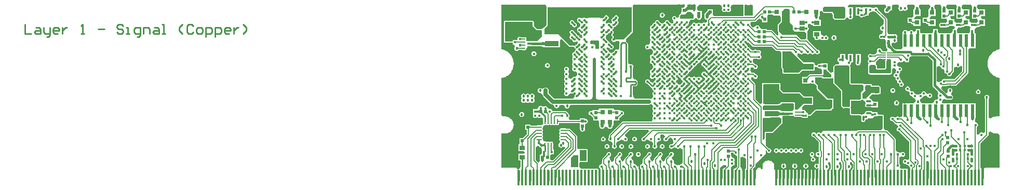
<source format=gtl>
G04 Layer_Physical_Order=1*
G04 Layer_Color=255*
%FSLAX24Y24*%
%MOIN*%
G70*
G01*
G75*
%ADD10R,0.0209X0.0069*%
%ADD11R,0.0646X0.0173*%
%ADD12O,0.0236X0.0098*%
%ADD13R,0.0236X0.0098*%
%ADD14R,0.0354X0.0256*%
%ADD15R,0.1811X0.1850*%
%ADD16R,0.0177X0.0394*%
%ADD17R,0.0354X0.0276*%
%ADD18R,0.0177X0.1004*%
%ADD19C,0.0157*%
%ADD20R,0.0315X0.0315*%
%ADD21R,0.0906X0.0335*%
%ADD22R,0.0248X0.0799*%
%ADD23R,0.0827X0.0827*%
%ADD24O,0.0335X0.0118*%
%ADD25O,0.0118X0.0335*%
%ADD26C,0.0177*%
%ADD27R,0.1024X0.0531*%
%ADD28R,0.0571X0.0394*%
%ADD29R,0.0197X0.0205*%
%ADD30R,0.0205X0.0197*%
%ADD31R,0.0394X0.0571*%
%ADD32R,0.0315X0.0315*%
%ADD33R,0.0531X0.1024*%
%ADD34R,0.0138X0.0138*%
%ADD35R,0.0138X0.0138*%
%ADD36R,0.0217X0.0217*%
%ADD37R,0.0217X0.0217*%
%ADD38R,0.0295X0.0295*%
%ADD39R,0.0984X0.0984*%
%ADD40O,0.0354X0.0098*%
%ADD41O,0.0098X0.0354*%
%ADD42C,0.0065*%
%ADD43C,0.0100*%
%ADD44C,0.0070*%
%ADD45C,0.0060*%
%ADD46C,0.0180*%
%ADD47C,0.0120*%
%ADD48C,0.0200*%
%ADD49C,0.0150*%
%ADD50C,0.0080*%
%ADD51C,0.0095*%
%ADD52C,0.0250*%
%ADD53C,0.0175*%
%ADD54C,0.0140*%
%ADD55R,0.0551X0.0354*%
%ADD56R,0.0551X0.0709*%
%ADD57R,0.0630X0.0433*%
%ADD58C,0.0170*%
%ADD59C,0.0160*%
%ADD60C,0.0180*%
G36*
X19470Y4708D02*
X19466Y4712D01*
X19461Y4715D01*
X19456Y4718D01*
X19451Y4721D01*
X19444Y4724D01*
X19438Y4725D01*
X19431Y4727D01*
X19424Y4728D01*
X19416Y4729D01*
X19408Y4729D01*
X19408Y4799D01*
X19416Y4799D01*
X19424Y4800D01*
X19431Y4801D01*
X19438Y4802D01*
X19444Y4804D01*
X19451Y4806D01*
X19456Y4809D01*
X19461Y4812D01*
X19466Y4816D01*
X19470Y4820D01*
X19470Y4708D01*
D02*
G37*
G36*
X19186Y4807D02*
X19190Y4805D01*
X19196Y4804D01*
X19203Y4802D01*
X19220Y4800D01*
X19242Y4799D01*
X19267Y4799D01*
Y4729D01*
X19254Y4729D01*
X19203Y4725D01*
X19196Y4724D01*
X19190Y4722D01*
X19186Y4721D01*
X19182Y4719D01*
Y4809D01*
X19186Y4807D01*
D02*
G37*
G36*
X12048Y4772D02*
X12040Y4764D01*
X12046Y4758D01*
X12044Y4757D01*
X12040Y4756D01*
X12036Y4754D01*
X12032Y4752D01*
X12028Y4749D01*
X12023Y4745D01*
X12022Y4744D01*
X12005Y4725D01*
X11997Y4715D01*
X11986Y4697D01*
X11982Y4689D01*
X11979Y4681D01*
X11978Y4675D01*
X11879Y4773D01*
X11886Y4774D01*
X11893Y4777D01*
X11901Y4781D01*
X11910Y4786D01*
X11919Y4792D01*
X11940Y4809D01*
X11945Y4813D01*
X11954Y4823D01*
X11957Y4828D01*
X11959Y4832D01*
X11961Y4835D01*
X11962Y4839D01*
X11962Y4842D01*
X11969Y4835D01*
X11977Y4843D01*
X12048Y4772D01*
D02*
G37*
G36*
X3091Y4793D02*
X3089Y4787D01*
X3089Y4780D01*
X3091Y4772D01*
X3095Y4763D01*
X3101Y4754D01*
X3108Y4743D01*
X3117Y4732D01*
X3141Y4706D01*
X3099Y4656D01*
X3086Y4669D01*
X3061Y4690D01*
X3051Y4697D01*
X3041Y4703D01*
X3032Y4707D01*
X3025Y4709D01*
X3018Y4709D01*
X3012Y4707D01*
X3007Y4703D01*
X3094Y4798D01*
X3091Y4793D01*
D02*
G37*
G36*
X13385Y4835D02*
X13392Y4842D01*
X13392Y4839D01*
X13393Y4835D01*
X13395Y4832D01*
X13398Y4828D01*
X13401Y4823D01*
X13405Y4818D01*
X13405Y4817D01*
X13425Y4800D01*
X13435Y4792D01*
X13453Y4781D01*
X13461Y4777D01*
X13468Y4774D01*
X13475Y4773D01*
X13377Y4675D01*
X13375Y4681D01*
X13373Y4689D01*
X13369Y4697D01*
X13364Y4705D01*
X13357Y4715D01*
X13341Y4736D01*
X13337Y4740D01*
X13327Y4749D01*
X13322Y4752D01*
X13318Y4754D01*
X13314Y4756D01*
X13311Y4757D01*
X13308Y4758D01*
X13314Y4764D01*
X13307Y4772D01*
X13378Y4843D01*
X13385Y4835D01*
D02*
G37*
G36*
X14960D02*
X14967Y4842D01*
X14967Y4839D01*
X14968Y4835D01*
X14970Y4832D01*
X14972Y4828D01*
X14976Y4823D01*
X14979Y4818D01*
X14980Y4817D01*
X15000Y4800D01*
X15010Y4792D01*
X15028Y4781D01*
X15036Y4777D01*
X15043Y4774D01*
X15050Y4773D01*
X14951Y4675D01*
X14950Y4681D01*
X14947Y4689D01*
X14944Y4697D01*
X14938Y4705D01*
X14932Y4715D01*
X14916Y4736D01*
X14912Y4740D01*
X14902Y4749D01*
X14897Y4752D01*
X14893Y4754D01*
X14889Y4756D01*
X14886Y4757D01*
X14883Y4758D01*
X14889Y4764D01*
X14882Y4772D01*
X14952Y4843D01*
X14960Y4835D01*
D02*
G37*
G36*
X15759Y5004D02*
X15761Y4997D01*
X15765Y4988D01*
X15770Y4980D01*
X15777Y4970D01*
X15793Y4949D01*
X15797Y4945D01*
X15807Y4936D01*
X15812Y4933D01*
X15816Y4931D01*
X15820Y4929D01*
X15823Y4928D01*
X15826Y4928D01*
X15819Y4921D01*
X15827Y4913D01*
X15756Y4842D01*
X15748Y4850D01*
X15742Y4843D01*
X15741Y4846D01*
X15740Y4850D01*
X15739Y4853D01*
X15736Y4858D01*
X15733Y4862D01*
X15729Y4867D01*
X15729Y4868D01*
X15709Y4885D01*
X15699Y4893D01*
X15681Y4904D01*
X15673Y4908D01*
X15665Y4911D01*
X15659Y4912D01*
X15757Y5011D01*
X15759Y5004D01*
D02*
G37*
G36*
X13868Y4988D02*
X13869Y4980D01*
X13870Y4972D01*
X13873Y4965D01*
X13876Y4957D01*
X13879Y4949D01*
X13884Y4942D01*
X13887Y4938D01*
X13889Y4936D01*
X13896Y4932D01*
X13902Y4929D01*
X13908Y4927D01*
X13915Y4925D01*
X13922Y4924D01*
X13929Y4923D01*
X13936Y4923D01*
X13857Y4843D01*
X13857Y4851D01*
X13856Y4858D01*
X13855Y4864D01*
X13853Y4871D01*
X13850Y4878D01*
X13847Y4884D01*
X13844Y4890D01*
X13842Y4892D01*
X13838Y4895D01*
X13830Y4900D01*
X13823Y4904D01*
X13815Y4907D01*
X13807Y4909D01*
X13799Y4911D01*
X13791Y4911D01*
X13783Y4911D01*
X13868Y4996D01*
X13868Y4988D01*
D02*
G37*
G36*
X14406Y4911D02*
X14398Y4911D01*
X14390Y4911D01*
X14382Y4909D01*
X14374Y4907D01*
X14366Y4904D01*
X14359Y4900D01*
X14351Y4895D01*
X14347Y4892D01*
X14345Y4890D01*
X14342Y4884D01*
X14339Y4878D01*
X14336Y4871D01*
X14334Y4864D01*
X14333Y4858D01*
X14332Y4851D01*
X14332Y4843D01*
X14253Y4923D01*
X14260Y4923D01*
X14267Y4924D01*
X14274Y4925D01*
X14281Y4927D01*
X14287Y4929D01*
X14293Y4932D01*
X14300Y4936D01*
X14302Y4938D01*
X14305Y4942D01*
X14309Y4949D01*
X14313Y4957D01*
X14316Y4965D01*
X14319Y4972D01*
X14320Y4980D01*
X14321Y4988D01*
X14321Y4996D01*
X14406Y4911D01*
D02*
G37*
G36*
X15128Y4988D02*
X15129Y4980D01*
X15130Y4972D01*
X15133Y4965D01*
X15136Y4957D01*
X15139Y4949D01*
X15144Y4942D01*
X15147Y4938D01*
X15149Y4936D01*
X15155Y4932D01*
X15162Y4929D01*
X15168Y4927D01*
X15175Y4925D01*
X15182Y4924D01*
X15189Y4923D01*
X15196Y4923D01*
X15117Y4843D01*
X15117Y4851D01*
X15116Y4858D01*
X15115Y4864D01*
X15113Y4871D01*
X15110Y4878D01*
X15107Y4884D01*
X15103Y4890D01*
X15102Y4892D01*
X15098Y4895D01*
X15090Y4900D01*
X15083Y4904D01*
X15075Y4907D01*
X15067Y4909D01*
X15059Y4911D01*
X15051Y4911D01*
X15043Y4911D01*
X15128Y4996D01*
X15128Y4988D01*
D02*
G37*
G36*
X11271Y4912D02*
X11260Y4910D01*
X11249Y4908D01*
X11239Y4905D01*
X11229Y4902D01*
X11219Y4898D01*
X11210Y4893D01*
X11201Y4888D01*
X11196Y4884D01*
X11193Y4879D01*
X11190Y4873D01*
X11187Y4867D01*
X11185Y4861D01*
X11183Y4855D01*
X11183Y4849D01*
X11182Y4843D01*
X11103Y4923D01*
X11109Y4923D01*
X11115Y4924D01*
X11121Y4925D01*
X11127Y4927D01*
X11133Y4930D01*
X11139Y4933D01*
X11144Y4936D01*
X11147Y4942D01*
X11153Y4950D01*
X11157Y4959D01*
X11162Y4969D01*
X11165Y4979D01*
X11168Y4989D01*
X11170Y5000D01*
X11172Y5011D01*
X11271Y4912D01*
D02*
G37*
G36*
X11571Y4911D02*
X11563Y4911D01*
X11555Y4911D01*
X11547Y4909D01*
X11539Y4907D01*
X11532Y4904D01*
X11524Y4900D01*
X11517Y4895D01*
X11512Y4892D01*
X11511Y4890D01*
X11507Y4884D01*
X11504Y4878D01*
X11502Y4871D01*
X11500Y4864D01*
X11498Y4858D01*
X11498Y4851D01*
X11497Y4843D01*
X11418Y4923D01*
X11425Y4923D01*
X11432Y4924D01*
X11439Y4925D01*
X11446Y4927D01*
X11452Y4929D01*
X11459Y4932D01*
X11465Y4936D01*
X11467Y4938D01*
X11470Y4942D01*
X11475Y4949D01*
X11479Y4957D01*
X11482Y4965D01*
X11484Y4972D01*
X11485Y4980D01*
X11486Y4988D01*
X11486Y4996D01*
X11571Y4911D01*
D02*
G37*
G36*
X11893Y4911D02*
X11884Y4911D01*
X11874Y4909D01*
X11865Y4907D01*
X11857Y4904D01*
X11848Y4901D01*
X11840Y4897D01*
X11832Y4892D01*
X11827Y4888D01*
X11826Y4887D01*
X11822Y4881D01*
X11819Y4875D01*
X11817Y4869D01*
X11815Y4863D01*
X11813Y4856D01*
X11813Y4850D01*
X11812Y4843D01*
X11733Y4923D01*
X11740Y4923D01*
X11746Y4924D01*
X11752Y4925D01*
X11759Y4927D01*
X11765Y4929D01*
X11771Y4933D01*
X11777Y4936D01*
X11778Y4937D01*
X11782Y4942D01*
X11786Y4950D01*
X11791Y4958D01*
X11794Y4967D01*
X11797Y4976D01*
X11799Y4985D01*
X11801Y4994D01*
X11801Y5003D01*
X11893Y4911D01*
D02*
G37*
G36*
X14091Y4597D02*
X14083Y4596D01*
X14075Y4596D01*
X14067Y4594D01*
X14059Y4592D01*
X14051Y4589D01*
X14044Y4585D01*
X14036Y4581D01*
X14032Y4578D01*
X14030Y4575D01*
X14027Y4569D01*
X14024Y4563D01*
X14021Y4556D01*
X14019Y4549D01*
X14018Y4543D01*
X14017Y4536D01*
X14017Y4528D01*
X13938Y4608D01*
X13945Y4608D01*
X13952Y4609D01*
X13959Y4610D01*
X13966Y4612D01*
X13972Y4614D01*
X13978Y4617D01*
X13985Y4621D01*
X13987Y4623D01*
X13990Y4627D01*
X13995Y4634D01*
X13998Y4642D01*
X14001Y4650D01*
X14004Y4657D01*
X14005Y4665D01*
X14006Y4673D01*
X14006Y4681D01*
X14091Y4597D01*
D02*
G37*
G36*
X14406D02*
X14398Y4596D01*
X14390Y4596D01*
X14382Y4594D01*
X14374Y4592D01*
X14366Y4589D01*
X14359Y4585D01*
X14351Y4581D01*
X14347Y4578D01*
X14345Y4575D01*
X14342Y4569D01*
X14339Y4563D01*
X14336Y4556D01*
X14334Y4549D01*
X14333Y4543D01*
X14332Y4536D01*
X14332Y4528D01*
X14253Y4608D01*
X14260Y4608D01*
X14267Y4609D01*
X14274Y4610D01*
X14281Y4612D01*
X14287Y4614D01*
X14293Y4617D01*
X14300Y4621D01*
X14302Y4623D01*
X14305Y4627D01*
X14309Y4634D01*
X14313Y4642D01*
X14316Y4650D01*
X14319Y4657D01*
X14320Y4665D01*
X14321Y4673D01*
X14321Y4681D01*
X14406Y4597D01*
D02*
G37*
G36*
X14721D02*
X14713Y4596D01*
X14705Y4596D01*
X14697Y4594D01*
X14689Y4592D01*
X14681Y4589D01*
X14674Y4585D01*
X14666Y4581D01*
X14662Y4578D01*
X14660Y4575D01*
X14657Y4569D01*
X14654Y4563D01*
X14651Y4556D01*
X14649Y4549D01*
X14648Y4543D01*
X14647Y4536D01*
X14647Y4528D01*
X14568Y4608D01*
X14575Y4608D01*
X14582Y4609D01*
X14589Y4610D01*
X14596Y4612D01*
X14602Y4614D01*
X14608Y4617D01*
X14615Y4621D01*
X14617Y4623D01*
X14620Y4627D01*
X14624Y4634D01*
X14628Y4642D01*
X14631Y4650D01*
X14634Y4657D01*
X14635Y4665D01*
X14636Y4673D01*
X14636Y4681D01*
X14721Y4597D01*
D02*
G37*
G36*
X12516D02*
X12508Y4596D01*
X12500Y4596D01*
X12492Y4594D01*
X12484Y4592D01*
X12477Y4589D01*
X12469Y4585D01*
X12461Y4581D01*
X12457Y4578D01*
X12456Y4575D01*
X12452Y4569D01*
X12449Y4563D01*
X12446Y4556D01*
X12445Y4549D01*
X12443Y4543D01*
X12442Y4536D01*
X12442Y4528D01*
X12363Y4608D01*
X12370Y4608D01*
X12377Y4609D01*
X12384Y4610D01*
X12391Y4612D01*
X12397Y4614D01*
X12404Y4617D01*
X12410Y4621D01*
X12412Y4623D01*
X12415Y4627D01*
X12420Y4634D01*
X12423Y4642D01*
X12427Y4650D01*
X12429Y4657D01*
X12430Y4665D01*
X12431Y4673D01*
X12431Y4681D01*
X12516Y4597D01*
D02*
G37*
G36*
X12923Y4673D02*
X12924Y4665D01*
X12926Y4657D01*
X12928Y4650D01*
X12931Y4642D01*
X12935Y4634D01*
X12939Y4627D01*
X12942Y4623D01*
X12944Y4621D01*
X12951Y4617D01*
X12957Y4614D01*
X12964Y4612D01*
X12970Y4610D01*
X12977Y4609D01*
X12984Y4608D01*
X12991Y4608D01*
X12912Y4528D01*
X12912Y4536D01*
X12911Y4543D01*
X12910Y4549D01*
X12908Y4556D01*
X12905Y4563D01*
X12902Y4569D01*
X12899Y4575D01*
X12897Y4578D01*
X12893Y4581D01*
X12885Y4585D01*
X12878Y4589D01*
X12870Y4592D01*
X12862Y4594D01*
X12854Y4596D01*
X12846Y4596D01*
X12838Y4597D01*
X12923Y4681D01*
X12923Y4673D01*
D02*
G37*
G36*
X13776Y4597D02*
X13768Y4596D01*
X13760Y4596D01*
X13752Y4594D01*
X13744Y4592D01*
X13736Y4589D01*
X13729Y4585D01*
X13721Y4581D01*
X13717Y4578D01*
X13715Y4575D01*
X13712Y4569D01*
X13709Y4563D01*
X13706Y4556D01*
X13704Y4549D01*
X13703Y4543D01*
X13702Y4536D01*
X13702Y4528D01*
X13623Y4608D01*
X13630Y4608D01*
X13637Y4609D01*
X13644Y4610D01*
X13651Y4612D01*
X13657Y4614D01*
X13663Y4617D01*
X13670Y4621D01*
X13672Y4623D01*
X13675Y4627D01*
X13680Y4634D01*
X13683Y4642D01*
X13686Y4650D01*
X13689Y4657D01*
X13690Y4665D01*
X13691Y4673D01*
X13691Y4681D01*
X13776Y4597D01*
D02*
G37*
G36*
X15666D02*
X15658Y4596D01*
X15650Y4596D01*
X15642Y4594D01*
X15634Y4592D01*
X15626Y4589D01*
X15619Y4585D01*
X15611Y4581D01*
X15607Y4578D01*
X15605Y4575D01*
X15602Y4569D01*
X15599Y4563D01*
X15596Y4556D01*
X15594Y4549D01*
X15593Y4543D01*
X15592Y4536D01*
X15592Y4528D01*
X15513Y4608D01*
X15520Y4608D01*
X15527Y4609D01*
X15534Y4610D01*
X15540Y4612D01*
X15547Y4614D01*
X15553Y4617D01*
X15559Y4621D01*
X15562Y4623D01*
X15565Y4627D01*
X15569Y4634D01*
X15573Y4642D01*
X15576Y4650D01*
X15578Y4657D01*
X15580Y4665D01*
X15581Y4673D01*
X15581Y4681D01*
X15666Y4597D01*
D02*
G37*
G36*
X23874Y4716D02*
X23876Y4713D01*
X23878Y4710D01*
X23884Y4703D01*
X23890Y4699D01*
X23896Y4695D01*
X23902Y4692D01*
X23908Y4690D01*
X23914Y4688D01*
X23920Y4687D01*
X23926Y4686D01*
X23932Y4686D01*
X23916Y4670D01*
X23917Y4669D01*
X23895Y4606D01*
X23884Y4616D01*
X23872Y4626D01*
X23857Y4611D01*
X23857Y4617D01*
X23857Y4624D01*
X23855Y4630D01*
X23854Y4636D01*
X23852Y4640D01*
X23848Y4642D01*
X23841Y4645D01*
X23835Y4645D01*
X23830Y4644D01*
X23825Y4642D01*
X23822Y4638D01*
X23838Y4662D01*
X23835Y4666D01*
X23829Y4671D01*
X23870Y4712D01*
X23873Y4717D01*
X23874Y4716D01*
D02*
G37*
G36*
X2760Y4808D02*
X2757Y4799D01*
X2756Y4790D01*
X2759Y4778D01*
X2764Y4765D01*
X2773Y4750D01*
X2785Y4733D01*
X2800Y4715D01*
X2839Y4672D01*
X2739Y4631D01*
X2720Y4650D01*
X2684Y4679D01*
X2669Y4690D01*
X2654Y4699D01*
X2640Y4705D01*
X2628Y4708D01*
X2617Y4709D01*
X2607Y4707D01*
X2598Y4703D01*
X2767Y4814D01*
X2760Y4808D01*
D02*
G37*
G36*
X24066Y4548D02*
X24066Y4554D01*
X24064Y4558D01*
X24061Y4563D01*
X24057Y4566D01*
X24051Y4569D01*
X24045Y4572D01*
X24037Y4574D01*
X24036Y4574D01*
X24030Y4572D01*
X24023Y4570D01*
X24017Y4567D01*
X24011Y4564D01*
X24005Y4560D01*
X23999Y4555D01*
X23994Y4550D01*
Y4662D01*
X23999Y4657D01*
X24005Y4653D01*
X24011Y4649D01*
X24017Y4646D01*
X24023Y4643D01*
X24030Y4640D01*
X24036Y4639D01*
X24037Y4639D01*
X24045Y4641D01*
X24052Y4644D01*
X24057Y4647D01*
X24062Y4651D01*
X24065Y4656D01*
X24067Y4661D01*
X24067Y4666D01*
X24066Y4548D01*
D02*
G37*
G36*
X16073Y4673D02*
X16074Y4665D01*
X16075Y4657D01*
X16077Y4650D01*
X16080Y4642D01*
X16084Y4634D01*
X16089Y4627D01*
X16094Y4619D01*
X16100Y4612D01*
X16107Y4605D01*
X16064Y4562D01*
X16057Y4569D01*
X16050Y4575D01*
X16042Y4581D01*
X16035Y4585D01*
X16027Y4589D01*
X16020Y4592D01*
X16012Y4594D01*
X16004Y4596D01*
X15996Y4596D01*
X15988Y4597D01*
X16073Y4681D01*
X16073Y4673D01*
D02*
G37*
G36*
X18241Y4580D02*
X18240Y4582D01*
X18235Y4584D01*
X18228Y4585D01*
X18217Y4587D01*
X18187Y4589D01*
X18091Y4590D01*
Y4740D01*
X18120Y4740D01*
X18235Y4747D01*
X18240Y4749D01*
X18241Y4751D01*
Y4580D01*
D02*
G37*
G36*
X4417Y4593D02*
X4313Y4584D01*
X4316Y4587D01*
X4318Y4591D01*
X4319Y4595D01*
X4319Y4600D01*
X4318Y4604D01*
X4316Y4609D01*
X4313Y4614D01*
X4309Y4620D01*
X4304Y4626D01*
X4298Y4632D01*
X4358Y4664D01*
X4417Y4593D01*
D02*
G37*
G36*
X23848Y5257D02*
X23856Y5253D01*
X23863Y5250D01*
X23872Y5247D01*
X23881Y5245D01*
X23890Y5243D01*
X23900Y5241D01*
X23921Y5239D01*
X23932Y5239D01*
Y5174D01*
X23921Y5174D01*
X23900Y5172D01*
X23890Y5171D01*
X23881Y5169D01*
X23872Y5166D01*
X23863Y5163D01*
X23856Y5160D01*
X23848Y5156D01*
X23841Y5152D01*
Y5261D01*
X23848Y5257D01*
D02*
G37*
G36*
X10089Y5319D02*
X10092Y5311D01*
X10096Y5303D01*
X10101Y5295D01*
X10107Y5285D01*
X10124Y5264D01*
X10132Y5255D01*
X10146Y5243D01*
X10149Y5240D01*
X10152Y5239D01*
X10155Y5238D01*
X10157Y5237D01*
X10153Y5233D01*
X10158Y5228D01*
X10087Y5157D01*
X10082Y5162D01*
X10077Y5158D01*
X10077Y5160D01*
X10076Y5163D01*
X10075Y5166D01*
X10072Y5169D01*
X10069Y5173D01*
X10065Y5178D01*
X10040Y5200D01*
X10030Y5208D01*
X10012Y5219D01*
X10003Y5223D01*
X9996Y5226D01*
X9989Y5227D01*
X10088Y5325D01*
X10089Y5319D01*
D02*
G37*
G36*
X14814D02*
X14816Y5311D01*
X14820Y5303D01*
X14825Y5295D01*
X14832Y5285D01*
X14848Y5264D01*
X14852Y5260D01*
X14862Y5251D01*
X14867Y5248D01*
X14871Y5246D01*
X14875Y5244D01*
X14878Y5243D01*
X14881Y5242D01*
X14875Y5236D01*
X14882Y5228D01*
X14811Y5157D01*
X14804Y5165D01*
X14797Y5158D01*
X14797Y5161D01*
X14796Y5165D01*
X14794Y5168D01*
X14791Y5172D01*
X14788Y5177D01*
X14784Y5182D01*
X14784Y5183D01*
X14764Y5200D01*
X14754Y5208D01*
X14736Y5219D01*
X14728Y5223D01*
X14721Y5226D01*
X14714Y5227D01*
X14812Y5325D01*
X14814Y5319D01*
D02*
G37*
G36*
X12991Y5077D02*
X12984Y5077D01*
X12977Y5077D01*
X12970Y5075D01*
X12964Y5073D01*
X12957Y5071D01*
X12951Y5068D01*
X12945Y5064D01*
X12942Y5063D01*
X12939Y5058D01*
X12935Y5051D01*
X12931Y5043D01*
X12928Y5035D01*
X12926Y5028D01*
X12924Y5020D01*
X12923Y5012D01*
X12923Y5004D01*
X12838Y5089D01*
X12846Y5089D01*
X12854Y5089D01*
X12862Y5091D01*
X12870Y5093D01*
X12878Y5096D01*
X12885Y5100D01*
X12893Y5104D01*
X12897Y5108D01*
X12899Y5110D01*
X12902Y5116D01*
X12905Y5122D01*
X12908Y5129D01*
X12910Y5136D01*
X12911Y5142D01*
X12912Y5149D01*
X12912Y5157D01*
X12991Y5077D01*
D02*
G37*
G36*
X22480Y7677D02*
Y6614D01*
X22559Y6535D01*
X23307D01*
X23386Y6457D01*
Y6181D01*
X23228Y6024D01*
Y5630D01*
X23161Y5562D01*
X22509D01*
Y5147D01*
X22441Y5079D01*
X22400D01*
X22382Y5082D01*
X22165D01*
X22147Y5079D01*
X22126D01*
X22008Y5197D01*
X22008Y6142D01*
X21535Y6614D01*
X21535Y7677D01*
X21614Y7756D01*
X22402D01*
X22480Y7677D01*
D02*
G37*
G36*
X24033Y5145D02*
X24032Y5150D01*
X24030Y5155D01*
X24027Y5160D01*
X24022Y5164D01*
X24016Y5167D01*
X24009Y5170D01*
X24001Y5172D01*
X23991Y5173D01*
X23980Y5174D01*
X23968Y5174D01*
Y5239D01*
X23980Y5240D01*
X23991Y5240D01*
X24001Y5242D01*
X24010Y5244D01*
X24017Y5247D01*
X24023Y5251D01*
X24028Y5255D01*
X24031Y5260D01*
X24033Y5266D01*
X24034Y5272D01*
X24033Y5145D01*
D02*
G37*
G36*
X11256Y5226D02*
X11248Y5226D01*
X11240Y5226D01*
X11232Y5224D01*
X11224Y5222D01*
X11217Y5219D01*
X11209Y5215D01*
X11202Y5210D01*
X11197Y5207D01*
X11196Y5205D01*
X11192Y5199D01*
X11189Y5193D01*
X11187Y5186D01*
X11185Y5179D01*
X11183Y5173D01*
X11183Y5165D01*
X11182Y5158D01*
X11103Y5237D01*
X11110Y5238D01*
X11117Y5238D01*
X11124Y5240D01*
X11131Y5242D01*
X11137Y5244D01*
X11144Y5247D01*
X11150Y5251D01*
X11152Y5252D01*
X11155Y5257D01*
X11160Y5264D01*
X11164Y5272D01*
X11167Y5280D01*
X11169Y5287D01*
X11171Y5295D01*
X11171Y5303D01*
X11171Y5311D01*
X11256Y5226D01*
D02*
G37*
G36*
X12838Y5226D02*
X12829Y5226D01*
X12819Y5224D01*
X12810Y5222D01*
X12802Y5219D01*
X12793Y5216D01*
X12785Y5212D01*
X12776Y5207D01*
X12772Y5203D01*
X12771Y5202D01*
X12767Y5196D01*
X12764Y5190D01*
X12762Y5184D01*
X12760Y5178D01*
X12758Y5171D01*
X12757Y5165D01*
X12757Y5158D01*
X12678Y5237D01*
X12685Y5238D01*
X12691Y5239D01*
X12697Y5240D01*
X12704Y5242D01*
X12710Y5244D01*
X12716Y5248D01*
X12722Y5251D01*
X12723Y5252D01*
X12726Y5257D01*
X12731Y5265D01*
X12736Y5273D01*
X12739Y5282D01*
X12742Y5291D01*
X12744Y5300D01*
X12745Y5309D01*
X12746Y5318D01*
X12838Y5226D01*
D02*
G37*
G36*
X13791Y5227D02*
X13780Y5225D01*
X13769Y5223D01*
X13758Y5220D01*
X13749Y5217D01*
X13739Y5213D01*
X13730Y5208D01*
X13721Y5203D01*
X13716Y5199D01*
X13713Y5194D01*
X13709Y5188D01*
X13707Y5182D01*
X13705Y5176D01*
X13703Y5170D01*
X13702Y5164D01*
X13702Y5158D01*
X13623Y5237D01*
X13629Y5238D01*
X13635Y5239D01*
X13641Y5240D01*
X13646Y5242D01*
X13652Y5245D01*
X13658Y5248D01*
X13664Y5251D01*
X13667Y5257D01*
X13672Y5265D01*
X13677Y5274D01*
X13681Y5284D01*
X13685Y5294D01*
X13688Y5304D01*
X13690Y5315D01*
X13692Y5326D01*
X13791Y5227D01*
D02*
G37*
G36*
X14183Y5303D02*
X14184Y5295D01*
X14185Y5287D01*
X14188Y5280D01*
X14191Y5272D01*
X14194Y5264D01*
X14199Y5257D01*
X14202Y5252D01*
X14204Y5251D01*
X14211Y5247D01*
X14217Y5244D01*
X14223Y5242D01*
X14230Y5240D01*
X14237Y5238D01*
X14244Y5238D01*
X14251Y5237D01*
X14172Y5158D01*
X14172Y5165D01*
X14171Y5173D01*
X14170Y5179D01*
X14168Y5186D01*
X14165Y5193D01*
X14162Y5199D01*
X14159Y5205D01*
X14157Y5207D01*
X14153Y5210D01*
X14145Y5215D01*
X14138Y5219D01*
X14130Y5222D01*
X14122Y5224D01*
X14114Y5226D01*
X14106Y5226D01*
X14098Y5226D01*
X14183Y5311D01*
X14183Y5303D01*
D02*
G37*
G36*
X11585Y5227D02*
X11579Y5226D01*
X11571Y5223D01*
X11563Y5219D01*
X11555Y5214D01*
X11545Y5208D01*
X11524Y5191D01*
X11515Y5183D01*
X11503Y5169D01*
X11500Y5166D01*
X11499Y5163D01*
X11498Y5160D01*
X11497Y5158D01*
X11493Y5162D01*
X11488Y5157D01*
X11417Y5228D01*
X11422Y5233D01*
X11418Y5237D01*
X11420Y5238D01*
X11422Y5239D01*
X11425Y5240D01*
X11429Y5243D01*
X11433Y5246D01*
X11438Y5250D01*
X11460Y5275D01*
X11468Y5285D01*
X11479Y5303D01*
X11483Y5311D01*
X11485Y5319D01*
X11487Y5325D01*
X11585Y5227D01*
D02*
G37*
G36*
X11893Y5226D02*
X11884Y5226D01*
X11874Y5224D01*
X11865Y5222D01*
X11857Y5219D01*
X11848Y5216D01*
X11840Y5212D01*
X11832Y5207D01*
X11827Y5203D01*
X11826Y5202D01*
X11822Y5196D01*
X11819Y5190D01*
X11817Y5184D01*
X11815Y5178D01*
X11813Y5171D01*
X11813Y5165D01*
X11812Y5158D01*
X11733Y5237D01*
X11740Y5238D01*
X11746Y5239D01*
X11752Y5240D01*
X11759Y5242D01*
X11765Y5244D01*
X11771Y5248D01*
X11777Y5251D01*
X11778Y5252D01*
X11782Y5257D01*
X11786Y5265D01*
X11791Y5273D01*
X11794Y5282D01*
X11797Y5291D01*
X11799Y5300D01*
X11801Y5309D01*
X11801Y5318D01*
X11893Y5226D01*
D02*
G37*
G36*
X12293Y5303D02*
X12294Y5295D01*
X12296Y5287D01*
X12298Y5280D01*
X12301Y5272D01*
X12305Y5264D01*
X12309Y5257D01*
X12312Y5252D01*
X12315Y5251D01*
X12321Y5247D01*
X12327Y5244D01*
X12334Y5242D01*
X12340Y5240D01*
X12347Y5238D01*
X12354Y5238D01*
X12361Y5237D01*
X12282Y5158D01*
X12282Y5165D01*
X12281Y5173D01*
X12280Y5179D01*
X12278Y5186D01*
X12275Y5193D01*
X12272Y5199D01*
X12269Y5205D01*
X12267Y5207D01*
X12263Y5210D01*
X12255Y5215D01*
X12248Y5219D01*
X12240Y5222D01*
X12232Y5224D01*
X12224Y5226D01*
X12216Y5226D01*
X12208Y5226D01*
X12293Y5311D01*
X12293Y5303D01*
D02*
G37*
G36*
X14721Y4911D02*
X14713Y4911D01*
X14705Y4911D01*
X14697Y4909D01*
X14689Y4907D01*
X14681Y4904D01*
X14674Y4900D01*
X14666Y4895D01*
X14662Y4892D01*
X14660Y4890D01*
X14657Y4884D01*
X14654Y4878D01*
X14651Y4871D01*
X14649Y4864D01*
X14648Y4858D01*
X14647Y4851D01*
X14647Y4843D01*
X14568Y4923D01*
X14575Y4923D01*
X14582Y4924D01*
X14589Y4925D01*
X14596Y4927D01*
X14602Y4929D01*
X14608Y4932D01*
X14615Y4936D01*
X14617Y4938D01*
X14620Y4942D01*
X14624Y4949D01*
X14628Y4957D01*
X14631Y4965D01*
X14634Y4972D01*
X14635Y4980D01*
X14636Y4988D01*
X14636Y4996D01*
X14721Y4911D01*
D02*
G37*
G36*
X2574Y4703D02*
X2573Y4713D01*
X2570Y4721D01*
X2565Y4729D01*
X2558Y4735D01*
X2549Y4741D01*
X2538Y4745D01*
X2525Y4749D01*
X2510Y4751D01*
X2493Y4753D01*
X2481Y4753D01*
X2425Y4749D01*
X2416Y4747D01*
X2409Y4744D01*
X2404Y4742D01*
X2401Y4739D01*
X2400Y4735D01*
Y4871D01*
X2401Y4867D01*
X2404Y4864D01*
X2409Y4862D01*
X2416Y4860D01*
X2425Y4858D01*
X2436Y4856D01*
X2464Y4854D01*
X2485Y4853D01*
X2493Y4854D01*
X2510Y4855D01*
X2525Y4858D01*
X2538Y4861D01*
X2549Y4866D01*
X2558Y4871D01*
X2565Y4878D01*
X2570Y4885D01*
X2573Y4894D01*
X2574Y4903D01*
Y4703D01*
D02*
G37*
G36*
X2728Y4982D02*
X2729Y4966D01*
X2731Y4951D01*
X2734Y4939D01*
X2735Y4936D01*
X2740D01*
X2738Y4933D01*
X2737Y4931D01*
X2738Y4928D01*
X2742Y4920D01*
X2747Y4913D01*
X2754Y4908D01*
X2761Y4905D01*
X2768Y4904D01*
X2729Y4904D01*
X2728Y4890D01*
X2727Y4881D01*
X2727Y4871D01*
X2627D01*
X2627Y4881D01*
X2625Y4903D01*
X2581Y4903D01*
X2590Y4904D01*
X2598Y4907D01*
X2605Y4912D01*
X2611Y4919D01*
X2616Y4927D01*
X2617Y4932D01*
X2617Y4933D01*
X2614Y4936D01*
X2619D01*
X2620Y4938D01*
X2623Y4951D01*
X2625Y4965D01*
X2627Y4982D01*
X2627Y5000D01*
X2727D01*
X2728Y4982D01*
D02*
G37*
G36*
X15443Y4988D02*
X15444Y4980D01*
X15445Y4972D01*
X15447Y4965D01*
X15451Y4957D01*
X15454Y4949D01*
X15459Y4942D01*
X15462Y4938D01*
X15464Y4936D01*
X15470Y4932D01*
X15477Y4929D01*
X15483Y4927D01*
X15490Y4925D01*
X15497Y4924D01*
X15504Y4923D01*
X15511Y4923D01*
X15432Y4843D01*
X15432Y4851D01*
X15431Y4858D01*
X15429Y4864D01*
X15428Y4871D01*
X15425Y4878D01*
X15422Y4884D01*
X15418Y4890D01*
X15417Y4892D01*
X15413Y4895D01*
X15405Y4900D01*
X15397Y4904D01*
X15390Y4907D01*
X15382Y4909D01*
X15374Y4911D01*
X15366Y4911D01*
X15358Y4911D01*
X15443Y4996D01*
X15443Y4988D01*
D02*
G37*
G36*
X13146Y4911D02*
X13138Y4911D01*
X13130Y4911D01*
X13122Y4909D01*
X13114Y4907D01*
X13106Y4904D01*
X13099Y4900D01*
X13091Y4895D01*
X13087Y4892D01*
X13085Y4890D01*
X13082Y4884D01*
X13079Y4878D01*
X13076Y4871D01*
X13074Y4864D01*
X13073Y4858D01*
X13072Y4851D01*
X13072Y4843D01*
X12993Y4923D01*
X13000Y4923D01*
X13007Y4924D01*
X13014Y4925D01*
X13021Y4927D01*
X13027Y4929D01*
X13034Y4932D01*
X13040Y4936D01*
X13042Y4938D01*
X13045Y4942D01*
X13050Y4949D01*
X13053Y4957D01*
X13056Y4965D01*
X13059Y4972D01*
X13060Y4980D01*
X13061Y4988D01*
X13061Y4996D01*
X13146Y4911D01*
D02*
G37*
G36*
X13553Y4988D02*
X13554Y4980D01*
X13555Y4972D01*
X13558Y4965D01*
X13561Y4957D01*
X13565Y4949D01*
X13569Y4942D01*
X13572Y4938D01*
X13574Y4936D01*
X13581Y4932D01*
X13587Y4929D01*
X13593Y4927D01*
X13600Y4925D01*
X13607Y4924D01*
X13614Y4923D01*
X13621Y4923D01*
X13542Y4843D01*
X13542Y4851D01*
X13541Y4858D01*
X13540Y4864D01*
X13538Y4871D01*
X13535Y4878D01*
X13532Y4884D01*
X13529Y4890D01*
X13527Y4892D01*
X13523Y4895D01*
X13515Y4900D01*
X13508Y4904D01*
X13500Y4907D01*
X13492Y4909D01*
X13484Y4911D01*
X13476Y4911D01*
X13468Y4911D01*
X13553Y4996D01*
X13553Y4988D01*
D02*
G37*
G36*
X3031Y4957D02*
X3032Y4946D01*
X3052Y4947D01*
X3048Y4942D01*
X3044Y4937D01*
X3041Y4931D01*
X3038Y4925D01*
X3037Y4923D01*
X3039Y4920D01*
X3042Y4914D01*
X3046Y4909D01*
X3051Y4906D01*
X3057Y4904D01*
X3063Y4903D01*
X3032D01*
X3031Y4897D01*
X3031Y4890D01*
X3031Y4882D01*
X2966Y4877D01*
X2965Y4885D01*
X2965Y4892D01*
X2963Y4899D01*
X2962Y4903D01*
X2933D01*
X2939Y4904D01*
X2945Y4906D01*
X2950Y4909D01*
X2954Y4914D01*
X2957Y4918D01*
X2957Y4919D01*
X2953Y4924D01*
X2950Y4930D01*
X2945Y4934D01*
X2941Y4939D01*
X2963Y4941D01*
X2964Y4945D01*
X2965Y4957D01*
X2966Y4969D01*
X3031D01*
X3031Y4957D01*
D02*
G37*
G36*
X12127Y5151D02*
X12128Y5145D01*
X12130Y5139D01*
X12132Y5133D01*
X12134Y5127D01*
X12138Y5121D01*
X12141Y5116D01*
X12146Y5112D01*
X12155Y5107D01*
X12164Y5102D01*
X12174Y5098D01*
X12184Y5095D01*
X12194Y5092D01*
X12205Y5090D01*
X12216Y5088D01*
X12117Y4989D01*
X12115Y5000D01*
X12113Y5011D01*
X12110Y5021D01*
X12106Y5031D01*
X12102Y5041D01*
X12098Y5050D01*
X12092Y5058D01*
X12089Y5064D01*
X12083Y5067D01*
X12078Y5070D01*
X12072Y5073D01*
X12066Y5075D01*
X12060Y5076D01*
X12054Y5077D01*
X12048Y5077D01*
X12127Y5157D01*
X12127Y5151D01*
D02*
G37*
G36*
X10863Y5153D02*
X10867Y5157D01*
X10868Y5155D01*
X10869Y5152D01*
X10870Y5149D01*
X10873Y5146D01*
X10876Y5142D01*
X10880Y5137D01*
X10905Y5115D01*
X10915Y5107D01*
X10933Y5096D01*
X10941Y5092D01*
X10949Y5089D01*
X10955Y5088D01*
X10857Y4989D01*
X10856Y4996D01*
X10853Y5003D01*
X10849Y5012D01*
X10844Y5020D01*
X10838Y5030D01*
X10821Y5051D01*
X10813Y5060D01*
X10799Y5072D01*
X10796Y5075D01*
X10793Y5076D01*
X10790Y5077D01*
X10788Y5077D01*
X10792Y5082D01*
X10787Y5087D01*
X10858Y5158D01*
X10863Y5153D01*
D02*
G37*
G36*
X14015Y5150D02*
X14022Y5157D01*
X14022Y5154D01*
X14023Y5150D01*
X14025Y5147D01*
X14028Y5142D01*
X14031Y5138D01*
X14035Y5133D01*
X14035Y5132D01*
X14055Y5115D01*
X14065Y5107D01*
X14083Y5096D01*
X14091Y5092D01*
X14098Y5089D01*
X14105Y5088D01*
X14007Y4989D01*
X14005Y4996D01*
X14003Y5003D01*
X13999Y5012D01*
X13994Y5020D01*
X13987Y5030D01*
X13971Y5051D01*
X13967Y5055D01*
X13957Y5064D01*
X13952Y5067D01*
X13948Y5069D01*
X13944Y5071D01*
X13941Y5072D01*
X13938Y5072D01*
X13944Y5079D01*
X13937Y5087D01*
X14007Y5158D01*
X14015Y5150D01*
D02*
G37*
G36*
X16073Y4988D02*
X16074Y4980D01*
X16075Y4972D01*
X16077Y4965D01*
X16080Y4957D01*
X16084Y4949D01*
X16089Y4942D01*
X16094Y4934D01*
X16100Y4927D01*
X16107Y4920D01*
X16064Y4877D01*
X16057Y4884D01*
X16050Y4890D01*
X16042Y4895D01*
X16035Y4900D01*
X16027Y4904D01*
X16020Y4907D01*
X16012Y4909D01*
X16004Y4911D01*
X15996Y4911D01*
X15988Y4911D01*
X16073Y4996D01*
X16073Y4988D01*
D02*
G37*
G36*
X17992Y6181D02*
X18228Y5945D01*
X19291D01*
X19567Y5669D01*
Y5315D01*
X19173Y4921D01*
X19016D01*
X18976Y4961D01*
Y5354D01*
X18937Y5394D01*
X18110D01*
X17992Y5276D01*
X16968D01*
Y6535D01*
X17992D01*
Y6181D01*
D02*
G37*
G36*
X12609Y5004D02*
X12612Y4997D01*
X12616Y4988D01*
X12621Y4980D01*
X12627Y4970D01*
X12643Y4949D01*
X12647Y4945D01*
X12658Y4936D01*
X12662Y4933D01*
X12666Y4931D01*
X12670Y4929D01*
X12673Y4928D01*
X12676Y4928D01*
X12670Y4921D01*
X12677Y4913D01*
X12607Y4842D01*
X12599Y4850D01*
X12592Y4843D01*
X12592Y4846D01*
X12591Y4850D01*
X12589Y4853D01*
X12587Y4858D01*
X12583Y4862D01*
X12580Y4867D01*
X12579Y4868D01*
X12559Y4885D01*
X12549Y4893D01*
X12531Y4904D01*
X12523Y4908D01*
X12520Y4909D01*
X12516Y4908D01*
X12508Y4904D01*
X12499Y4899D01*
X12490Y4893D01*
X12469Y4876D01*
X12465Y4872D01*
X12456Y4862D01*
X12453Y4858D01*
X12450Y4853D01*
X12449Y4850D01*
X12448Y4846D01*
X12447Y4843D01*
X12441Y4850D01*
X12433Y4842D01*
X12362Y4913D01*
X12370Y4921D01*
X12363Y4928D01*
X12366Y4928D01*
X12369Y4929D01*
X12373Y4931D01*
X12377Y4933D01*
X12382Y4936D01*
X12387Y4940D01*
X12387Y4941D01*
X12405Y4960D01*
X12412Y4970D01*
X12424Y4988D01*
X12428Y4997D01*
X12430Y5004D01*
X12432Y5011D01*
X12520Y4923D01*
X12608Y5011D01*
X12609Y5004D01*
D02*
G37*
G36*
X13834Y4299D02*
X13829Y4293D01*
X13824Y4286D01*
X13820Y4279D01*
X13817Y4272D01*
X13814Y4264D01*
X13812Y4255D01*
X13811Y4246D01*
X13810Y4237D01*
X13810Y4227D01*
X13750D01*
X13749Y4237D01*
X13748Y4246D01*
X13747Y4255D01*
X13745Y4264D01*
X13742Y4272D01*
X13739Y4279D01*
X13735Y4286D01*
X13730Y4293D01*
X13725Y4299D01*
X13720Y4305D01*
X13840D01*
X13834Y4299D01*
D02*
G37*
G36*
X15409D02*
X15404Y4293D01*
X15399Y4286D01*
X15395Y4279D01*
X15392Y4272D01*
X15389Y4264D01*
X15387Y4255D01*
X15386Y4246D01*
X15385Y4237D01*
X15384Y4227D01*
X15324D01*
X15324Y4237D01*
X15323Y4246D01*
X15322Y4255D01*
X15320Y4264D01*
X15317Y4272D01*
X15314Y4279D01*
X15310Y4286D01*
X15305Y4293D01*
X15300Y4299D01*
X15294Y4305D01*
X15414D01*
X15409Y4299D01*
D02*
G37*
G36*
X15724D02*
X15718Y4293D01*
X15714Y4286D01*
X15710Y4279D01*
X15707Y4272D01*
X15704Y4264D01*
X15702Y4255D01*
X15700Y4246D01*
X15700Y4237D01*
X15699Y4227D01*
X15639D01*
X15639Y4237D01*
X15638Y4246D01*
X15637Y4255D01*
X15634Y4264D01*
X15632Y4272D01*
X15628Y4279D01*
X15625Y4286D01*
X15620Y4293D01*
X15615Y4299D01*
X15609Y4305D01*
X15729D01*
X15724Y4299D01*
D02*
G37*
G36*
X14721Y4282D02*
X14713Y4282D01*
X14705Y4281D01*
X14697Y4279D01*
X14689Y4277D01*
X14681Y4274D01*
X14674Y4270D01*
X14666Y4266D01*
X14662Y4263D01*
X14660Y4260D01*
X14657Y4254D01*
X14654Y4248D01*
X14651Y4241D01*
X14649Y4234D01*
X14648Y4228D01*
X14647Y4221D01*
X14647Y4213D01*
X14568Y4293D01*
X14575Y4293D01*
X14582Y4294D01*
X14589Y4295D01*
X14596Y4297D01*
X14602Y4299D01*
X14608Y4302D01*
X14615Y4306D01*
X14617Y4308D01*
X14620Y4312D01*
X14624Y4319D01*
X14628Y4327D01*
X14631Y4335D01*
X14634Y4342D01*
X14635Y4350D01*
X14636Y4358D01*
X14636Y4366D01*
X14721Y4282D01*
D02*
G37*
G36*
X15036D02*
X15028Y4282D01*
X15020Y4281D01*
X15012Y4279D01*
X15004Y4277D01*
X14996Y4274D01*
X14989Y4270D01*
X14981Y4266D01*
X14977Y4263D01*
X14975Y4260D01*
X14972Y4254D01*
X14969Y4248D01*
X14966Y4241D01*
X14964Y4234D01*
X14963Y4228D01*
X14962Y4221D01*
X14962Y4213D01*
X14883Y4293D01*
X14890Y4293D01*
X14897Y4294D01*
X14904Y4295D01*
X14910Y4297D01*
X14917Y4299D01*
X14923Y4302D01*
X14930Y4306D01*
X14932Y4308D01*
X14935Y4312D01*
X14939Y4319D01*
X14943Y4327D01*
X14946Y4335D01*
X14949Y4342D01*
X14950Y4350D01*
X14951Y4358D01*
X14951Y4366D01*
X15036Y4282D01*
D02*
G37*
G36*
X25316Y4323D02*
X25317Y4316D01*
X25319Y4309D01*
X25320Y4302D01*
X25323Y4296D01*
X25326Y4289D01*
X25330Y4283D01*
X25334Y4277D01*
X25339Y4271D01*
X25344Y4266D01*
X25301Y4223D01*
X25296Y4228D01*
X25290Y4233D01*
X25284Y4237D01*
X25278Y4241D01*
X25271Y4244D01*
X25265Y4246D01*
X25258Y4248D01*
X25251Y4250D01*
X25244Y4250D01*
X25237Y4251D01*
X25316Y4330D01*
X25316Y4323D01*
D02*
G37*
G36*
X26963Y4583D02*
X26957Y4572D01*
X26956Y4559D01*
X26959Y4543D01*
X26967Y4524D01*
X26979Y4503D01*
X26995Y4480D01*
X27016Y4454D01*
X27072Y4394D01*
X26944Y4267D01*
X26910Y4301D01*
X26764Y4428D01*
X26749Y4437D01*
X26737Y4442D01*
X26728Y4444D01*
X26973Y4592D01*
X26963Y4583D01*
D02*
G37*
G36*
X26253Y4365D02*
X26254Y4357D01*
X26255Y4350D01*
X26257Y4343D01*
X26259Y4337D01*
X26261Y4330D01*
X26264Y4325D01*
X26268Y4319D01*
X26272Y4314D01*
X26276Y4309D01*
X26164D01*
X26169Y4314D01*
X26173Y4319D01*
X26176Y4325D01*
X26180Y4330D01*
X26182Y4337D01*
X26184Y4343D01*
X26186Y4350D01*
X26187Y4357D01*
X26188Y4365D01*
X26188Y4373D01*
X26253D01*
X26253Y4365D01*
D02*
G37*
G36*
X3186Y4384D02*
X3189Y4345D01*
X3190Y4337D01*
X3192Y4330D01*
X3194Y4324D01*
X3196Y4319D01*
X3198Y4314D01*
X3108D01*
X3110Y4319D01*
X3113Y4324D01*
X3114Y4330D01*
X3116Y4337D01*
X3117Y4345D01*
X3119Y4363D01*
X3121Y4384D01*
X3121Y4397D01*
X3186D01*
X3186Y4384D01*
D02*
G37*
G36*
X3383D02*
X3386Y4345D01*
X3387Y4337D01*
X3389Y4330D01*
X3391Y4324D01*
X3393Y4319D01*
X3395Y4314D01*
X3305D01*
X3307Y4319D01*
X3309Y4324D01*
X3311Y4330D01*
X3313Y4337D01*
X3314Y4345D01*
X3316Y4363D01*
X3317Y4384D01*
X3318Y4397D01*
X3383D01*
X3383Y4384D01*
D02*
G37*
G36*
X28144Y4583D02*
X28138Y4572D01*
X28137Y4559D01*
X28140Y4543D01*
X28148Y4524D01*
X28160Y4503D01*
X28176Y4480D01*
X28197Y4454D01*
X28253Y4394D01*
X28125Y4267D01*
X28091Y4301D01*
X27945Y4428D01*
X27930Y4437D01*
X27918Y4442D01*
X27909Y4444D01*
X28154Y4592D01*
X28144Y4583D01*
D02*
G37*
G36*
X29325Y4583D02*
X29319Y4572D01*
X29318Y4559D01*
X29321Y4543D01*
X29329Y4524D01*
X29341Y4503D01*
X29358Y4480D01*
X29378Y4454D01*
X29434Y4394D01*
X29306Y4267D01*
X29272Y4301D01*
X29126Y4428D01*
X29111Y4437D01*
X29099Y4442D01*
X29090Y4444D01*
X29335Y4592D01*
X29325Y4583D01*
D02*
G37*
G36*
X25653Y4382D02*
X25658Y4377D01*
X25664Y4373D01*
X25670Y4370D01*
X25677Y4367D01*
X25683Y4365D01*
X25690Y4363D01*
X25697Y4362D01*
X25705Y4361D01*
X25713Y4361D01*
Y4301D01*
X25705Y4300D01*
X25697Y4300D01*
X25690Y4298D01*
X25683Y4297D01*
X25677Y4294D01*
X25670Y4291D01*
X25664Y4288D01*
X25658Y4284D01*
X25653Y4280D01*
X25648Y4275D01*
Y4387D01*
X25653Y4382D01*
D02*
G37*
G36*
X28458Y4247D02*
X28459Y4239D01*
X28460Y4232D01*
X28461Y4225D01*
X28464Y4218D01*
X28466Y4212D01*
X28469Y4206D01*
X28473Y4201D01*
X28477Y4196D01*
X28481Y4191D01*
X28369D01*
X28374Y4196D01*
X28378Y4201D01*
X28381Y4206D01*
X28384Y4212D01*
X28387Y4218D01*
X28389Y4225D01*
X28391Y4232D01*
X28392Y4239D01*
X28392Y4247D01*
X28393Y4255D01*
X28458D01*
X28458Y4247D01*
D02*
G37*
G36*
X29639D02*
X29640Y4239D01*
X29641Y4232D01*
X29643Y4225D01*
X29645Y4218D01*
X29647Y4212D01*
X29650Y4206D01*
X29654Y4201D01*
X29658Y4196D01*
X29662Y4191D01*
X29550D01*
X29555Y4196D01*
X29559Y4201D01*
X29562Y4206D01*
X29565Y4212D01*
X29568Y4218D01*
X29570Y4225D01*
X29572Y4232D01*
X29573Y4239D01*
X29574Y4247D01*
X29574Y4255D01*
X29639D01*
X29639Y4247D01*
D02*
G37*
G36*
X11270Y4282D02*
X11264Y4281D01*
X11256Y4278D01*
X11248Y4274D01*
X11240Y4269D01*
X11230Y4263D01*
X11209Y4246D01*
X11200Y4238D01*
X11188Y4224D01*
X11185Y4221D01*
X11184Y4218D01*
X11183Y4215D01*
X11182Y4213D01*
X11178Y4218D01*
X11173Y4212D01*
X11102Y4283D01*
X11107Y4288D01*
X11103Y4293D01*
X11105Y4293D01*
X11108Y4294D01*
X11110Y4296D01*
X11114Y4298D01*
X11118Y4301D01*
X11123Y4305D01*
X11145Y4330D01*
X11153Y4340D01*
X11164Y4359D01*
X11168Y4367D01*
X11171Y4374D01*
X11172Y4381D01*
X11270Y4282D01*
D02*
G37*
G36*
X15196Y4133D02*
X15189Y4132D01*
X15182Y4132D01*
X15175Y4130D01*
X15168Y4128D01*
X15162Y4126D01*
X15155Y4123D01*
X15149Y4119D01*
X15143Y4115D01*
X15137Y4110D01*
X15132Y4105D01*
X15089Y4147D01*
X15095Y4153D01*
X15099Y4159D01*
X15103Y4165D01*
X15107Y4171D01*
X15110Y4178D01*
X15113Y4184D01*
X15115Y4191D01*
X15116Y4198D01*
X15117Y4205D01*
X15117Y4212D01*
X15196Y4133D01*
D02*
G37*
G36*
X26489Y4168D02*
X26490Y4161D01*
X26491Y4153D01*
X26493Y4146D01*
X26495Y4140D01*
X26498Y4134D01*
X26501Y4128D01*
X26504Y4122D01*
X26508Y4117D01*
X26513Y4112D01*
X26401D01*
X26405Y4117D01*
X26409Y4122D01*
X26413Y4128D01*
X26416Y4134D01*
X26418Y4140D01*
X26420Y4146D01*
X26422Y4153D01*
X26423Y4161D01*
X26424Y4168D01*
X26424Y4176D01*
X26489D01*
X26489Y4168D01*
D02*
G37*
G36*
X5455Y4238D02*
X5457Y4232D01*
X5460Y4228D01*
X5465Y4223D01*
X5471Y4220D01*
X5474Y4219D01*
X5476Y4219D01*
X5482Y4222D01*
X5488Y4225D01*
X5493Y4229D01*
X5498Y4233D01*
X5497Y4213D01*
X5508Y4212D01*
X5520Y4212D01*
Y4147D01*
X5508Y4146D01*
X5497Y4145D01*
X5492Y4145D01*
X5490Y4122D01*
X5486Y4126D01*
X5481Y4131D01*
X5476Y4134D01*
X5470Y4138D01*
X5470Y4138D01*
X5465Y4135D01*
X5460Y4131D01*
X5457Y4126D01*
X5455Y4120D01*
X5454Y4114D01*
Y4143D01*
X5451Y4144D01*
X5443Y4146D01*
X5436Y4146D01*
X5428Y4147D01*
X5433Y4212D01*
X5441Y4212D01*
X5449Y4212D01*
X5454Y4213D01*
Y4244D01*
X5455Y4238D01*
D02*
G37*
G36*
X11578Y4282D02*
X11569Y4281D01*
X11560Y4279D01*
X11551Y4277D01*
X11542Y4274D01*
X11533Y4271D01*
X11525Y4267D01*
X11517Y4262D01*
X11512Y4258D01*
X11511Y4258D01*
X11507Y4251D01*
X11504Y4245D01*
X11502Y4239D01*
X11500Y4233D01*
X11498Y4226D01*
X11498Y4220D01*
X11497Y4213D01*
X11418Y4293D01*
X11425Y4293D01*
X11431Y4294D01*
X11438Y4295D01*
X11444Y4297D01*
X11450Y4300D01*
X11456Y4303D01*
X11462Y4306D01*
X11463Y4307D01*
X11467Y4312D01*
X11471Y4320D01*
X11476Y4328D01*
X11479Y4337D01*
X11482Y4346D01*
X11484Y4355D01*
X11486Y4364D01*
X11486Y4373D01*
X11578Y4282D01*
D02*
G37*
G36*
X13553Y4358D02*
X13554Y4350D01*
X13555Y4342D01*
X13558Y4335D01*
X13561Y4327D01*
X13565Y4319D01*
X13569Y4312D01*
X13572Y4308D01*
X13574Y4306D01*
X13581Y4302D01*
X13587Y4299D01*
X13593Y4297D01*
X13600Y4295D01*
X13607Y4294D01*
X13614Y4293D01*
X13621Y4293D01*
X13542Y4213D01*
X13542Y4221D01*
X13541Y4228D01*
X13540Y4234D01*
X13538Y4241D01*
X13535Y4248D01*
X13532Y4254D01*
X13529Y4260D01*
X13527Y4263D01*
X13523Y4266D01*
X13515Y4270D01*
X13508Y4274D01*
X13500Y4277D01*
X13492Y4279D01*
X13484Y4281D01*
X13476Y4282D01*
X13468Y4282D01*
X13553Y4366D01*
X13553Y4358D01*
D02*
G37*
G36*
X14091Y4282D02*
X14083Y4282D01*
X14075Y4281D01*
X14067Y4279D01*
X14059Y4277D01*
X14051Y4274D01*
X14044Y4270D01*
X14036Y4266D01*
X14032Y4263D01*
X14030Y4260D01*
X14027Y4254D01*
X14024Y4248D01*
X14021Y4241D01*
X14019Y4234D01*
X14018Y4228D01*
X14017Y4221D01*
X14017Y4213D01*
X13938Y4293D01*
X13945Y4293D01*
X13952Y4294D01*
X13959Y4295D01*
X13966Y4297D01*
X13972Y4299D01*
X13978Y4302D01*
X13985Y4306D01*
X13987Y4308D01*
X13990Y4312D01*
X13995Y4319D01*
X13998Y4327D01*
X14001Y4335D01*
X14004Y4342D01*
X14005Y4350D01*
X14006Y4358D01*
X14006Y4366D01*
X14091Y4282D01*
D02*
G37*
G36*
X14420Y4282D02*
X14413Y4281D01*
X14406Y4278D01*
X14398Y4274D01*
X14389Y4269D01*
X14380Y4263D01*
X14359Y4246D01*
X14350Y4238D01*
X14337Y4224D01*
X14335Y4221D01*
X14333Y4218D01*
X14332Y4215D01*
X14332Y4213D01*
X14328Y4218D01*
X14322Y4212D01*
X14252Y4283D01*
X14257Y4288D01*
X14253Y4293D01*
X14255Y4293D01*
X14257Y4294D01*
X14260Y4296D01*
X14264Y4298D01*
X14267Y4301D01*
X14272Y4305D01*
X14295Y4330D01*
X14302Y4340D01*
X14314Y4359D01*
X14317Y4367D01*
X14320Y4374D01*
X14321Y4381D01*
X14420Y4282D01*
D02*
G37*
G36*
X12294Y4364D02*
X12295Y4355D01*
X12298Y4346D01*
X12300Y4337D01*
X12304Y4328D01*
X12308Y4320D01*
X12313Y4312D01*
X12316Y4307D01*
X12317Y4306D01*
X12323Y4303D01*
X12329Y4300D01*
X12336Y4297D01*
X12342Y4295D01*
X12348Y4294D01*
X12355Y4293D01*
X12361Y4293D01*
X12282Y4213D01*
X12282Y4220D01*
X12281Y4226D01*
X12280Y4233D01*
X12278Y4239D01*
X12275Y4245D01*
X12272Y4251D01*
X12268Y4258D01*
X12268Y4258D01*
X12263Y4262D01*
X12255Y4267D01*
X12246Y4271D01*
X12238Y4274D01*
X12229Y4277D01*
X12220Y4279D01*
X12211Y4281D01*
X12201Y4282D01*
X12293Y4373D01*
X12294Y4364D01*
D02*
G37*
G36*
X12609Y4364D02*
X12610Y4355D01*
X12612Y4346D01*
X12615Y4337D01*
X12619Y4328D01*
X12623Y4320D01*
X12628Y4312D01*
X12631Y4307D01*
X12632Y4306D01*
X12638Y4303D01*
X12644Y4300D01*
X12651Y4297D01*
X12657Y4295D01*
X12663Y4294D01*
X12670Y4293D01*
X12676Y4293D01*
X12597Y4213D01*
X12597Y4220D01*
X12596Y4226D01*
X12595Y4233D01*
X12593Y4239D01*
X12590Y4245D01*
X12587Y4251D01*
X12583Y4258D01*
X12583Y4258D01*
X12578Y4262D01*
X12570Y4267D01*
X12561Y4271D01*
X12553Y4274D01*
X12544Y4277D01*
X12535Y4279D01*
X12526Y4281D01*
X12516Y4282D01*
X12608Y4373D01*
X12609Y4364D01*
D02*
G37*
G36*
X13146Y4282D02*
X13138Y4282D01*
X13130Y4281D01*
X13122Y4279D01*
X13114Y4277D01*
X13106Y4274D01*
X13099Y4270D01*
X13091Y4266D01*
X13087Y4263D01*
X13085Y4260D01*
X13082Y4254D01*
X13079Y4248D01*
X13076Y4241D01*
X13074Y4234D01*
X13073Y4228D01*
X13072Y4221D01*
X13072Y4213D01*
X12993Y4293D01*
X13000Y4293D01*
X13007Y4294D01*
X13014Y4295D01*
X13021Y4297D01*
X13027Y4299D01*
X13034Y4302D01*
X13040Y4306D01*
X13042Y4308D01*
X13045Y4312D01*
X13050Y4319D01*
X13053Y4327D01*
X13056Y4335D01*
X13059Y4342D01*
X13060Y4350D01*
X13061Y4358D01*
X13061Y4366D01*
X13146Y4282D01*
D02*
G37*
G36*
X32131Y8803D02*
X32118Y8803D01*
X32102Y8798D01*
X32085Y8796D01*
X31936Y8751D01*
X31923Y8744D01*
X31909Y8740D01*
X31772Y8667D01*
X31760Y8657D01*
X31747Y8650D01*
X31627Y8552D01*
X31617Y8540D01*
X31606Y8531D01*
X31507Y8411D01*
X31500Y8397D01*
X31491Y8386D01*
X31418Y8249D01*
X31413Y8234D01*
X31406Y8221D01*
X31361Y8073D01*
X31360Y8058D01*
X31355Y8043D01*
X31340Y7889D01*
X31342Y7874D01*
X31340Y7859D01*
X31355Y7705D01*
X31360Y7690D01*
X31361Y7675D01*
X31406Y7527D01*
X31413Y7514D01*
X31418Y7499D01*
X31491Y7362D01*
X31500Y7351D01*
X31507Y7337D01*
X31606Y7218D01*
X31617Y7208D01*
X31627Y7196D01*
X31747Y7098D01*
X31760Y7091D01*
X31772Y7081D01*
X31909Y7008D01*
X31923Y7004D01*
X31936Y6997D01*
X32085Y6952D01*
X32100Y6950D01*
X32114Y6946D01*
X32131Y6944D01*
Y4484D01*
X31890D01*
X31882Y4482D01*
X31875Y4483D01*
X31772Y4473D01*
X31750Y4466D01*
X31728Y4462D01*
X31633Y4422D01*
X31616Y4411D01*
X31598Y4402D01*
X31544Y4360D01*
X31449Y4390D01*
X31404Y4424D01*
Y5596D01*
X31404Y5597D01*
X31404Y5598D01*
X31404Y5599D01*
X31407Y5601D01*
X31441Y5650D01*
X31452Y5709D01*
X31441Y5767D01*
X31407Y5817D01*
X31358Y5850D01*
X31299Y5862D01*
X31241Y5850D01*
X31191Y5817D01*
X31158Y5767D01*
X31146Y5709D01*
X31158Y5650D01*
X31191Y5601D01*
X31194Y5599D01*
X31194Y5598D01*
X31195Y5597D01*
X31195Y5596D01*
Y3455D01*
X31055Y3413D01*
X31053Y3415D01*
X31003Y3448D01*
X30945Y3460D01*
X30886Y3448D01*
X30837Y3415D01*
X30804Y3366D01*
X30796Y3326D01*
X30656Y3340D01*
Y3800D01*
X30699Y3829D01*
X30732Y3878D01*
X30743Y3937D01*
X30732Y3996D01*
X30699Y4045D01*
X30649Y4078D01*
X30591Y4090D01*
X30580Y4106D01*
X30537Y4175D01*
X30524Y4219D01*
X30554Y4264D01*
X30567Y4331D01*
Y4373D01*
X30588D01*
Y5312D01*
X30200Y5312D01*
X30060Y5312D01*
X29806Y5312D01*
X29666Y5312D01*
X29412D01*
Y5312D01*
X29407D01*
Y5312D01*
X29019Y5312D01*
X28879Y5312D01*
X28625Y5312D01*
X28471Y5312D01*
X28432Y5404D01*
X28421Y5452D01*
X28448Y5493D01*
X28460Y5551D01*
X28592Y5608D01*
X28629Y5611D01*
X28636Y5604D01*
X28684Y5572D01*
X28740Y5561D01*
X28951D01*
X28976Y5556D01*
X29035Y5567D01*
X29085Y5601D01*
X29118Y5650D01*
X29129Y5709D01*
X29118Y5767D01*
X29085Y5817D01*
X29035Y5850D01*
X29021Y5853D01*
X29005Y5956D01*
X29010Y5998D01*
X29052Y6026D01*
X29088Y6079D01*
X29100Y6142D01*
X29088Y6204D01*
X29052Y6257D01*
X28999Y6292D01*
X28937Y6305D01*
X28875Y6292D01*
X28822Y6257D01*
X28786Y6204D01*
X28774Y6142D01*
X28786Y6079D01*
X28806Y6050D01*
X28697Y5961D01*
X28388Y6270D01*
X28391Y6298D01*
X28425Y6431D01*
X28669D01*
X28709Y6439D01*
X28743Y6462D01*
X28744Y6463D01*
X29284D01*
X29324Y6471D01*
X29358Y6493D01*
X30074Y7210D01*
X30097Y7243D01*
X30105Y7283D01*
Y8772D01*
X30200Y8873D01*
X30334Y8873D01*
X30588D01*
Y9812D01*
X30514D01*
X30513Y9813D01*
X30510Y9824D01*
X30508Y9839D01*
X30507Y9850D01*
Y9961D01*
X30503Y9980D01*
X30503Y10089D01*
X30537Y10141D01*
X30651Y10206D01*
Y10206D01*
X30683Y10237D01*
X30778D01*
X30819Y10246D01*
X30853Y10269D01*
X30869Y10284D01*
X31172D01*
Y10739D01*
X30992D01*
X30914Y10856D01*
X30915Y10879D01*
X30960Y10914D01*
X31172D01*
Y11369D01*
X30783D01*
X30685Y11448D01*
X30669Y11489D01*
X30663Y11519D01*
X30731Y11658D01*
X32131D01*
Y8803D01*
D02*
G37*
G36*
X19450Y4507D02*
X19448Y4513D01*
X19446Y4518D01*
X19442Y4522D01*
X19438Y4526D01*
X19434Y4529D01*
X19428Y4532D01*
X19422Y4534D01*
X19416Y4536D01*
X19408Y4537D01*
X19400Y4537D01*
X19440Y4597D01*
X19448Y4597D01*
X19483Y4599D01*
X19488Y4600D01*
X19498Y4602D01*
X19502Y4603D01*
X19450Y4507D01*
D02*
G37*
G36*
X17933Y4798D02*
X17938Y4786D01*
X17945Y4775D01*
X17956Y4766D01*
X17969Y4758D01*
X17986Y4752D01*
X18005Y4747D01*
X18028Y4743D01*
X18053Y4741D01*
X18082Y4740D01*
Y4590D01*
X18053Y4590D01*
X18028Y4587D01*
X18005Y4584D01*
X17985Y4578D01*
X17969Y4572D01*
X17955Y4563D01*
X17944Y4554D01*
X17937Y4542D01*
X17932Y4530D01*
X17931Y4515D01*
X17932Y4812D01*
X17933Y4798D01*
D02*
G37*
G36*
X26181Y4512D02*
X26179Y4507D01*
X26178Y4500D01*
X26180Y4493D01*
X26183Y4484D01*
X26189Y4475D01*
X26197Y4464D01*
X26206Y4452D01*
X26232Y4424D01*
X26166Y4398D01*
X26154Y4410D01*
X26131Y4429D01*
X26121Y4436D01*
X26111Y4442D01*
X26102Y4445D01*
X26094Y4448D01*
X26087Y4448D01*
X26080Y4447D01*
X26074Y4444D01*
X26186Y4516D01*
X26181Y4512D01*
D02*
G37*
G36*
X19618Y4558D02*
X19629Y4558D01*
X19636Y4558D01*
Y4498D01*
X19629Y4498D01*
X19618Y4497D01*
X19617Y4470D01*
X19617Y4475D01*
X19615Y4480D01*
X19612Y4484D01*
X19608Y4488D01*
X19602Y4491D01*
X19596Y4493D01*
X19588Y4495D01*
X19579Y4496D01*
X19569Y4497D01*
X19557Y4498D01*
Y4558D01*
X19569Y4558D01*
X19579Y4559D01*
X19588Y4560D01*
X19596Y4562D01*
X19603Y4565D01*
X19609Y4568D01*
X19613Y4572D01*
X19616Y4577D01*
X19618Y4582D01*
X19619Y4588D01*
X19618Y4558D01*
D02*
G37*
G36*
X3998Y4472D02*
X3993Y4476D01*
X3988Y4480D01*
X3983Y4484D01*
X3977Y4487D01*
X3970Y4489D01*
X3964Y4491D01*
X3957Y4493D01*
X3950Y4494D01*
X3942Y4495D01*
X3934Y4495D01*
Y4560D01*
X3942Y4560D01*
X3950Y4561D01*
X3957Y4562D01*
X3964Y4564D01*
X3970Y4566D01*
X3977Y4569D01*
X3983Y4572D01*
X3988Y4575D01*
X3993Y4579D01*
X3998Y4584D01*
Y4472D01*
D02*
G37*
G36*
X19187Y4609D02*
X19193Y4607D01*
X19199Y4604D01*
X19206Y4602D01*
X19213Y4601D01*
X19221Y4599D01*
X19240Y4598D01*
X19250Y4597D01*
X19261Y4597D01*
Y4537D01*
X19250Y4537D01*
X19221Y4534D01*
X19213Y4533D01*
X19206Y4531D01*
X19199Y4529D01*
X19193Y4527D01*
X19187Y4525D01*
X19182Y4522D01*
Y4612D01*
X19187Y4609D01*
D02*
G37*
G36*
X15351Y4597D02*
X15343Y4596D01*
X15335Y4596D01*
X15327Y4594D01*
X15319Y4592D01*
X15311Y4589D01*
X15304Y4585D01*
X15296Y4581D01*
X15292Y4578D01*
X15290Y4575D01*
X15287Y4569D01*
X15284Y4563D01*
X15281Y4556D01*
X15279Y4549D01*
X15278Y4543D01*
X15277Y4536D01*
X15277Y4528D01*
X15198Y4608D01*
X15205Y4608D01*
X15212Y4609D01*
X15219Y4610D01*
X15225Y4612D01*
X15232Y4614D01*
X15238Y4617D01*
X15244Y4621D01*
X15247Y4623D01*
X15250Y4627D01*
X15254Y4634D01*
X15258Y4642D01*
X15261Y4650D01*
X15263Y4657D01*
X15265Y4665D01*
X15266Y4673D01*
X15266Y4681D01*
X15351Y4597D01*
D02*
G37*
G36*
X11571D02*
X11563Y4596D01*
X11555Y4596D01*
X11547Y4594D01*
X11539Y4592D01*
X11532Y4589D01*
X11524Y4585D01*
X11517Y4581D01*
X11512Y4578D01*
X11511Y4575D01*
X11507Y4569D01*
X11504Y4563D01*
X11502Y4556D01*
X11500Y4549D01*
X11498Y4543D01*
X11498Y4536D01*
X11497Y4528D01*
X11418Y4608D01*
X11425Y4608D01*
X11432Y4609D01*
X11439Y4610D01*
X11446Y4612D01*
X11452Y4614D01*
X11459Y4617D01*
X11465Y4621D01*
X11467Y4623D01*
X11470Y4627D01*
X11475Y4634D01*
X11479Y4642D01*
X11482Y4650D01*
X11484Y4657D01*
X11485Y4665D01*
X11486Y4673D01*
X11486Y4681D01*
X11571Y4597D01*
D02*
G37*
G36*
X12201D02*
X12193Y4596D01*
X12185Y4596D01*
X12177Y4594D01*
X12169Y4592D01*
X12162Y4589D01*
X12154Y4585D01*
X12146Y4581D01*
X12142Y4578D01*
X12141Y4575D01*
X12137Y4569D01*
X12134Y4563D01*
X12131Y4556D01*
X12130Y4549D01*
X12128Y4543D01*
X12127Y4536D01*
X12127Y4528D01*
X12048Y4608D01*
X12055Y4608D01*
X12062Y4609D01*
X12069Y4610D01*
X12076Y4612D01*
X12082Y4614D01*
X12089Y4617D01*
X12095Y4621D01*
X12097Y4623D01*
X12100Y4627D01*
X12105Y4634D01*
X12109Y4642D01*
X12112Y4650D01*
X12114Y4657D01*
X12115Y4665D01*
X12116Y4673D01*
X12116Y4681D01*
X12201Y4597D01*
D02*
G37*
G36*
X20733Y6924D02*
X21393D01*
Y6954D01*
X21421Y6965D01*
X21464Y6922D01*
X21464Y6614D01*
X21469Y6587D01*
X21485Y6564D01*
X21937Y6112D01*
X21937Y5197D01*
X21942Y5170D01*
X21957Y5146D01*
X22076Y5028D01*
X22099Y5013D01*
X22126Y5007D01*
X22147D01*
X22154Y5009D01*
X22161D01*
X22172Y5011D01*
X22375D01*
X22386Y5009D01*
X22393D01*
X22400Y5007D01*
X22441D01*
X22468Y5013D01*
X22479Y5020D01*
X22509Y5004D01*
Y4595D01*
X22570D01*
X22598Y4567D01*
X23169D01*
X23248Y4488D01*
X23244Y4469D01*
Y4252D01*
X23254Y4202D01*
X23283Y4159D01*
X23326Y4130D01*
X23376Y4120D01*
X23426Y4130D01*
X23469Y4159D01*
X23498Y4202D01*
X23508Y4252D01*
Y4279D01*
X23531Y4298D01*
X23543Y4296D01*
X23602Y4308D01*
X23651Y4341D01*
X23665Y4360D01*
X23967D01*
X24084Y4477D01*
X24273D01*
Y4528D01*
X24606D01*
Y3740D01*
X24472Y3606D01*
X23071D01*
X23032Y3598D01*
X22999Y3576D01*
X22966Y3543D01*
X20787D01*
X20652Y3408D01*
X20623Y3411D01*
X20620Y3415D01*
X20570Y3448D01*
X20512Y3460D01*
X20453Y3448D01*
X20404Y3415D01*
X20371Y3366D01*
X20370Y3361D01*
X20339D01*
X20338Y3366D01*
X20305Y3415D01*
X20255Y3448D01*
X20197Y3460D01*
X20138Y3448D01*
X20089Y3415D01*
X20056Y3366D01*
X20044Y3307D01*
X20056Y3249D01*
X20089Y3199D01*
X20138Y3166D01*
X20197Y3154D01*
X20202Y3155D01*
X20203Y3155D01*
X20204Y3155D01*
X20205Y3154D01*
X20206Y3153D01*
X20207Y3153D01*
X20512Y2848D01*
Y2216D01*
X20489Y2197D01*
X20472Y2200D01*
X20414Y2189D01*
X20364Y2155D01*
X20331Y2106D01*
X20319Y2047D01*
X20331Y1989D01*
X20364Y1939D01*
X20414Y1906D01*
X20472Y1894D01*
X20489Y1898D01*
X20512Y1878D01*
Y1449D01*
X20482Y1433D01*
X20456Y1450D01*
X20394Y1462D01*
X20331Y1450D01*
X20278Y1415D01*
X20243Y1362D01*
X20231Y1299D01*
X20243Y1237D01*
X20278Y1184D01*
X20331Y1148D01*
X20394Y1136D01*
X20456Y1148D01*
X20478Y1163D01*
X20504Y1149D01*
X20498Y1123D01*
X20471D01*
Y1063D01*
X17659Y1063D01*
X17638Y1084D01*
X17638Y1457D01*
X17480Y1614D01*
X17440D01*
X17390Y1635D01*
X17313Y1650D01*
X17254D01*
X17177Y1635D01*
X17127Y1614D01*
X17087D01*
X16929Y1457D01*
X16929Y1181D01*
X16614D01*
X16496Y1063D01*
X16300D01*
Y1117D01*
X16422Y1239D01*
X16444Y1272D01*
X16452Y1311D01*
Y1413D01*
X17126Y2087D01*
Y2285D01*
X17155Y2299D01*
X17157Y2298D01*
X17160Y2296D01*
X17170Y2286D01*
X17170Y2283D01*
X17182Y2225D01*
X17215Y2175D01*
X17264Y2142D01*
X17323Y2131D01*
X17381Y2142D01*
X17431Y2175D01*
X17464Y2225D01*
X17476Y2283D01*
X17464Y2342D01*
X17431Y2392D01*
X17381Y2425D01*
X17323Y2436D01*
X17317Y2435D01*
X17317Y2436D01*
X17316Y2436D01*
X17315Y2436D01*
X17314Y2437D01*
X17313Y2437D01*
X17126Y2625D01*
X17126Y3425D01*
X17559D01*
X18189Y4055D01*
Y4488D01*
X18210Y4509D01*
X18240D01*
X18241Y4509D01*
X18242Y4509D01*
X18921D01*
X18940Y4481D01*
X18979Y4455D01*
X19026Y4445D01*
X19163D01*
X19192Y4451D01*
X19192Y4451D01*
X19193Y4451D01*
X19210Y4455D01*
X19218Y4460D01*
X19218Y4460D01*
X19220Y4461D01*
X19221Y4462D01*
X19223Y4462D01*
X19227Y4463D01*
X19230Y4464D01*
X19248Y4465D01*
X19389D01*
X19419Y4419D01*
X19469Y4386D01*
X19528Y4375D01*
X19586Y4386D01*
X19604Y4399D01*
X19616D01*
X19617Y4398D01*
X19618Y4399D01*
X19824D01*
Y4528D01*
X20000D01*
X20315Y4843D01*
X21339D01*
Y4950D01*
X21448D01*
Y5621D01*
X21111D01*
X20465Y6267D01*
Y6457D01*
X20460Y6484D01*
X20444Y6507D01*
X20421Y6523D01*
X20403Y6526D01*
X20276Y6654D01*
Y6985D01*
X20733D01*
Y6924D01*
D02*
G37*
G36*
X10325Y4597D02*
X10319Y4596D01*
X10311Y4593D01*
X10303Y4589D01*
X10295Y4584D01*
X10285Y4578D01*
X10264Y4561D01*
X10255Y4553D01*
X10243Y4539D01*
X10240Y4536D01*
X10239Y4533D01*
X10238Y4530D01*
X10237Y4528D01*
X10233Y4532D01*
X10228Y4527D01*
X10157Y4598D01*
X10162Y4603D01*
X10158Y4608D01*
X10160Y4608D01*
X10163Y4609D01*
X10166Y4611D01*
X10169Y4613D01*
X10173Y4616D01*
X10178Y4620D01*
X10200Y4645D01*
X10208Y4655D01*
X10219Y4674D01*
X10223Y4682D01*
X10226Y4689D01*
X10227Y4696D01*
X10325Y4597D01*
D02*
G37*
G36*
X13238Y4673D02*
X13239Y4665D01*
X13240Y4657D01*
X13243Y4650D01*
X13246Y4642D01*
X13250Y4634D01*
X13254Y4627D01*
X13257Y4623D01*
X13259Y4621D01*
X13266Y4617D01*
X13272Y4614D01*
X13279Y4612D01*
X13285Y4610D01*
X13292Y4609D01*
X13299Y4608D01*
X13306Y4608D01*
X13227Y4528D01*
X13227Y4536D01*
X13226Y4543D01*
X13225Y4549D01*
X13223Y4556D01*
X13220Y4563D01*
X13217Y4569D01*
X13214Y4575D01*
X13212Y4578D01*
X13208Y4581D01*
X13200Y4585D01*
X13193Y4589D01*
X13185Y4592D01*
X13177Y4594D01*
X13169Y4596D01*
X13161Y4596D01*
X13153Y4597D01*
X13238Y4681D01*
X13238Y4673D01*
D02*
G37*
G36*
X12756Y4520D02*
X12762Y4527D01*
X12762Y4524D01*
X12764Y4521D01*
X12765Y4517D01*
X12768Y4513D01*
X12771Y4508D01*
X12775Y4503D01*
X12775Y4502D01*
X12795Y4485D01*
X12805Y4477D01*
X12823Y4466D01*
X12831Y4462D01*
X12839Y4459D01*
X12845Y4458D01*
X12747Y4360D01*
X12745Y4366D01*
X12743Y4374D01*
X12739Y4382D01*
X12734Y4390D01*
X12727Y4400D01*
X12711Y4421D01*
X12707Y4425D01*
X12697Y4434D01*
X12692Y4437D01*
X12688Y4439D01*
X12684Y4441D01*
X12681Y4442D01*
X12678Y4443D01*
X12685Y4449D01*
X12677Y4457D01*
X12748Y4528D01*
X12756Y4520D01*
D02*
G37*
G36*
X11813Y4520D02*
X11813Y4514D01*
X11815Y4507D01*
X11817Y4501D01*
X11819Y4495D01*
X11822Y4489D01*
X11826Y4483D01*
X11827Y4482D01*
X11832Y4478D01*
X11840Y4473D01*
X11848Y4469D01*
X11857Y4466D01*
X11865Y4463D01*
X11874Y4461D01*
X11884Y4459D01*
X11893Y4459D01*
X11801Y4367D01*
X11801Y4376D01*
X11799Y4385D01*
X11797Y4394D01*
X11794Y4403D01*
X11791Y4412D01*
X11786Y4420D01*
X11782Y4428D01*
X11778Y4433D01*
X11777Y4434D01*
X11771Y4437D01*
X11765Y4441D01*
X11759Y4443D01*
X11752Y4445D01*
X11746Y4447D01*
X11740Y4447D01*
X11733Y4448D01*
X11812Y4527D01*
X11813Y4520D01*
D02*
G37*
G36*
X26516Y4443D02*
X26510Y4442D01*
X26505Y4438D01*
X26501Y4434D01*
X26497Y4428D01*
X26494Y4421D01*
X26492Y4412D01*
X26490Y4403D01*
X26490Y4391D01*
X26489Y4379D01*
X26424D01*
X26424Y4391D01*
X26423Y4403D01*
X26421Y4412D01*
X26419Y4421D01*
X26416Y4428D01*
X26412Y4434D01*
X26408Y4438D01*
X26403Y4442D01*
X26398Y4443D01*
X26392Y4444D01*
X26522D01*
X26516Y4443D01*
D02*
G37*
G36*
X3579Y4384D02*
X3583Y4345D01*
X3584Y4337D01*
X3586Y4330D01*
X3587Y4324D01*
X3590Y4319D01*
X3592Y4314D01*
X3502D01*
X3504Y4319D01*
X3506Y4324D01*
X3508Y4330D01*
X3510Y4337D01*
X3511Y4345D01*
X3513Y4363D01*
X3514Y4384D01*
X3514Y4397D01*
X3579D01*
X3579Y4384D01*
D02*
G37*
G36*
X30505Y4443D02*
X30502Y4440D01*
X30500Y4434D01*
X30499Y4426D01*
X30497Y4416D01*
X30495Y4389D01*
X30494Y4331D01*
X30294D01*
X30294Y4352D01*
X30289Y4426D01*
X30287Y4434D01*
X30285Y4440D01*
X30283Y4443D01*
X30280Y4444D01*
X30507D01*
X30505Y4443D01*
D02*
G37*
G36*
X15905Y4520D02*
X15912Y4527D01*
X15912Y4524D01*
X15913Y4521D01*
X15915Y4517D01*
X15917Y4513D01*
X15920Y4508D01*
X15924Y4503D01*
X15925Y4502D01*
X15944Y4485D01*
X15955Y4477D01*
X15973Y4466D01*
X15981Y4462D01*
X15988Y4459D01*
X15995Y4458D01*
X15896Y4360D01*
X15895Y4366D01*
X15892Y4374D01*
X15888Y4382D01*
X15883Y4390D01*
X15877Y4400D01*
X15861Y4421D01*
X15856Y4425D01*
X15846Y4434D01*
X15842Y4437D01*
X15838Y4439D01*
X15834Y4441D01*
X15831Y4442D01*
X15828Y4443D01*
X15834Y4449D01*
X15826Y4457D01*
X15897Y4528D01*
X15905Y4520D01*
D02*
G37*
G36*
X27323Y4443D02*
X27317Y4442D01*
X27312Y4438D01*
X27308Y4434D01*
X27304Y4428D01*
X27301Y4421D01*
X27299Y4412D01*
X27298Y4403D01*
X27297Y4391D01*
X27296Y4379D01*
X27231D01*
X27231Y4391D01*
X27230Y4403D01*
X27228Y4412D01*
X27226Y4421D01*
X27223Y4428D01*
X27220Y4434D01*
X27215Y4438D01*
X27210Y4442D01*
X27205Y4443D01*
X27199Y4444D01*
X27329D01*
X27323Y4443D01*
D02*
G37*
G36*
X29665D02*
X29660Y4442D01*
X29655Y4438D01*
X29650Y4434D01*
X29647Y4428D01*
X29644Y4421D01*
X29642Y4412D01*
X29640Y4403D01*
X29639Y4391D01*
X29639Y4379D01*
X29574D01*
X29573Y4391D01*
X29573Y4403D01*
X29571Y4412D01*
X29569Y4421D01*
X29566Y4428D01*
X29562Y4434D01*
X29558Y4438D01*
X29553Y4442D01*
X29547Y4443D01*
X29541Y4444D01*
X29671D01*
X29665Y4443D01*
D02*
G37*
G36*
X30098D02*
X30093Y4442D01*
X30088Y4438D01*
X30084Y4434D01*
X30080Y4428D01*
X30077Y4421D01*
X30075Y4412D01*
X30073Y4403D01*
X30072Y4391D01*
X30072Y4379D01*
X30007D01*
X30007Y4391D01*
X30006Y4403D01*
X30004Y4412D01*
X30002Y4421D01*
X29999Y4428D01*
X29995Y4434D01*
X29991Y4438D01*
X29986Y4442D01*
X29981Y4443D01*
X29974Y4444D01*
X30104D01*
X30098Y4443D01*
D02*
G37*
G36*
X23419Y4503D02*
X23422Y4498D01*
X23426Y4493D01*
X23432Y4489D01*
X23438Y4486D01*
X23447Y4484D01*
X23450Y4483D01*
X23451Y4483D01*
X23457Y4485D01*
X23464Y4488D01*
X23470Y4492D01*
X23475Y4495D01*
X23481Y4500D01*
X23486Y4505D01*
Y4479D01*
X23493Y4479D01*
X23495Y4419D01*
X23486Y4419D01*
Y4393D01*
X23481Y4398D01*
X23475Y4402D01*
X23470Y4406D01*
X23464Y4409D01*
X23457Y4412D01*
X23453Y4414D01*
X23447Y4411D01*
X23442Y4408D01*
X23438Y4404D01*
X23435Y4400D01*
X23434Y4395D01*
X23434Y4389D01*
X23430Y4418D01*
X23429Y4419D01*
X23421Y4419D01*
Y4479D01*
X23422Y4479D01*
X23418Y4508D01*
X23419Y4503D01*
D02*
G37*
G36*
X27736Y4443D02*
X27730Y4442D01*
X27726Y4438D01*
X27721Y4434D01*
X27718Y4428D01*
X27715Y4421D01*
X27713Y4412D01*
X27711Y4403D01*
X27710Y4391D01*
X27710Y4379D01*
X27645D01*
X27644Y4391D01*
X27643Y4403D01*
X27642Y4412D01*
X27639Y4421D01*
X27637Y4428D01*
X27633Y4434D01*
X27629Y4438D01*
X27624Y4442D01*
X27618Y4443D01*
X27612Y4444D01*
X27742D01*
X27736Y4443D01*
D02*
G37*
G36*
X28484D02*
X28479Y4442D01*
X28474Y4438D01*
X28469Y4434D01*
X28466Y4428D01*
X28463Y4421D01*
X28461Y4412D01*
X28459Y4403D01*
X28458Y4391D01*
X28458Y4379D01*
X28393D01*
X28392Y4391D01*
X28391Y4403D01*
X28390Y4412D01*
X28387Y4421D01*
X28385Y4428D01*
X28381Y4434D01*
X28377Y4438D01*
X28372Y4442D01*
X28366Y4443D01*
X28360Y4444D01*
X28490D01*
X28484Y4443D01*
D02*
G37*
G36*
X28878D02*
X28872Y4442D01*
X28867Y4438D01*
X28863Y4434D01*
X28860Y4428D01*
X28857Y4421D01*
X28854Y4412D01*
X28853Y4403D01*
X28852Y4391D01*
X28851Y4379D01*
X28786D01*
X28786Y4391D01*
X28785Y4403D01*
X28783Y4412D01*
X28781Y4421D01*
X28778Y4428D01*
X28775Y4434D01*
X28770Y4438D01*
X28766Y4442D01*
X28760Y4443D01*
X28754Y4444D01*
X28884D01*
X28878Y4443D01*
D02*
G37*
G36*
X14498Y5303D02*
X14499Y5295D01*
X14500Y5287D01*
X14503Y5280D01*
X14506Y5272D01*
X14509Y5264D01*
X14514Y5257D01*
X14517Y5252D01*
X14519Y5251D01*
X14525Y5247D01*
X14532Y5244D01*
X14538Y5242D01*
X14545Y5240D01*
X14552Y5238D01*
X14559Y5238D01*
X14566Y5237D01*
X14487Y5158D01*
X14487Y5165D01*
X14486Y5173D01*
X14485Y5179D01*
X14483Y5186D01*
X14480Y5193D01*
X14477Y5199D01*
X14474Y5205D01*
X14472Y5207D01*
X14468Y5210D01*
X14460Y5215D01*
X14453Y5219D01*
X14445Y5222D01*
X14437Y5224D01*
X14429Y5226D01*
X14421Y5226D01*
X14413Y5226D01*
X14498Y5311D01*
X14498Y5303D01*
D02*
G37*
G36*
X14647Y6409D02*
X14648Y6402D01*
X14649Y6395D01*
X14651Y6389D01*
X14654Y6382D01*
X14657Y6376D01*
X14660Y6370D01*
X14662Y6367D01*
X14666Y6364D01*
X14674Y6360D01*
X14681Y6356D01*
X14689Y6353D01*
X14697Y6351D01*
X14705Y6349D01*
X14713Y6348D01*
X14721Y6348D01*
X14636Y6263D01*
X14636Y6272D01*
X14635Y6280D01*
X14634Y6287D01*
X14631Y6295D01*
X14628Y6303D01*
X14624Y6311D01*
X14620Y6318D01*
X14617Y6322D01*
X14615Y6324D01*
X14608Y6328D01*
X14602Y6331D01*
X14596Y6333D01*
X14589Y6335D01*
X14582Y6336D01*
X14575Y6337D01*
X14568Y6337D01*
X14647Y6417D01*
X14647Y6409D01*
D02*
G37*
G36*
X15511Y6337D02*
X15504Y6337D01*
X15497Y6336D01*
X15490Y6335D01*
X15483Y6333D01*
X15477Y6331D01*
X15470Y6328D01*
X15464Y6324D01*
X15462Y6322D01*
X15459Y6318D01*
X15454Y6311D01*
X15451Y6303D01*
X15447Y6295D01*
X15445Y6287D01*
X15444Y6280D01*
X15443Y6272D01*
X15443Y6263D01*
X15358Y6348D01*
X15366Y6348D01*
X15374Y6349D01*
X15382Y6351D01*
X15390Y6353D01*
X15397Y6356D01*
X15405Y6360D01*
X15413Y6364D01*
X15417Y6367D01*
X15418Y6370D01*
X15422Y6376D01*
X15425Y6382D01*
X15428Y6389D01*
X15429Y6395D01*
X15431Y6402D01*
X15432Y6409D01*
X15432Y6417D01*
X15511Y6337D01*
D02*
G37*
G36*
X10473Y6347D02*
X10465Y6339D01*
X10472Y6332D01*
X10469Y6332D01*
X10465Y6331D01*
X10462Y6329D01*
X10457Y6327D01*
X10453Y6324D01*
X10448Y6320D01*
X10447Y6319D01*
X10430Y6300D01*
X10422Y6289D01*
X10411Y6271D01*
X10407Y6263D01*
X10404Y6256D01*
X10403Y6249D01*
X10304Y6348D01*
X10311Y6349D01*
X10318Y6352D01*
X10326Y6356D01*
X10335Y6361D01*
X10345Y6367D01*
X10366Y6384D01*
X10370Y6388D01*
X10379Y6398D01*
X10382Y6402D01*
X10384Y6407D01*
X10386Y6410D01*
X10387Y6414D01*
X10387Y6416D01*
X10394Y6410D01*
X10402Y6418D01*
X10473Y6347D01*
D02*
G37*
G36*
X11028Y6411D02*
X11031Y6413D01*
X11099Y6346D01*
X11096Y6343D01*
X11102Y6337D01*
X11099Y6337D01*
X11096Y6336D01*
X11093Y6334D01*
X11089Y6332D01*
X11084Y6329D01*
X11078Y6324D01*
X11059Y6301D01*
X11051Y6291D01*
X11045Y6282D01*
X11041Y6273D01*
X11037Y6264D01*
X11034Y6256D01*
X11033Y6249D01*
X10934Y6348D01*
X10941Y6349D01*
X10949Y6352D01*
X10958Y6356D01*
X10967Y6360D01*
X10976Y6366D01*
X10986Y6374D01*
X11006Y6389D01*
X11014Y6399D01*
X11017Y6404D01*
X11019Y6407D01*
X11021Y6411D01*
X11022Y6414D01*
X11022Y6417D01*
X11028Y6411D01*
D02*
G37*
G36*
X11343Y6411D02*
X11346Y6413D01*
X11413Y6346D01*
X11411Y6343D01*
X11417Y6337D01*
X11414Y6337D01*
X11411Y6336D01*
X11407Y6334D01*
X11404Y6332D01*
X11399Y6329D01*
X11393Y6324D01*
X11374Y6301D01*
X11366Y6291D01*
X11360Y6282D01*
X11356Y6273D01*
X11352Y6264D01*
X11349Y6256D01*
X11348Y6249D01*
X11249Y6348D01*
X11256Y6349D01*
X11264Y6352D01*
X11273Y6356D01*
X11282Y6360D01*
X11291Y6366D01*
X11301Y6374D01*
X11321Y6389D01*
X11329Y6399D01*
X11332Y6404D01*
X11334Y6407D01*
X11336Y6411D01*
X11337Y6414D01*
X11337Y6417D01*
X11343Y6411D01*
D02*
G37*
G36*
X14332Y6409D02*
X14333Y6402D01*
X14334Y6395D01*
X14336Y6389D01*
X14339Y6382D01*
X14342Y6376D01*
X14345Y6370D01*
X14347Y6367D01*
X14351Y6364D01*
X14359Y6360D01*
X14366Y6356D01*
X14374Y6353D01*
X14382Y6351D01*
X14390Y6349D01*
X14398Y6348D01*
X14406Y6348D01*
X14321Y6263D01*
X14321Y6272D01*
X14320Y6280D01*
X14319Y6287D01*
X14316Y6295D01*
X14313Y6303D01*
X14309Y6311D01*
X14305Y6318D01*
X14302Y6322D01*
X14300Y6324D01*
X14293Y6328D01*
X14287Y6331D01*
X14281Y6333D01*
X14274Y6335D01*
X14267Y6336D01*
X14260Y6337D01*
X14253Y6337D01*
X14332Y6417D01*
X14332Y6409D01*
D02*
G37*
G36*
X12992Y6347D02*
X12985Y6339D01*
X12991Y6332D01*
X12988Y6332D01*
X12985Y6331D01*
X12981Y6329D01*
X12977Y6327D01*
X12973Y6324D01*
X12967Y6320D01*
X12967Y6319D01*
X12950Y6300D01*
X12942Y6289D01*
X12930Y6271D01*
X12927Y6263D01*
X12924Y6256D01*
X12923Y6249D01*
X12835Y6337D01*
X12757Y6260D01*
X12845Y6172D01*
X12839Y6171D01*
X12831Y6168D01*
X12823Y6164D01*
X12814Y6159D01*
X12805Y6153D01*
X12784Y6136D01*
X12775Y6128D01*
X12762Y6114D01*
X12760Y6110D01*
X12758Y6108D01*
X12757Y6105D01*
X12757Y6103D01*
X12753Y6107D01*
X12748Y6102D01*
X12677Y6173D01*
X12682Y6178D01*
X12678Y6182D01*
X12680Y6183D01*
X12682Y6184D01*
X12685Y6185D01*
X12689Y6188D01*
X12693Y6191D01*
X12698Y6195D01*
X12720Y6220D01*
X12727Y6230D01*
X12739Y6248D01*
X12743Y6256D01*
X12744Y6260D01*
X12743Y6263D01*
X12739Y6271D01*
X12734Y6280D01*
X12727Y6289D01*
X12711Y6310D01*
X12703Y6320D01*
X12689Y6332D01*
X12685Y6334D01*
X12682Y6336D01*
X12680Y6337D01*
X12678Y6337D01*
X12682Y6341D01*
X12677Y6347D01*
X12748Y6418D01*
X12753Y6412D01*
X12757Y6417D01*
X12757Y6415D01*
X12758Y6412D01*
X12760Y6409D01*
X12762Y6406D01*
X12765Y6402D01*
X12770Y6397D01*
X12795Y6375D01*
X12805Y6367D01*
X12823Y6356D01*
X12831Y6352D01*
X12835Y6351D01*
X12838Y6352D01*
X12846Y6356D01*
X12855Y6361D01*
X12864Y6367D01*
X12885Y6384D01*
X12890Y6388D01*
X12898Y6398D01*
X12902Y6402D01*
X12904Y6407D01*
X12906Y6410D01*
X12907Y6414D01*
X12907Y6416D01*
X12914Y6410D01*
X12922Y6418D01*
X12992Y6347D01*
D02*
G37*
G36*
X12362D02*
X12357Y6342D01*
X12361Y6337D01*
X12359Y6337D01*
X12357Y6336D01*
X12354Y6334D01*
X12351Y6332D01*
X12347Y6329D01*
X12342Y6325D01*
X12320Y6300D01*
X12312Y6289D01*
X12301Y6271D01*
X12297Y6263D01*
X12294Y6256D01*
X12293Y6249D01*
X12194Y6348D01*
X12201Y6349D01*
X12208Y6352D01*
X12216Y6356D01*
X12225Y6361D01*
X12234Y6367D01*
X12255Y6384D01*
X12265Y6392D01*
X12277Y6406D01*
X12279Y6409D01*
X12281Y6412D01*
X12282Y6415D01*
X12282Y6417D01*
X12286Y6412D01*
X12292Y6418D01*
X12362Y6347D01*
D02*
G37*
G36*
X13307D02*
X13302Y6342D01*
X13306Y6337D01*
X13304Y6337D01*
X13302Y6336D01*
X13299Y6334D01*
X13296Y6332D01*
X13292Y6329D01*
X13287Y6325D01*
X13265Y6300D01*
X13257Y6289D01*
X13245Y6271D01*
X13242Y6263D01*
X13239Y6256D01*
X13238Y6249D01*
X13139Y6348D01*
X13146Y6349D01*
X13153Y6352D01*
X13161Y6356D01*
X13170Y6361D01*
X13179Y6367D01*
X13200Y6384D01*
X13209Y6392D01*
X13222Y6406D01*
X13224Y6409D01*
X13226Y6412D01*
X13227Y6415D01*
X13227Y6417D01*
X13231Y6412D01*
X13237Y6418D01*
X13307Y6347D01*
D02*
G37*
G36*
X12609Y6579D02*
X12612Y6571D01*
X12616Y6563D01*
X12621Y6555D01*
X12627Y6545D01*
X12643Y6524D01*
X12652Y6515D01*
X12666Y6503D01*
X12669Y6500D01*
X12672Y6499D01*
X12674Y6498D01*
X12676Y6497D01*
X12672Y6493D01*
X12677Y6488D01*
X12607Y6417D01*
X12601Y6422D01*
X12597Y6418D01*
X12597Y6420D01*
X12596Y6422D01*
X12594Y6425D01*
X12592Y6429D01*
X12589Y6433D01*
X12585Y6438D01*
X12559Y6460D01*
X12549Y6467D01*
X12531Y6479D01*
X12523Y6483D01*
X12516Y6485D01*
X12509Y6487D01*
X12608Y6585D01*
X12609Y6579D01*
D02*
G37*
G36*
X13622Y6347D02*
X13615Y6339D01*
X13621Y6332D01*
X13618Y6332D01*
X13615Y6331D01*
X13611Y6329D01*
X13607Y6327D01*
X13602Y6324D01*
X13597Y6320D01*
X13597Y6319D01*
X13579Y6300D01*
X13572Y6289D01*
X13560Y6271D01*
X13557Y6263D01*
X13554Y6256D01*
X13553Y6249D01*
X13454Y6348D01*
X13461Y6349D01*
X13468Y6352D01*
X13476Y6356D01*
X13485Y6361D01*
X13494Y6367D01*
X13515Y6384D01*
X13520Y6388D01*
X13528Y6398D01*
X13532Y6402D01*
X13534Y6407D01*
X13536Y6410D01*
X13537Y6414D01*
X13537Y6416D01*
X13544Y6410D01*
X13552Y6418D01*
X13622Y6347D01*
D02*
G37*
G36*
X13937D02*
X13930Y6339D01*
X13936Y6332D01*
X13933Y6332D01*
X13930Y6331D01*
X13926Y6329D01*
X13922Y6327D01*
X13917Y6324D01*
X13912Y6320D01*
X13912Y6319D01*
X13894Y6300D01*
X13887Y6289D01*
X13875Y6271D01*
X13871Y6263D01*
X13869Y6256D01*
X13867Y6249D01*
X13769Y6348D01*
X13776Y6349D01*
X13783Y6352D01*
X13791Y6356D01*
X13800Y6361D01*
X13809Y6367D01*
X13830Y6384D01*
X13835Y6388D01*
X13843Y6398D01*
X13846Y6402D01*
X13849Y6407D01*
X13851Y6410D01*
X13852Y6414D01*
X13852Y6416D01*
X13859Y6410D01*
X13867Y6418D01*
X13937Y6347D01*
D02*
G37*
G36*
X12048D02*
X12042Y6342D01*
X12046Y6337D01*
X12045Y6337D01*
X12042Y6336D01*
X12039Y6334D01*
X12036Y6332D01*
X12032Y6329D01*
X12027Y6325D01*
X12005Y6300D01*
X11997Y6289D01*
X11986Y6271D01*
X11982Y6263D01*
X11979Y6256D01*
X11978Y6249D01*
X11879Y6348D01*
X11886Y6349D01*
X11893Y6352D01*
X11901Y6356D01*
X11910Y6361D01*
X11919Y6367D01*
X11940Y6384D01*
X11950Y6392D01*
X11962Y6406D01*
X11964Y6409D01*
X11966Y6412D01*
X11967Y6415D01*
X11967Y6417D01*
X11971Y6412D01*
X11977Y6418D01*
X12048Y6347D01*
D02*
G37*
G36*
X11585Y6172D02*
X11579Y6171D01*
X11571Y6168D01*
X11563Y6164D01*
X11555Y6159D01*
X11545Y6153D01*
X11524Y6136D01*
X11520Y6132D01*
X11511Y6122D01*
X11508Y6117D01*
X11505Y6113D01*
X11504Y6109D01*
X11503Y6106D01*
X11502Y6103D01*
X11496Y6110D01*
X11488Y6102D01*
X11417Y6173D01*
X11425Y6181D01*
X11418Y6187D01*
X11421Y6188D01*
X11424Y6189D01*
X11428Y6190D01*
X11432Y6193D01*
X11437Y6196D01*
X11442Y6200D01*
X11443Y6200D01*
X11460Y6220D01*
X11468Y6230D01*
X11479Y6248D01*
X11483Y6256D01*
X11485Y6264D01*
X11487Y6270D01*
X11585Y6172D01*
D02*
G37*
G36*
X12215D02*
X12209Y6171D01*
X12201Y6168D01*
X12193Y6164D01*
X12184Y6159D01*
X12175Y6153D01*
X12154Y6136D01*
X12150Y6132D01*
X12141Y6122D01*
X12138Y6117D01*
X12135Y6113D01*
X12134Y6109D01*
X12133Y6106D01*
X12132Y6103D01*
X12126Y6110D01*
X12118Y6102D01*
X12047Y6173D01*
X12055Y6181D01*
X12048Y6187D01*
X12051Y6188D01*
X12054Y6189D01*
X12058Y6190D01*
X12062Y6193D01*
X12067Y6196D01*
X12072Y6200D01*
X12073Y6200D01*
X12090Y6220D01*
X12097Y6230D01*
X12109Y6248D01*
X12113Y6256D01*
X12115Y6264D01*
X12117Y6270D01*
X12215Y6172D01*
D02*
G37*
G36*
X12530D02*
X12524Y6171D01*
X12516Y6168D01*
X12508Y6164D01*
X12499Y6159D01*
X12490Y6153D01*
X12469Y6136D01*
X12465Y6132D01*
X12456Y6122D01*
X12453Y6117D01*
X12450Y6113D01*
X12449Y6109D01*
X12448Y6106D01*
X12447Y6103D01*
X12441Y6110D01*
X12433Y6102D01*
X12362Y6173D01*
X12370Y6181D01*
X12363Y6187D01*
X12366Y6188D01*
X12369Y6189D01*
X12373Y6190D01*
X12377Y6193D01*
X12382Y6196D01*
X12387Y6200D01*
X12387Y6200D01*
X12405Y6220D01*
X12412Y6230D01*
X12424Y6248D01*
X12428Y6256D01*
X12430Y6264D01*
X12432Y6270D01*
X12530Y6172D01*
D02*
G37*
G36*
X15666Y6171D02*
X15658Y6171D01*
X15650Y6171D01*
X15642Y6169D01*
X15634Y6167D01*
X15626Y6164D01*
X15619Y6160D01*
X15611Y6155D01*
X15607Y6152D01*
X15605Y6150D01*
X15602Y6144D01*
X15599Y6137D01*
X15596Y6131D01*
X15594Y6124D01*
X15593Y6117D01*
X15592Y6110D01*
X15592Y6103D01*
X15513Y6182D01*
X15520Y6183D01*
X15527Y6183D01*
X15534Y6185D01*
X15540Y6187D01*
X15547Y6189D01*
X15553Y6192D01*
X15559Y6196D01*
X15562Y6197D01*
X15565Y6202D01*
X15569Y6209D01*
X15573Y6217D01*
X15576Y6224D01*
X15578Y6232D01*
X15580Y6240D01*
X15581Y6248D01*
X15581Y6256D01*
X15666Y6171D01*
D02*
G37*
G36*
X15981D02*
X15972Y6171D01*
X15964Y6171D01*
X15957Y6169D01*
X15949Y6167D01*
X15941Y6164D01*
X15934Y6160D01*
X15926Y6155D01*
X15922Y6152D01*
X15920Y6150D01*
X15917Y6144D01*
X15913Y6137D01*
X15911Y6131D01*
X15909Y6124D01*
X15908Y6117D01*
X15907Y6110D01*
X15907Y6103D01*
X15828Y6182D01*
X15835Y6183D01*
X15842Y6183D01*
X15849Y6185D01*
X15855Y6187D01*
X15862Y6189D01*
X15868Y6192D01*
X15874Y6196D01*
X15877Y6197D01*
X15880Y6202D01*
X15884Y6209D01*
X15888Y6217D01*
X15891Y6224D01*
X15893Y6232D01*
X15895Y6240D01*
X15896Y6248D01*
X15896Y6256D01*
X15981Y6171D01*
D02*
G37*
G36*
X7127Y6264D02*
X7129Y6258D01*
X7133Y6251D01*
X7137Y6244D01*
X7143Y6236D01*
X7159Y6217D01*
X7167Y6209D01*
X7177Y6200D01*
X7183Y6196D01*
X7188Y6193D01*
X7192Y6190D01*
X7196Y6189D01*
X7200Y6188D01*
X7204Y6187D01*
X7120Y6103D01*
X7119Y6107D01*
X7118Y6111D01*
X7117Y6115D01*
X7114Y6120D01*
X7111Y6124D01*
X7107Y6130D01*
X7102Y6137D01*
X7071Y6164D01*
X7063Y6170D01*
X7056Y6175D01*
X7049Y6178D01*
X7043Y6180D01*
X7038Y6182D01*
X7125Y6269D01*
X7127Y6264D01*
D02*
G37*
G36*
X13790Y6172D02*
X13783Y6171D01*
X13776Y6168D01*
X13768Y6164D01*
X13759Y6159D01*
X13750Y6153D01*
X13729Y6136D01*
X13724Y6132D01*
X13716Y6122D01*
X13713Y6117D01*
X13710Y6113D01*
X13708Y6109D01*
X13707Y6106D01*
X13707Y6103D01*
X13700Y6110D01*
X13692Y6102D01*
X13622Y6173D01*
X13630Y6181D01*
X13623Y6187D01*
X13626Y6188D01*
X13629Y6189D01*
X13633Y6190D01*
X13637Y6193D01*
X13642Y6196D01*
X13647Y6200D01*
X13647Y6200D01*
X13665Y6220D01*
X13672Y6230D01*
X13684Y6248D01*
X13688Y6256D01*
X13690Y6264D01*
X13692Y6270D01*
X13790Y6172D01*
D02*
G37*
G36*
X7442Y6264D02*
X7444Y6259D01*
X7448Y6253D01*
X7453Y6246D01*
X7467Y6228D01*
X7483Y6211D01*
X7500Y6196D01*
X7505Y6193D01*
X7509Y6190D01*
X7513Y6189D01*
X7516Y6188D01*
X7519Y6187D01*
X7435Y6103D01*
X7434Y6106D01*
X7433Y6109D01*
X7432Y6113D01*
X7429Y6117D01*
X7426Y6122D01*
X7422Y6127D01*
X7418Y6132D01*
X7369Y6174D01*
X7363Y6178D01*
X7358Y6180D01*
X7354Y6182D01*
X7441Y6268D01*
X7442Y6264D01*
D02*
G37*
G36*
X11900Y6172D02*
X11894Y6171D01*
X11886Y6168D01*
X11878Y6164D01*
X11870Y6159D01*
X11860Y6153D01*
X11839Y6136D01*
X11835Y6132D01*
X11826Y6122D01*
X11823Y6117D01*
X11820Y6113D01*
X11819Y6109D01*
X11818Y6106D01*
X11817Y6103D01*
X11811Y6110D01*
X11803Y6102D01*
X11732Y6173D01*
X11740Y6181D01*
X11733Y6187D01*
X11736Y6188D01*
X11739Y6189D01*
X11743Y6190D01*
X11747Y6193D01*
X11752Y6196D01*
X11757Y6200D01*
X11758Y6200D01*
X11775Y6220D01*
X11782Y6230D01*
X11794Y6248D01*
X11798Y6256D01*
X11800Y6264D01*
X11802Y6270D01*
X11900Y6172D01*
D02*
G37*
G36*
X15050D02*
X15043Y6171D01*
X15036Y6168D01*
X15028Y6164D01*
X15019Y6159D01*
X15010Y6153D01*
X14989Y6136D01*
X14984Y6132D01*
X14976Y6122D01*
X14972Y6117D01*
X14970Y6113D01*
X14968Y6109D01*
X14967Y6106D01*
X14967Y6103D01*
X14960Y6110D01*
X14952Y6102D01*
X14882Y6173D01*
X14889Y6181D01*
X14883Y6187D01*
X14886Y6188D01*
X14889Y6189D01*
X14893Y6190D01*
X14897Y6193D01*
X14902Y6196D01*
X14907Y6200D01*
X14907Y6200D01*
X14924Y6220D01*
X14932Y6230D01*
X14944Y6248D01*
X14947Y6256D01*
X14950Y6264D01*
X14951Y6270D01*
X15050Y6172D01*
D02*
G37*
G36*
X4851Y6182D02*
X4847Y6180D01*
X4842Y6178D01*
X4836Y6174D01*
X4828Y6169D01*
X4811Y6155D01*
X4793Y6139D01*
X4779Y6122D01*
X4776Y6117D01*
X4773Y6113D01*
X4771Y6109D01*
X4770Y6106D01*
X4770Y6103D01*
X4686Y6187D01*
X4689Y6188D01*
X4692Y6189D01*
X4696Y6190D01*
X4700Y6193D01*
X4705Y6196D01*
X4710Y6200D01*
X4715Y6204D01*
X4757Y6253D01*
X4761Y6259D01*
X4763Y6264D01*
X4764Y6268D01*
X4851Y6182D01*
D02*
G37*
G36*
X5552Y6264D02*
X5554Y6258D01*
X5558Y6251D01*
X5563Y6244D01*
X5569Y6236D01*
X5585Y6217D01*
X5592Y6209D01*
X5602Y6200D01*
X5608Y6196D01*
X5613Y6193D01*
X5617Y6190D01*
X5622Y6189D01*
X5626Y6188D01*
X5629Y6187D01*
X5545Y6103D01*
X5545Y6107D01*
X5544Y6111D01*
X5542Y6115D01*
X5539Y6120D01*
X5536Y6124D01*
X5533Y6130D01*
X5527Y6137D01*
X5497Y6164D01*
X5488Y6170D01*
X5481Y6175D01*
X5474Y6178D01*
X5469Y6180D01*
X5464Y6182D01*
X5551Y6269D01*
X5552Y6264D01*
D02*
G37*
G36*
X6741Y6182D02*
X6736Y6180D01*
X6730Y6178D01*
X6724Y6175D01*
X6716Y6170D01*
X6708Y6164D01*
X6689Y6148D01*
X6681Y6140D01*
X6672Y6130D01*
X6668Y6124D01*
X6665Y6120D01*
X6663Y6115D01*
X6661Y6111D01*
X6660Y6107D01*
X6660Y6103D01*
X6576Y6187D01*
X6579Y6188D01*
X6583Y6189D01*
X6587Y6190D01*
X6592Y6193D01*
X6597Y6196D01*
X6602Y6200D01*
X6609Y6206D01*
X6636Y6236D01*
X6642Y6244D01*
X6647Y6251D01*
X6651Y6258D01*
X6653Y6264D01*
X6654Y6269D01*
X6741Y6182D01*
D02*
G37*
G36*
X10012Y6487D02*
X10004Y6485D01*
X9996Y6483D01*
X9987Y6479D01*
X9978Y6474D01*
X9969Y6468D01*
X9959Y6462D01*
X9938Y6444D01*
X9927Y6434D01*
X9915Y6423D01*
X9848Y6490D01*
X9860Y6502D01*
X9887Y6534D01*
X9894Y6544D01*
X9900Y6553D01*
X9904Y6562D01*
X9908Y6571D01*
X9911Y6579D01*
X9912Y6587D01*
X10012Y6487D01*
D02*
G37*
G36*
X7882Y6521D02*
X7884Y6492D01*
X7885Y6487D01*
X7886Y6483D01*
X7888Y6479D01*
X7889Y6477D01*
X7891Y6474D01*
X7779D01*
X7780Y6477D01*
X7782Y6479D01*
X7783Y6483D01*
X7784Y6487D01*
X7785Y6492D01*
X7786Y6505D01*
X7787Y6521D01*
X7787Y6530D01*
X7882D01*
X7882Y6521D01*
D02*
G37*
G36*
X12441Y6725D02*
X12447Y6731D01*
X12448Y6729D01*
X12449Y6725D01*
X12450Y6721D01*
X12453Y6717D01*
X12456Y6713D01*
X12460Y6708D01*
X12460Y6707D01*
X12480Y6690D01*
X12490Y6682D01*
X12508Y6671D01*
X12516Y6667D01*
X12524Y6664D01*
X12530Y6663D01*
X12432Y6564D01*
X12430Y6571D01*
X12428Y6578D01*
X12424Y6586D01*
X12419Y6595D01*
X12412Y6604D01*
X12396Y6625D01*
X12392Y6630D01*
X12382Y6639D01*
X12377Y6642D01*
X12373Y6644D01*
X12369Y6646D01*
X12366Y6647D01*
X12363Y6647D01*
X12370Y6654D01*
X12362Y6662D01*
X12433Y6733D01*
X12441Y6725D01*
D02*
G37*
G36*
X5552Y6579D02*
X5554Y6573D01*
X5558Y6566D01*
X5563Y6559D01*
X5569Y6551D01*
X5585Y6532D01*
X5592Y6524D01*
X5602Y6515D01*
X5608Y6511D01*
X5613Y6508D01*
X5617Y6505D01*
X5622Y6504D01*
X5626Y6503D01*
X5629Y6502D01*
X5545Y6418D01*
X5545Y6422D01*
X5544Y6426D01*
X5542Y6430D01*
X5539Y6434D01*
X5536Y6439D01*
X5533Y6445D01*
X5527Y6452D01*
X5497Y6479D01*
X5488Y6485D01*
X5481Y6489D01*
X5474Y6493D01*
X5469Y6495D01*
X5464Y6497D01*
X5551Y6584D01*
X5552Y6579D01*
D02*
G37*
G36*
X7442Y6579D02*
X7444Y6574D01*
X7448Y6568D01*
X7453Y6561D01*
X7467Y6543D01*
X7483Y6526D01*
X7500Y6511D01*
X7505Y6508D01*
X7509Y6505D01*
X7513Y6504D01*
X7516Y6503D01*
X7519Y6502D01*
X7435Y6418D01*
X7434Y6421D01*
X7433Y6424D01*
X7432Y6428D01*
X7429Y6432D01*
X7426Y6437D01*
X7422Y6442D01*
X7418Y6447D01*
X7369Y6489D01*
X7363Y6493D01*
X7358Y6495D01*
X7354Y6496D01*
X7441Y6583D01*
X7442Y6579D01*
D02*
G37*
G36*
X10955Y6487D02*
X10949Y6485D01*
X10941Y6483D01*
X10933Y6479D01*
X10925Y6474D01*
X10915Y6467D01*
X10894Y6451D01*
X10890Y6447D01*
X10881Y6437D01*
X10878Y6432D01*
X10876Y6428D01*
X10874Y6424D01*
X10873Y6421D01*
X10872Y6418D01*
X10866Y6425D01*
X10858Y6417D01*
X10787Y6488D01*
X10795Y6496D01*
X10788Y6502D01*
X10791Y6503D01*
X10794Y6504D01*
X10798Y6505D01*
X10802Y6508D01*
X10807Y6511D01*
X10812Y6515D01*
X10813Y6515D01*
X10830Y6535D01*
X10838Y6545D01*
X10849Y6563D01*
X10853Y6571D01*
X10856Y6579D01*
X10857Y6585D01*
X10955Y6487D01*
D02*
G37*
G36*
X11493Y7042D02*
X11497Y7046D01*
X11498Y7045D01*
X11499Y7042D01*
X11500Y7039D01*
X11503Y7036D01*
X11506Y7032D01*
X11510Y7027D01*
X11535Y7005D01*
X11545Y6997D01*
X11563Y6986D01*
X11571Y6982D01*
X11579Y6979D01*
X11585Y6978D01*
X11497Y6890D01*
X11536Y6851D01*
X11575Y6890D01*
X11614Y6851D01*
X11663Y6900D01*
X11664Y6894D01*
X11667Y6886D01*
X11671Y6878D01*
X11676Y6870D01*
X11682Y6860D01*
X11699Y6839D01*
X11703Y6835D01*
X11713Y6826D01*
X11717Y6823D01*
X11721Y6820D01*
X11725Y6819D01*
X11729Y6818D01*
X11731Y6817D01*
X11725Y6811D01*
X11733Y6803D01*
X11697Y6767D01*
X11732Y6732D01*
Y6732D01*
X11697Y6697D01*
X11733Y6662D01*
X11725Y6654D01*
X11731Y6647D01*
X11729Y6647D01*
X11725Y6646D01*
X11721Y6644D01*
X11717Y6642D01*
X11713Y6639D01*
X11708Y6635D01*
X11707Y6634D01*
X11690Y6615D01*
X11682Y6604D01*
X11671Y6586D01*
X11667Y6578D01*
X11664Y6571D01*
X11663Y6564D01*
X11614Y6614D01*
X11575Y6575D01*
X11536Y6614D01*
X11487Y6564D01*
X11485Y6571D01*
X11483Y6578D01*
X11479Y6586D01*
X11474Y6595D01*
X11468Y6604D01*
X11451Y6625D01*
X11443Y6635D01*
X11429Y6647D01*
X11425Y6649D01*
X11422Y6651D01*
X11420Y6652D01*
X11418Y6652D01*
X11422Y6656D01*
X11417Y6662D01*
X11452Y6697D01*
X11417Y6732D01*
Y6732D01*
X11452Y6767D01*
X11417Y6803D01*
X11422Y6808D01*
X11418Y6812D01*
X11420Y6813D01*
X11422Y6814D01*
X11425Y6815D01*
X11429Y6818D01*
X11433Y6821D01*
X11438Y6825D01*
X11460Y6850D01*
X11468Y6860D01*
X11479Y6878D01*
X11483Y6886D01*
X11484Y6890D01*
X11483Y6893D01*
X11479Y6901D01*
X11474Y6910D01*
X11468Y6919D01*
X11451Y6940D01*
X11443Y6950D01*
X11429Y6962D01*
X11425Y6964D01*
X11422Y6966D01*
X11420Y6967D01*
X11418Y6967D01*
X11422Y6971D01*
X11417Y6977D01*
X11488Y7048D01*
X11493Y7042D01*
D02*
G37*
G36*
X14566Y6652D02*
X14559Y6652D01*
X14552Y6651D01*
X14545Y6650D01*
X14538Y6648D01*
X14532Y6646D01*
X14525Y6643D01*
X14519Y6639D01*
X14517Y6637D01*
X14514Y6633D01*
X14509Y6626D01*
X14506Y6618D01*
X14503Y6610D01*
X14500Y6602D01*
X14499Y6595D01*
X14498Y6587D01*
X14498Y6578D01*
X14413Y6663D01*
X14421Y6663D01*
X14429Y6664D01*
X14437Y6666D01*
X14445Y6668D01*
X14453Y6671D01*
X14460Y6675D01*
X14468Y6679D01*
X14472Y6682D01*
X14474Y6685D01*
X14477Y6691D01*
X14480Y6697D01*
X14483Y6704D01*
X14485Y6710D01*
X14486Y6717D01*
X14487Y6724D01*
X14487Y6731D01*
X14566Y6652D01*
D02*
G37*
G36*
X9608Y6729D02*
X9609Y6726D01*
X9610Y6722D01*
X9613Y6719D01*
X9616Y6714D01*
X9624Y6704D01*
X9634Y6693D01*
X9641Y6686D01*
X9573Y6619D01*
X9567Y6626D01*
X9546Y6644D01*
X9541Y6647D01*
X9537Y6649D01*
X9534Y6651D01*
X9531Y6652D01*
X9528Y6652D01*
X9608Y6731D01*
X9608Y6729D01*
D02*
G37*
G36*
X28572Y6807D02*
X28576Y6807D01*
X28589Y6806D01*
X28632Y6804D01*
X28661Y6804D01*
X28671Y6739D01*
X28663Y6739D01*
X28655Y6738D01*
X28648Y6737D01*
X28642Y6735D01*
X28637Y6732D01*
X28632Y6729D01*
X28628Y6726D01*
X28625Y6722D01*
X28622Y6717D01*
X28621Y6712D01*
X28569Y6808D01*
X28572Y6807D01*
D02*
G37*
G36*
X15588Y6727D02*
X15592Y6731D01*
X15592Y6730D01*
X15593Y6727D01*
X15595Y6724D01*
X15597Y6721D01*
X15600Y6717D01*
X15604Y6712D01*
X15630Y6690D01*
X15640Y6682D01*
X15658Y6671D01*
X15666Y6667D01*
X15673Y6664D01*
X15680Y6663D01*
X15581Y6564D01*
X15580Y6571D01*
X15577Y6578D01*
X15573Y6586D01*
X15568Y6595D01*
X15562Y6604D01*
X15546Y6625D01*
X15537Y6635D01*
X15523Y6647D01*
X15520Y6649D01*
X15517Y6651D01*
X15515Y6652D01*
X15513Y6652D01*
X15517Y6656D01*
X15512Y6662D01*
X15582Y6733D01*
X15588Y6727D01*
D02*
G37*
G36*
X6660Y6728D02*
X6661Y6724D01*
X6663Y6720D01*
X6665Y6715D01*
X6668Y6710D01*
X6672Y6705D01*
X6678Y6698D01*
X6708Y6671D01*
X6716Y6665D01*
X6724Y6660D01*
X6730Y6657D01*
X6736Y6654D01*
X6741Y6653D01*
X6654Y6566D01*
X6653Y6571D01*
X6651Y6577D01*
X6647Y6583D01*
X6642Y6591D01*
X6636Y6599D01*
X6620Y6618D01*
X6613Y6626D01*
X6602Y6635D01*
X6597Y6639D01*
X6592Y6642D01*
X6587Y6644D01*
X6583Y6646D01*
X6579Y6647D01*
X6576Y6647D01*
X6660Y6731D01*
X6660Y6728D01*
D02*
G37*
G36*
X14881Y6652D02*
X14874Y6652D01*
X14867Y6651D01*
X14860Y6650D01*
X14853Y6648D01*
X14847Y6646D01*
X14840Y6643D01*
X14834Y6639D01*
X14832Y6637D01*
X14829Y6633D01*
X14824Y6626D01*
X14821Y6618D01*
X14818Y6610D01*
X14815Y6602D01*
X14814Y6595D01*
X14813Y6587D01*
X14813Y6578D01*
X14728Y6663D01*
X14736Y6663D01*
X14744Y6664D01*
X14752Y6666D01*
X14760Y6668D01*
X14768Y6671D01*
X14775Y6675D01*
X14783Y6679D01*
X14787Y6682D01*
X14789Y6685D01*
X14792Y6691D01*
X14795Y6697D01*
X14798Y6704D01*
X14800Y6710D01*
X14801Y6717D01*
X14802Y6724D01*
X14802Y6731D01*
X14881Y6652D01*
D02*
G37*
G36*
X12126Y6725D02*
X12132Y6731D01*
X12133Y6729D01*
X12134Y6725D01*
X12135Y6721D01*
X12138Y6717D01*
X12141Y6713D01*
X12145Y6708D01*
X12145Y6707D01*
X12165Y6690D01*
X12175Y6682D01*
X12193Y6671D01*
X12201Y6667D01*
X12209Y6664D01*
X12215Y6663D01*
X12127Y6575D01*
X12215Y6487D01*
X12209Y6485D01*
X12201Y6483D01*
X12193Y6479D01*
X12184Y6474D01*
X12175Y6467D01*
X12154Y6451D01*
X12145Y6443D01*
X12133Y6429D01*
X12130Y6425D01*
X12129Y6422D01*
X12128Y6420D01*
X12127Y6418D01*
X12123Y6422D01*
X12118Y6417D01*
X12047Y6488D01*
X12052Y6493D01*
X12048Y6497D01*
X12050Y6498D01*
X12052Y6499D01*
X12055Y6500D01*
X12059Y6503D01*
X12063Y6506D01*
X12068Y6510D01*
X12090Y6535D01*
X12097Y6545D01*
X12109Y6563D01*
X12113Y6571D01*
X12114Y6575D01*
X12113Y6578D01*
X12109Y6586D01*
X12104Y6595D01*
X12097Y6604D01*
X12081Y6625D01*
X12077Y6630D01*
X12067Y6639D01*
X12062Y6642D01*
X12058Y6644D01*
X12054Y6646D01*
X12051Y6647D01*
X12048Y6647D01*
X12055Y6654D01*
X12047Y6662D01*
X12118Y6733D01*
X12126Y6725D01*
D02*
G37*
G36*
X13475Y6487D02*
X13468Y6485D01*
X13461Y6483D01*
X13453Y6479D01*
X13444Y6474D01*
X13435Y6467D01*
X13414Y6451D01*
X13405Y6443D01*
X13392Y6429D01*
X13390Y6425D01*
X13388Y6422D01*
X13387Y6420D01*
X13387Y6418D01*
X13383Y6422D01*
X13378Y6417D01*
X13307Y6488D01*
X13312Y6493D01*
X13308Y6497D01*
X13310Y6498D01*
X13312Y6499D01*
X13315Y6500D01*
X13319Y6503D01*
X13323Y6506D01*
X13328Y6510D01*
X13350Y6535D01*
X13357Y6545D01*
X13369Y6563D01*
X13373Y6571D01*
X13375Y6579D01*
X13377Y6585D01*
X13475Y6487D01*
D02*
G37*
G36*
X15036Y6486D02*
X15028Y6486D01*
X15020Y6485D01*
X15012Y6484D01*
X15004Y6482D01*
X14996Y6479D01*
X14989Y6475D01*
X14981Y6470D01*
X14977Y6467D01*
X14975Y6465D01*
X14972Y6459D01*
X14969Y6452D01*
X14966Y6446D01*
X14964Y6439D01*
X14963Y6432D01*
X14962Y6425D01*
X14962Y6418D01*
X14883Y6497D01*
X14890Y6498D01*
X14897Y6498D01*
X14904Y6500D01*
X14910Y6502D01*
X14917Y6504D01*
X14923Y6507D01*
X14930Y6511D01*
X14932Y6512D01*
X14935Y6517D01*
X14939Y6524D01*
X14943Y6532D01*
X14946Y6539D01*
X14949Y6547D01*
X14950Y6555D01*
X14951Y6563D01*
X14951Y6571D01*
X15036Y6486D01*
D02*
G37*
G36*
X11900Y6487D02*
X11894Y6485D01*
X11886Y6483D01*
X11878Y6479D01*
X11870Y6474D01*
X11860Y6467D01*
X11839Y6451D01*
X11830Y6443D01*
X11818Y6429D01*
X11815Y6425D01*
X11814Y6422D01*
X11813Y6420D01*
X11812Y6418D01*
X11808Y6422D01*
X11803Y6417D01*
X11732Y6488D01*
X11737Y6493D01*
X11733Y6497D01*
X11735Y6498D01*
X11737Y6499D01*
X11740Y6500D01*
X11744Y6503D01*
X11748Y6506D01*
X11753Y6510D01*
X11775Y6535D01*
X11782Y6545D01*
X11794Y6563D01*
X11798Y6571D01*
X11800Y6579D01*
X11802Y6585D01*
X11900Y6487D01*
D02*
G37*
G36*
X5237Y6579D02*
X5239Y6573D01*
X5243Y6566D01*
X5248Y6559D01*
X5254Y6551D01*
X5270Y6532D01*
X5281Y6519D01*
X5297Y6506D01*
X5301Y6503D01*
X5305Y6500D01*
X5309Y6499D01*
X5312Y6498D01*
X5314Y6497D01*
X5235Y6418D01*
X5235Y6421D01*
X5234Y6424D01*
X5232Y6427D01*
X5230Y6431D01*
X5227Y6435D01*
X5219Y6445D01*
X5217Y6447D01*
X5182Y6479D01*
X5173Y6485D01*
X5166Y6489D01*
X5159Y6493D01*
X5154Y6495D01*
X5149Y6497D01*
X5236Y6584D01*
X5237Y6579D01*
D02*
G37*
G36*
X10326Y6487D02*
X10318Y6485D01*
X10310Y6483D01*
X10302Y6479D01*
X10293Y6474D01*
X10283Y6468D01*
X10273Y6461D01*
X10254Y6445D01*
X10246Y6435D01*
X10243Y6431D01*
X10240Y6427D01*
X10239Y6424D01*
X10238Y6421D01*
X10237Y6418D01*
X10232Y6424D01*
X10229Y6421D01*
X10161Y6488D01*
X10164Y6491D01*
X10158Y6497D01*
X10161Y6498D01*
X10164Y6499D01*
X10167Y6500D01*
X10171Y6503D01*
X10175Y6506D01*
X10182Y6511D01*
X10201Y6533D01*
X10208Y6543D01*
X10214Y6553D01*
X10219Y6562D01*
X10223Y6570D01*
X10226Y6578D01*
X10227Y6586D01*
X10326Y6487D01*
D02*
G37*
G36*
X15351Y6486D02*
X15343Y6486D01*
X15335Y6485D01*
X15327Y6484D01*
X15319Y6482D01*
X15311Y6479D01*
X15304Y6475D01*
X15296Y6470D01*
X15292Y6467D01*
X15290Y6465D01*
X15287Y6459D01*
X15284Y6452D01*
X15281Y6446D01*
X15279Y6439D01*
X15278Y6432D01*
X15277Y6425D01*
X15277Y6418D01*
X15198Y6497D01*
X15205Y6498D01*
X15212Y6498D01*
X15219Y6500D01*
X15225Y6502D01*
X15232Y6504D01*
X15238Y6507D01*
X15244Y6511D01*
X15247Y6512D01*
X15250Y6517D01*
X15254Y6524D01*
X15258Y6532D01*
X15261Y6539D01*
X15263Y6547D01*
X15265Y6555D01*
X15266Y6563D01*
X15266Y6571D01*
X15351Y6486D01*
D02*
G37*
G36*
X13790Y6487D02*
X13783Y6485D01*
X13776Y6483D01*
X13768Y6479D01*
X13759Y6474D01*
X13750Y6467D01*
X13729Y6451D01*
X13724Y6447D01*
X13716Y6437D01*
X13713Y6432D01*
X13710Y6428D01*
X13708Y6424D01*
X13707Y6421D01*
X13707Y6418D01*
X13700Y6425D01*
X13692Y6417D01*
X13622Y6488D01*
X13630Y6496D01*
X13623Y6502D01*
X13626Y6503D01*
X13629Y6504D01*
X13633Y6505D01*
X13637Y6508D01*
X13642Y6511D01*
X13647Y6515D01*
X13647Y6515D01*
X13665Y6535D01*
X13672Y6545D01*
X13684Y6563D01*
X13688Y6571D01*
X13690Y6579D01*
X13692Y6585D01*
X13790Y6487D01*
D02*
G37*
G36*
X14105D02*
X14098Y6485D01*
X14091Y6483D01*
X14083Y6479D01*
X14074Y6474D01*
X14065Y6467D01*
X14044Y6451D01*
X14039Y6447D01*
X14031Y6437D01*
X14028Y6432D01*
X14025Y6428D01*
X14023Y6424D01*
X14022Y6421D01*
X14022Y6418D01*
X14015Y6425D01*
X14007Y6417D01*
X13937Y6488D01*
X13944Y6496D01*
X13938Y6502D01*
X13941Y6503D01*
X13944Y6504D01*
X13948Y6505D01*
X13952Y6508D01*
X13957Y6511D01*
X13962Y6515D01*
X13962Y6515D01*
X13980Y6535D01*
X13987Y6545D01*
X13999Y6563D01*
X14003Y6571D01*
X14005Y6579D01*
X14007Y6585D01*
X14105Y6487D01*
D02*
G37*
G36*
X4851Y6496D02*
X4847Y6495D01*
X4842Y6493D01*
X4836Y6489D01*
X4828Y6484D01*
X4811Y6470D01*
X4793Y6454D01*
X4779Y6437D01*
X4776Y6432D01*
X4773Y6428D01*
X4771Y6424D01*
X4770Y6421D01*
X4770Y6418D01*
X4686Y6502D01*
X4689Y6503D01*
X4692Y6504D01*
X4696Y6505D01*
X4700Y6508D01*
X4705Y6511D01*
X4710Y6515D01*
X4715Y6519D01*
X4757Y6568D01*
X4761Y6574D01*
X4763Y6579D01*
X4764Y6583D01*
X4851Y6496D01*
D02*
G37*
G36*
X15981Y6486D02*
X15972Y6486D01*
X15964Y6485D01*
X15957Y6484D01*
X15949Y6482D01*
X15941Y6479D01*
X15934Y6475D01*
X15926Y6470D01*
X15922Y6467D01*
X15920Y6465D01*
X15917Y6459D01*
X15913Y6452D01*
X15911Y6446D01*
X15909Y6439D01*
X15908Y6432D01*
X15907Y6425D01*
X15907Y6418D01*
X15828Y6497D01*
X15835Y6498D01*
X15842Y6498D01*
X15849Y6500D01*
X15855Y6502D01*
X15862Y6504D01*
X15868Y6507D01*
X15874Y6511D01*
X15877Y6512D01*
X15880Y6517D01*
X15884Y6524D01*
X15888Y6532D01*
X15891Y6539D01*
X15893Y6547D01*
X15895Y6555D01*
X15896Y6563D01*
X15896Y6571D01*
X15981Y6486D01*
D02*
G37*
G36*
X7127Y6579D02*
X7129Y6573D01*
X7133Y6566D01*
X7137Y6559D01*
X7143Y6551D01*
X7159Y6532D01*
X7167Y6524D01*
X7177Y6515D01*
X7183Y6511D01*
X7188Y6508D01*
X7192Y6505D01*
X7196Y6504D01*
X7200Y6503D01*
X7204Y6502D01*
X7120Y6418D01*
X7119Y6422D01*
X7118Y6426D01*
X7117Y6430D01*
X7114Y6434D01*
X7111Y6439D01*
X7107Y6445D01*
X7102Y6452D01*
X7071Y6479D01*
X7063Y6485D01*
X7056Y6489D01*
X7049Y6493D01*
X7043Y6495D01*
X7038Y6497D01*
X7125Y6584D01*
X7127Y6579D01*
D02*
G37*
G36*
X13160Y6487D02*
X13153Y6485D01*
X13146Y6483D01*
X13138Y6479D01*
X13129Y6474D01*
X13120Y6467D01*
X13099Y6451D01*
X13094Y6447D01*
X13086Y6437D01*
X13083Y6432D01*
X13080Y6428D01*
X13078Y6424D01*
X13077Y6421D01*
X13077Y6418D01*
X13071Y6425D01*
X13063Y6417D01*
X12992Y6488D01*
X13000Y6496D01*
X12993Y6502D01*
X12996Y6503D01*
X12999Y6504D01*
X13003Y6505D01*
X13007Y6508D01*
X13012Y6511D01*
X13017Y6515D01*
X13017Y6515D01*
X13035Y6535D01*
X13042Y6545D01*
X13054Y6563D01*
X13058Y6571D01*
X13060Y6579D01*
X13062Y6585D01*
X13160Y6487D01*
D02*
G37*
G36*
X31351Y5647D02*
X31347Y5642D01*
X31343Y5636D01*
X31340Y5630D01*
X31338Y5624D01*
X31335Y5617D01*
X31334Y5611D01*
X31333Y5603D01*
X31332Y5596D01*
X31332Y5588D01*
X31267D01*
X31266Y5596D01*
X31266Y5603D01*
X31265Y5611D01*
X31263Y5617D01*
X31261Y5624D01*
X31258Y5630D01*
X31255Y5636D01*
X31252Y5642D01*
X31248Y5647D01*
X31243Y5652D01*
X31355D01*
X31351Y5647D01*
D02*
G37*
G36*
X10548Y5782D02*
X10552Y5787D01*
X10553Y5785D01*
X10554Y5782D01*
X10555Y5779D01*
X10558Y5776D01*
X10561Y5772D01*
X10565Y5767D01*
X10590Y5745D01*
X10600Y5737D01*
X10618Y5726D01*
X10626Y5722D01*
X10634Y5719D01*
X10640Y5718D01*
X10542Y5619D01*
X10541Y5626D01*
X10538Y5633D01*
X10534Y5641D01*
X10529Y5650D01*
X10523Y5660D01*
X10506Y5680D01*
X10498Y5690D01*
X10484Y5702D01*
X10481Y5704D01*
X10478Y5706D01*
X10475Y5707D01*
X10473Y5707D01*
X10477Y5712D01*
X10472Y5717D01*
X10543Y5788D01*
X10548Y5782D01*
D02*
G37*
G36*
X23858Y6417D02*
X23898Y6378D01*
X24370D01*
X24409Y6339D01*
X24409Y5984D01*
X23898D01*
X23583Y5669D01*
X23543Y5630D01*
X23346Y5630D01*
X23307Y5669D01*
Y5945D01*
X23504Y6142D01*
Y6496D01*
X23858D01*
Y6417D01*
D02*
G37*
G36*
X14406Y5541D02*
X14398Y5541D01*
X14390Y5541D01*
X14382Y5539D01*
X14374Y5537D01*
X14366Y5534D01*
X14359Y5530D01*
X14351Y5525D01*
X14347Y5522D01*
X14345Y5520D01*
X14342Y5514D01*
X14339Y5508D01*
X14336Y5501D01*
X14334Y5494D01*
X14333Y5487D01*
X14332Y5480D01*
X14332Y5473D01*
X14253Y5552D01*
X14260Y5553D01*
X14267Y5553D01*
X14274Y5555D01*
X14281Y5557D01*
X14287Y5559D01*
X14293Y5562D01*
X14300Y5566D01*
X14302Y5567D01*
X14305Y5572D01*
X14309Y5579D01*
X14313Y5587D01*
X14316Y5594D01*
X14319Y5602D01*
X14320Y5610D01*
X14321Y5618D01*
X14321Y5626D01*
X14406Y5541D01*
D02*
G37*
G36*
X14721D02*
X14713Y5541D01*
X14705Y5541D01*
X14697Y5539D01*
X14689Y5537D01*
X14681Y5534D01*
X14674Y5530D01*
X14666Y5525D01*
X14662Y5522D01*
X14660Y5520D01*
X14657Y5514D01*
X14654Y5508D01*
X14651Y5501D01*
X14649Y5494D01*
X14648Y5487D01*
X14647Y5480D01*
X14647Y5473D01*
X14568Y5552D01*
X14575Y5553D01*
X14582Y5553D01*
X14589Y5555D01*
X14596Y5557D01*
X14602Y5559D01*
X14608Y5562D01*
X14615Y5566D01*
X14617Y5567D01*
X14620Y5572D01*
X14624Y5579D01*
X14628Y5587D01*
X14631Y5594D01*
X14634Y5602D01*
X14635Y5610D01*
X14636Y5618D01*
X14636Y5626D01*
X14721Y5541D01*
D02*
G37*
G36*
X16073Y5618D02*
X16074Y5610D01*
X16075Y5602D01*
X16077Y5594D01*
X16080Y5587D01*
X16084Y5579D01*
X16089Y5572D01*
X16094Y5564D01*
X16100Y5557D01*
X16107Y5550D01*
X16064Y5507D01*
X16057Y5514D01*
X16050Y5520D01*
X16042Y5525D01*
X16035Y5530D01*
X16027Y5534D01*
X16020Y5537D01*
X16012Y5539D01*
X16004Y5541D01*
X15996Y5541D01*
X15988Y5541D01*
X16073Y5626D01*
X16073Y5618D01*
D02*
G37*
G36*
X12757Y5779D02*
X12758Y5772D01*
X12759Y5766D01*
X12761Y5759D01*
X12764Y5752D01*
X12767Y5746D01*
X12771Y5740D01*
X12772Y5737D01*
X12776Y5734D01*
X12784Y5730D01*
X12792Y5726D01*
X12799Y5723D01*
X12807Y5721D01*
X12815Y5719D01*
X12823Y5718D01*
X12831Y5718D01*
X12746Y5634D01*
X12746Y5642D01*
X12745Y5650D01*
X12744Y5658D01*
X12741Y5665D01*
X12738Y5673D01*
X12735Y5681D01*
X12730Y5688D01*
X12727Y5692D01*
X12725Y5694D01*
X12719Y5698D01*
X12712Y5701D01*
X12706Y5703D01*
X12699Y5705D01*
X12692Y5706D01*
X12685Y5707D01*
X12678Y5707D01*
X12757Y5787D01*
X12757Y5779D01*
D02*
G37*
G36*
X14017D02*
X14018Y5772D01*
X14019Y5766D01*
X14021Y5759D01*
X14024Y5752D01*
X14027Y5746D01*
X14030Y5740D01*
X14032Y5737D01*
X14036Y5734D01*
X14044Y5730D01*
X14051Y5726D01*
X14059Y5723D01*
X14067Y5721D01*
X14075Y5719D01*
X14083Y5718D01*
X14091Y5718D01*
X14006Y5634D01*
X14006Y5642D01*
X14005Y5650D01*
X14004Y5658D01*
X14001Y5665D01*
X13998Y5673D01*
X13995Y5681D01*
X13990Y5688D01*
X13987Y5692D01*
X13985Y5694D01*
X13978Y5698D01*
X13972Y5701D01*
X13966Y5703D01*
X13959Y5705D01*
X13952Y5706D01*
X13945Y5707D01*
X13938Y5707D01*
X14017Y5787D01*
X14017Y5779D01*
D02*
G37*
G36*
X12048Y5717D02*
X12040Y5709D01*
X12046Y5702D01*
X12044Y5702D01*
X12040Y5701D01*
X12036Y5699D01*
X12032Y5697D01*
X12028Y5694D01*
X12023Y5690D01*
X12022Y5689D01*
X12005Y5670D01*
X11997Y5660D01*
X11986Y5641D01*
X11982Y5633D01*
X11980Y5630D01*
X11982Y5626D01*
X11986Y5618D01*
X11991Y5610D01*
X11997Y5600D01*
X12014Y5579D01*
X12018Y5575D01*
X12028Y5566D01*
X12032Y5563D01*
X12036Y5561D01*
X12040Y5559D01*
X12044Y5558D01*
X12046Y5557D01*
X12040Y5551D01*
X12048Y5543D01*
X11977Y5472D01*
X11969Y5480D01*
X11962Y5473D01*
X11962Y5476D01*
X11961Y5479D01*
X11959Y5483D01*
X11957Y5487D01*
X11954Y5492D01*
X11950Y5497D01*
X11949Y5498D01*
X11930Y5515D01*
X11919Y5523D01*
X11901Y5534D01*
X11893Y5538D01*
X11886Y5541D01*
X11879Y5542D01*
X11967Y5630D01*
X11879Y5718D01*
X11886Y5719D01*
X11893Y5722D01*
X11901Y5726D01*
X11910Y5731D01*
X11919Y5737D01*
X11940Y5754D01*
X11945Y5758D01*
X11954Y5768D01*
X11957Y5772D01*
X11959Y5777D01*
X11961Y5780D01*
X11962Y5784D01*
X11962Y5787D01*
X11969Y5780D01*
X11977Y5788D01*
X12048Y5717D01*
D02*
G37*
G36*
X12362D02*
X12355Y5709D01*
X12361Y5702D01*
X12358Y5702D01*
X12355Y5701D01*
X12351Y5699D01*
X12347Y5697D01*
X12343Y5694D01*
X12338Y5690D01*
X12337Y5689D01*
X12320Y5670D01*
X12312Y5660D01*
X12301Y5641D01*
X12297Y5633D01*
X12294Y5626D01*
X12293Y5619D01*
X12194Y5718D01*
X12201Y5719D01*
X12208Y5722D01*
X12216Y5726D01*
X12225Y5731D01*
X12234Y5737D01*
X12255Y5754D01*
X12260Y5758D01*
X12269Y5768D01*
X12272Y5772D01*
X12274Y5777D01*
X12276Y5780D01*
X12277Y5784D01*
X12277Y5787D01*
X12284Y5780D01*
X12292Y5788D01*
X12362Y5717D01*
D02*
G37*
G36*
X13306Y5707D02*
X13299Y5707D01*
X13292Y5706D01*
X13285Y5705D01*
X13279Y5703D01*
X13272Y5701D01*
X13266Y5698D01*
X13259Y5694D01*
X13257Y5692D01*
X13254Y5688D01*
X13250Y5681D01*
X13246Y5673D01*
X13243Y5665D01*
X13240Y5658D01*
X13239Y5650D01*
X13238Y5642D01*
X13238Y5634D01*
X13153Y5718D01*
X13161Y5718D01*
X13169Y5719D01*
X13177Y5721D01*
X13185Y5723D01*
X13193Y5726D01*
X13200Y5730D01*
X13208Y5734D01*
X13212Y5737D01*
X13214Y5740D01*
X13217Y5746D01*
X13220Y5752D01*
X13223Y5759D01*
X13225Y5766D01*
X13226Y5772D01*
X13227Y5779D01*
X13227Y5787D01*
X13306Y5707D01*
D02*
G37*
G36*
X14962Y5779D02*
X14963Y5772D01*
X14964Y5766D01*
X14966Y5759D01*
X14969Y5752D01*
X14972Y5746D01*
X14975Y5740D01*
X14977Y5737D01*
X14981Y5734D01*
X14989Y5730D01*
X14996Y5726D01*
X15004Y5723D01*
X15012Y5721D01*
X15020Y5719D01*
X15028Y5718D01*
X15036Y5718D01*
X14951Y5634D01*
X14951Y5642D01*
X14950Y5650D01*
X14949Y5658D01*
X14946Y5665D01*
X14943Y5673D01*
X14939Y5681D01*
X14935Y5688D01*
X14932Y5692D01*
X14930Y5694D01*
X14923Y5698D01*
X14917Y5701D01*
X14910Y5703D01*
X14904Y5705D01*
X14897Y5706D01*
X14890Y5707D01*
X14883Y5707D01*
X14962Y5787D01*
X14962Y5779D01*
D02*
G37*
G36*
X13621Y5707D02*
X13614Y5707D01*
X13607Y5706D01*
X13600Y5705D01*
X13593Y5703D01*
X13587Y5701D01*
X13581Y5698D01*
X13574Y5694D01*
X13572Y5692D01*
X13569Y5688D01*
X13565Y5681D01*
X13561Y5673D01*
X13558Y5665D01*
X13555Y5658D01*
X13554Y5650D01*
X13553Y5642D01*
X13553Y5634D01*
X13468Y5718D01*
X13476Y5718D01*
X13484Y5719D01*
X13492Y5721D01*
X13500Y5723D01*
X13508Y5726D01*
X13515Y5730D01*
X13523Y5734D01*
X13527Y5737D01*
X13529Y5740D01*
X13532Y5746D01*
X13535Y5752D01*
X13538Y5759D01*
X13540Y5766D01*
X13541Y5772D01*
X13542Y5779D01*
X13542Y5787D01*
X13621Y5707D01*
D02*
G37*
G36*
X6205Y5720D02*
X6212Y5686D01*
X6225Y5656D01*
X6242Y5630D01*
X6265Y5608D01*
X6292Y5590D01*
X6325Y5576D01*
X6362Y5566D01*
X6405Y5560D01*
X6452Y5558D01*
X6102Y5308D01*
X5752Y5558D01*
X5800Y5560D01*
X5842Y5566D01*
X5880Y5576D01*
X5912Y5590D01*
X5940Y5608D01*
X5962Y5630D01*
X5980Y5656D01*
X5992Y5686D01*
X6000Y5720D01*
X6002Y5758D01*
X6202D01*
X6205Y5720D01*
D02*
G37*
G36*
X18898Y5314D02*
X18905Y5308D01*
Y4965D01*
X18904Y4961D01*
X18834Y4845D01*
X18806Y4822D01*
X18242D01*
X18241Y4822D01*
X18170Y4822D01*
X18143Y4820D01*
X18003Y4883D01*
X17932Y4883D01*
X17931Y4883D01*
X17863Y4883D01*
X16958D01*
X16913Y5005D01*
Y5074D01*
X16916Y5082D01*
X16993Y5177D01*
X17021Y5196D01*
X18003D01*
Y5206D01*
X18019Y5210D01*
X18043Y5225D01*
X18140Y5322D01*
X18307D01*
X18346Y5314D01*
X18386Y5322D01*
X18858D01*
X18898Y5314D01*
D02*
G37*
G36*
X12676Y5392D02*
X12669Y5392D01*
X12662Y5391D01*
X12655Y5390D01*
X12649Y5388D01*
X12642Y5386D01*
X12636Y5383D01*
X12630Y5379D01*
X12627Y5377D01*
X12624Y5373D01*
X12620Y5366D01*
X12616Y5358D01*
X12613Y5350D01*
X12611Y5343D01*
X12609Y5335D01*
X12608Y5327D01*
X12608Y5319D01*
X12523Y5403D01*
X12531Y5404D01*
X12539Y5404D01*
X12547Y5406D01*
X12555Y5408D01*
X12563Y5411D01*
X12570Y5415D01*
X12578Y5419D01*
X12582Y5422D01*
X12584Y5425D01*
X12587Y5431D01*
X12590Y5437D01*
X12593Y5444D01*
X12595Y5451D01*
X12596Y5457D01*
X12597Y5464D01*
X12597Y5472D01*
X12676Y5392D01*
D02*
G37*
G36*
X15443Y5303D02*
X15444Y5295D01*
X15445Y5287D01*
X15447Y5280D01*
X15451Y5272D01*
X15454Y5264D01*
X15459Y5257D01*
X15462Y5252D01*
X15464Y5251D01*
X15470Y5247D01*
X15477Y5244D01*
X15483Y5242D01*
X15490Y5240D01*
X15497Y5238D01*
X15504Y5238D01*
X15511Y5237D01*
X15432Y5158D01*
X15432Y5165D01*
X15431Y5173D01*
X15429Y5179D01*
X15428Y5186D01*
X15425Y5193D01*
X15422Y5199D01*
X15418Y5205D01*
X15417Y5207D01*
X15413Y5210D01*
X15405Y5215D01*
X15397Y5219D01*
X15390Y5222D01*
X15382Y5224D01*
X15374Y5226D01*
X15366Y5226D01*
X15358Y5226D01*
X15443Y5311D01*
X15443Y5303D01*
D02*
G37*
G36*
X15758Y5303D02*
X15759Y5295D01*
X15760Y5287D01*
X15762Y5280D01*
X15765Y5272D01*
X15769Y5264D01*
X15774Y5257D01*
X15777Y5252D01*
X15779Y5251D01*
X15785Y5247D01*
X15792Y5244D01*
X15798Y5242D01*
X15805Y5240D01*
X15812Y5238D01*
X15819Y5238D01*
X15826Y5237D01*
X15747Y5158D01*
X15747Y5165D01*
X15746Y5173D01*
X15744Y5179D01*
X15743Y5186D01*
X15740Y5193D01*
X15737Y5199D01*
X15733Y5205D01*
X15732Y5207D01*
X15728Y5210D01*
X15720Y5215D01*
X15712Y5219D01*
X15705Y5222D01*
X15697Y5224D01*
X15689Y5226D01*
X15681Y5226D01*
X15673Y5226D01*
X15758Y5311D01*
X15758Y5303D01*
D02*
G37*
G36*
X16073Y5303D02*
X16074Y5295D01*
X16075Y5287D01*
X16077Y5280D01*
X16080Y5272D01*
X16084Y5264D01*
X16089Y5257D01*
X16094Y5249D01*
X16100Y5242D01*
X16107Y5235D01*
X16064Y5192D01*
X16057Y5199D01*
X16050Y5205D01*
X16042Y5210D01*
X16035Y5215D01*
X16027Y5219D01*
X16020Y5222D01*
X16012Y5224D01*
X16004Y5226D01*
X15996Y5226D01*
X15988Y5226D01*
X16073Y5311D01*
X16073Y5303D01*
D02*
G37*
G36*
X14962Y5464D02*
X14963Y5457D01*
X14964Y5451D01*
X14966Y5444D01*
X14969Y5437D01*
X14972Y5431D01*
X14975Y5425D01*
X14977Y5422D01*
X14981Y5419D01*
X14989Y5415D01*
X14996Y5411D01*
X15004Y5408D01*
X15012Y5406D01*
X15020Y5404D01*
X15028Y5404D01*
X15036Y5403D01*
X14951Y5319D01*
X14951Y5327D01*
X14950Y5335D01*
X14949Y5343D01*
X14946Y5350D01*
X14943Y5358D01*
X14939Y5366D01*
X14935Y5373D01*
X14932Y5377D01*
X14930Y5379D01*
X14923Y5383D01*
X14917Y5386D01*
X14910Y5388D01*
X14904Y5390D01*
X14897Y5391D01*
X14890Y5392D01*
X14883Y5392D01*
X14962Y5472D01*
X14962Y5464D01*
D02*
G37*
G36*
X15758Y5618D02*
X15759Y5610D01*
X15760Y5602D01*
X15762Y5594D01*
X15765Y5587D01*
X15769Y5579D01*
X15774Y5572D01*
X15777Y5567D01*
X15779Y5566D01*
X15785Y5562D01*
X15792Y5559D01*
X15798Y5557D01*
X15805Y5555D01*
X15812Y5553D01*
X15819Y5553D01*
X15826Y5552D01*
X15747Y5473D01*
X15747Y5480D01*
X15746Y5487D01*
X15744Y5494D01*
X15743Y5501D01*
X15740Y5508D01*
X15737Y5514D01*
X15733Y5520D01*
X15732Y5522D01*
X15728Y5525D01*
X15720Y5530D01*
X15712Y5534D01*
X15705Y5537D01*
X15697Y5539D01*
X15689Y5541D01*
X15681Y5541D01*
X15673Y5541D01*
X15758Y5626D01*
X15758Y5618D01*
D02*
G37*
G36*
X11348D02*
X11349Y5610D01*
X11351Y5602D01*
X11353Y5594D01*
X11356Y5587D01*
X11360Y5579D01*
X11364Y5572D01*
X11367Y5567D01*
X11370Y5566D01*
X11376Y5562D01*
X11382Y5559D01*
X11389Y5557D01*
X11395Y5555D01*
X11402Y5553D01*
X11409Y5553D01*
X11417Y5552D01*
X11337Y5473D01*
X11337Y5480D01*
X11336Y5487D01*
X11335Y5494D01*
X11333Y5501D01*
X11331Y5508D01*
X11328Y5514D01*
X11324Y5520D01*
X11322Y5522D01*
X11318Y5525D01*
X11311Y5530D01*
X11303Y5534D01*
X11295Y5537D01*
X11287Y5539D01*
X11280Y5541D01*
X11272Y5541D01*
X11264Y5541D01*
X11348Y5626D01*
X11348Y5618D01*
D02*
G37*
G36*
X12523Y5541D02*
X12514Y5541D01*
X12504Y5539D01*
X12495Y5537D01*
X12487Y5534D01*
X12478Y5531D01*
X12470Y5527D01*
X12462Y5522D01*
X12457Y5518D01*
X12456Y5517D01*
X12452Y5511D01*
X12449Y5505D01*
X12447Y5499D01*
X12445Y5493D01*
X12443Y5486D01*
X12442Y5480D01*
X12442Y5473D01*
X12363Y5552D01*
X12370Y5553D01*
X12376Y5553D01*
X12382Y5555D01*
X12389Y5557D01*
X12395Y5559D01*
X12401Y5563D01*
X12407Y5566D01*
X12408Y5567D01*
X12411Y5572D01*
X12416Y5580D01*
X12421Y5588D01*
X12424Y5597D01*
X12427Y5606D01*
X12429Y5615D01*
X12430Y5624D01*
X12431Y5633D01*
X12523Y5541D01*
D02*
G37*
G36*
X13621Y5392D02*
X13614Y5392D01*
X13607Y5391D01*
X13600Y5390D01*
X13593Y5388D01*
X13587Y5386D01*
X13581Y5383D01*
X13574Y5379D01*
X13572Y5377D01*
X13569Y5373D01*
X13565Y5366D01*
X13561Y5358D01*
X13558Y5350D01*
X13555Y5343D01*
X13554Y5335D01*
X13553Y5327D01*
X13553Y5319D01*
X13468Y5403D01*
X13476Y5404D01*
X13484Y5404D01*
X13492Y5406D01*
X13500Y5408D01*
X13508Y5411D01*
X13515Y5415D01*
X13523Y5419D01*
X13527Y5422D01*
X13529Y5425D01*
X13532Y5431D01*
X13535Y5437D01*
X13538Y5444D01*
X13540Y5451D01*
X13541Y5457D01*
X13542Y5464D01*
X13542Y5472D01*
X13621Y5392D01*
D02*
G37*
G36*
X13307Y5402D02*
X13302Y5397D01*
X13306Y5392D01*
X13304Y5392D01*
X13302Y5391D01*
X13299Y5389D01*
X13296Y5387D01*
X13292Y5384D01*
X13287Y5380D01*
X13265Y5355D01*
X13257Y5345D01*
X13245Y5326D01*
X13242Y5318D01*
X13240Y5315D01*
X13242Y5311D01*
X13245Y5303D01*
X13251Y5295D01*
X13257Y5285D01*
X13273Y5264D01*
X13277Y5260D01*
X13287Y5251D01*
X13292Y5248D01*
X13296Y5246D01*
X13300Y5244D01*
X13303Y5243D01*
X13306Y5242D01*
X13300Y5236D01*
X13307Y5228D01*
X13237Y5157D01*
X13229Y5165D01*
X13222Y5158D01*
X13222Y5161D01*
X13221Y5165D01*
X13219Y5168D01*
X13217Y5172D01*
X13213Y5177D01*
X13210Y5182D01*
X13209Y5183D01*
X13189Y5200D01*
X13179Y5208D01*
X13161Y5219D01*
X13153Y5223D01*
X13146Y5226D01*
X13139Y5227D01*
X13227Y5315D01*
X13150Y5392D01*
X13062Y5304D01*
X13060Y5311D01*
X13058Y5318D01*
X13054Y5326D01*
X13049Y5335D01*
X13042Y5345D01*
X13026Y5365D01*
X13022Y5370D01*
X13012Y5379D01*
X13007Y5382D01*
X13003Y5384D01*
X12999Y5386D01*
X12996Y5387D01*
X12993Y5387D01*
X13000Y5394D01*
X12992Y5402D01*
X13063Y5473D01*
X13070Y5465D01*
X13077Y5472D01*
X13077Y5469D01*
X13078Y5465D01*
X13080Y5462D01*
X13083Y5457D01*
X13086Y5453D01*
X13090Y5448D01*
X13090Y5447D01*
X13110Y5430D01*
X13120Y5422D01*
X13138Y5411D01*
X13146Y5407D01*
X13150Y5406D01*
X13153Y5407D01*
X13161Y5411D01*
X13170Y5416D01*
X13179Y5422D01*
X13200Y5439D01*
X13209Y5447D01*
X13222Y5461D01*
X13224Y5464D01*
X13226Y5467D01*
X13227Y5470D01*
X13227Y5472D01*
X13231Y5468D01*
X13237Y5473D01*
X13307Y5402D01*
D02*
G37*
G36*
X13869Y5634D02*
X13871Y5626D01*
X13875Y5618D01*
X13880Y5610D01*
X13887Y5600D01*
X13903Y5579D01*
X13907Y5575D01*
X13917Y5566D01*
X13922Y5563D01*
X13926Y5561D01*
X13930Y5559D01*
X13933Y5558D01*
X13936Y5557D01*
X13930Y5551D01*
X13937Y5543D01*
X13867Y5472D01*
X13859Y5480D01*
X13852Y5473D01*
X13852Y5476D01*
X13851Y5479D01*
X13849Y5483D01*
X13846Y5487D01*
X13843Y5492D01*
X13839Y5497D01*
X13839Y5498D01*
X13819Y5515D01*
X13809Y5523D01*
X13791Y5534D01*
X13783Y5538D01*
X13776Y5541D01*
X13769Y5542D01*
X13867Y5640D01*
X13869Y5634D01*
D02*
G37*
G36*
X15277Y6094D02*
X15278Y6087D01*
X15279Y6080D01*
X15281Y6074D01*
X15284Y6067D01*
X15287Y6061D01*
X15290Y6055D01*
X15292Y6052D01*
X15296Y6049D01*
X15304Y6045D01*
X15311Y6041D01*
X15319Y6038D01*
X15327Y6036D01*
X15335Y6034D01*
X15343Y6033D01*
X15351Y6033D01*
X15266Y5949D01*
X15266Y5957D01*
X15265Y5965D01*
X15263Y5973D01*
X15261Y5980D01*
X15258Y5988D01*
X15254Y5996D01*
X15250Y6003D01*
X15247Y6007D01*
X15244Y6009D01*
X15238Y6013D01*
X15232Y6016D01*
X15225Y6018D01*
X15219Y6020D01*
X15212Y6021D01*
X15205Y6022D01*
X15198Y6022D01*
X15277Y6102D01*
X15277Y6094D01*
D02*
G37*
G36*
X12048Y6032D02*
X12040Y6024D01*
X12046Y6017D01*
X12044Y6017D01*
X12040Y6016D01*
X12036Y6014D01*
X12032Y6012D01*
X12028Y6009D01*
X12023Y6005D01*
X12022Y6004D01*
X12005Y5985D01*
X11997Y5975D01*
X11986Y5956D01*
X11982Y5948D01*
X11979Y5941D01*
X11978Y5934D01*
X11879Y6033D01*
X11886Y6034D01*
X11893Y6037D01*
X11901Y6041D01*
X11910Y6046D01*
X11919Y6052D01*
X11940Y6069D01*
X11945Y6073D01*
X11954Y6083D01*
X11957Y6087D01*
X11959Y6092D01*
X11961Y6095D01*
X11962Y6099D01*
X11962Y6102D01*
X11969Y6095D01*
X11977Y6103D01*
X12048Y6032D01*
D02*
G37*
G36*
X12362D02*
X12355Y6024D01*
X12361Y6017D01*
X12358Y6017D01*
X12355Y6016D01*
X12351Y6014D01*
X12347Y6012D01*
X12343Y6009D01*
X12338Y6005D01*
X12337Y6004D01*
X12320Y5985D01*
X12312Y5975D01*
X12301Y5956D01*
X12297Y5948D01*
X12294Y5941D01*
X12293Y5934D01*
X12194Y6033D01*
X12201Y6034D01*
X12208Y6037D01*
X12216Y6041D01*
X12225Y6046D01*
X12234Y6052D01*
X12255Y6069D01*
X12260Y6073D01*
X12269Y6083D01*
X12272Y6087D01*
X12274Y6092D01*
X12276Y6095D01*
X12277Y6099D01*
X12277Y6102D01*
X12284Y6095D01*
X12292Y6103D01*
X12362Y6032D01*
D02*
G37*
G36*
X8512Y5891D02*
X8514Y5863D01*
X8515Y5857D01*
X8516Y5853D01*
X8518Y5849D01*
X8519Y5847D01*
X8521Y5845D01*
X8409D01*
X8410Y5847D01*
X8412Y5849D01*
X8413Y5853D01*
X8414Y5857D01*
X8415Y5863D01*
X8416Y5875D01*
X8417Y5891D01*
X8417Y5900D01*
X8512D01*
X8512Y5891D01*
D02*
G37*
G36*
X11028Y6096D02*
X11031Y6099D01*
X11099Y6031D01*
X11096Y6028D01*
X11102Y6022D01*
X11099Y6022D01*
X11096Y6021D01*
X11093Y6019D01*
X11089Y6017D01*
X11084Y6014D01*
X11078Y6009D01*
X11059Y5986D01*
X11051Y5976D01*
X11045Y5967D01*
X11041Y5958D01*
X11037Y5949D01*
X11034Y5941D01*
X11033Y5934D01*
X10934Y6033D01*
X10941Y6034D01*
X10949Y6037D01*
X10958Y6041D01*
X10967Y6045D01*
X10976Y6051D01*
X10986Y6059D01*
X11006Y6074D01*
X11014Y6084D01*
X11017Y6089D01*
X11019Y6093D01*
X11021Y6096D01*
X11022Y6099D01*
X11022Y6102D01*
X11028Y6096D01*
D02*
G37*
G36*
X13077Y6094D02*
X13078Y6087D01*
X13080Y6080D01*
X13082Y6073D01*
X13084Y6066D01*
X13088Y6059D01*
X13091Y6054D01*
X13091Y6053D01*
X13100Y6048D01*
X13108Y6044D01*
X13117Y6040D01*
X13125Y6038D01*
X13134Y6036D01*
X13144Y6034D01*
X13153Y6033D01*
X13061Y5941D01*
X13060Y5951D01*
X13059Y5960D01*
X13057Y5969D01*
X13054Y5978D01*
X13051Y5987D01*
X13046Y5995D01*
X13041Y6003D01*
X13041Y6004D01*
X13036Y6007D01*
X13029Y6010D01*
X13022Y6013D01*
X13015Y6015D01*
X13008Y6016D01*
X13000Y6017D01*
X12993Y6017D01*
X13077Y6102D01*
X13077Y6094D01*
D02*
G37*
G36*
X13622Y6032D02*
X13615Y6024D01*
X13621Y6017D01*
X13618Y6017D01*
X13615Y6016D01*
X13611Y6014D01*
X13607Y6012D01*
X13602Y6009D01*
X13597Y6005D01*
X13597Y6004D01*
X13579Y5985D01*
X13572Y5975D01*
X13560Y5956D01*
X13557Y5948D01*
X13554Y5941D01*
X13553Y5934D01*
X13454Y6033D01*
X13461Y6034D01*
X13468Y6037D01*
X13476Y6041D01*
X13485Y6046D01*
X13494Y6052D01*
X13515Y6069D01*
X13520Y6073D01*
X13528Y6083D01*
X13532Y6087D01*
X13534Y6092D01*
X13536Y6095D01*
X13537Y6099D01*
X13537Y6102D01*
X13544Y6095D01*
X13552Y6103D01*
X13622Y6032D01*
D02*
G37*
G36*
X16142D02*
X16137Y6027D01*
X16141Y6022D01*
X16139Y6022D01*
X16137Y6021D01*
X16134Y6019D01*
X16130Y6017D01*
X16126Y6014D01*
X16121Y6010D01*
X16099Y5985D01*
X16092Y5975D01*
X16080Y5956D01*
X16076Y5948D01*
X16074Y5941D01*
X16072Y5934D01*
X15974Y6033D01*
X15980Y6034D01*
X15988Y6037D01*
X15996Y6041D01*
X16004Y6046D01*
X16014Y6052D01*
X16035Y6069D01*
X16044Y6077D01*
X16056Y6091D01*
X16059Y6094D01*
X16060Y6097D01*
X16061Y6100D01*
X16062Y6102D01*
X16066Y6097D01*
X16071Y6103D01*
X16142Y6032D01*
D02*
G37*
G36*
X5237Y6264D02*
X5239Y6258D01*
X5243Y6251D01*
X5248Y6244D01*
X5254Y6236D01*
X5270Y6217D01*
X5281Y6204D01*
X5297Y6191D01*
X5301Y6188D01*
X5305Y6185D01*
X5309Y6184D01*
X5312Y6183D01*
X5314Y6182D01*
X5235Y6103D01*
X5235Y6106D01*
X5234Y6109D01*
X5232Y6112D01*
X5230Y6116D01*
X5227Y6120D01*
X5219Y6130D01*
X5217Y6132D01*
X5182Y6164D01*
X5173Y6170D01*
X5166Y6175D01*
X5159Y6178D01*
X5154Y6180D01*
X5149Y6182D01*
X5236Y6269D01*
X5237Y6264D01*
D02*
G37*
G36*
X14183Y6248D02*
X14184Y6240D01*
X14185Y6232D01*
X14188Y6224D01*
X14191Y6217D01*
X14194Y6209D01*
X14199Y6202D01*
X14202Y6197D01*
X14204Y6196D01*
X14211Y6192D01*
X14217Y6189D01*
X14223Y6187D01*
X14230Y6185D01*
X14237Y6183D01*
X14244Y6183D01*
X14251Y6182D01*
X14172Y6103D01*
X14172Y6110D01*
X14171Y6117D01*
X14170Y6124D01*
X14168Y6131D01*
X14165Y6137D01*
X14162Y6144D01*
X14159Y6150D01*
X14157Y6152D01*
X14153Y6155D01*
X14145Y6160D01*
X14138Y6164D01*
X14130Y6167D01*
X14122Y6169D01*
X14114Y6171D01*
X14106Y6171D01*
X14098Y6171D01*
X14183Y6256D01*
X14183Y6248D01*
D02*
G37*
G36*
X13937Y6032D02*
X13930Y6024D01*
X13936Y6017D01*
X13933Y6017D01*
X13930Y6016D01*
X13926Y6014D01*
X13922Y6012D01*
X13917Y6009D01*
X13912Y6005D01*
X13912Y6004D01*
X13894Y5985D01*
X13887Y5975D01*
X13875Y5956D01*
X13871Y5948D01*
X13869Y5941D01*
X13867Y5934D01*
X13769Y6033D01*
X13776Y6034D01*
X13783Y6037D01*
X13791Y6041D01*
X13800Y6046D01*
X13809Y6052D01*
X13830Y6069D01*
X13835Y6073D01*
X13843Y6083D01*
X13846Y6087D01*
X13849Y6092D01*
X13851Y6095D01*
X13852Y6099D01*
X13852Y6102D01*
X13859Y6095D01*
X13867Y6103D01*
X13937Y6032D01*
D02*
G37*
G36*
X14567D02*
X14559Y6024D01*
X14566Y6017D01*
X14563Y6017D01*
X14560Y6016D01*
X14556Y6014D01*
X14552Y6012D01*
X14547Y6009D01*
X14542Y6005D01*
X14542Y6004D01*
X14524Y5985D01*
X14517Y5975D01*
X14505Y5956D01*
X14501Y5948D01*
X14499Y5941D01*
X14497Y5934D01*
X14399Y6033D01*
X14406Y6034D01*
X14413Y6037D01*
X14421Y6041D01*
X14430Y6046D01*
X14439Y6052D01*
X14460Y6069D01*
X14465Y6073D01*
X14473Y6083D01*
X14476Y6087D01*
X14479Y6092D01*
X14481Y6095D01*
X14482Y6099D01*
X14482Y6102D01*
X14488Y6095D01*
X14497Y6103D01*
X14567Y6032D01*
D02*
G37*
G36*
X12677D02*
X12672Y6027D01*
X12676Y6022D01*
X12674Y6022D01*
X12672Y6021D01*
X12669Y6019D01*
X12666Y6017D01*
X12662Y6014D01*
X12657Y6010D01*
X12635Y5985D01*
X12627Y5975D01*
X12616Y5956D01*
X12612Y5948D01*
X12609Y5941D01*
X12608Y5934D01*
X12509Y6033D01*
X12516Y6034D01*
X12523Y6037D01*
X12531Y6041D01*
X12540Y6046D01*
X12549Y6052D01*
X12570Y6069D01*
X12580Y6077D01*
X12592Y6091D01*
X12594Y6094D01*
X12596Y6097D01*
X12597Y6100D01*
X12597Y6102D01*
X12601Y6097D01*
X12607Y6103D01*
X12677Y6032D01*
D02*
G37*
G36*
X15758Y5933D02*
X15759Y5925D01*
X15760Y5917D01*
X15762Y5909D01*
X15765Y5902D01*
X15769Y5894D01*
X15774Y5887D01*
X15777Y5882D01*
X15779Y5881D01*
X15785Y5877D01*
X15792Y5874D01*
X15798Y5872D01*
X15805Y5870D01*
X15812Y5868D01*
X15819Y5868D01*
X15826Y5867D01*
X15747Y5788D01*
X15747Y5795D01*
X15746Y5802D01*
X15744Y5809D01*
X15743Y5816D01*
X15740Y5822D01*
X15737Y5829D01*
X15733Y5835D01*
X15732Y5837D01*
X15728Y5840D01*
X15720Y5845D01*
X15712Y5849D01*
X15705Y5852D01*
X15697Y5854D01*
X15689Y5856D01*
X15681Y5856D01*
X15673Y5856D01*
X15758Y5941D01*
X15758Y5933D01*
D02*
G37*
G36*
X11270Y5857D02*
X11264Y5856D01*
X11256Y5853D01*
X11248Y5849D01*
X11240Y5844D01*
X11230Y5838D01*
X11209Y5821D01*
X11200Y5813D01*
X11188Y5799D01*
X11185Y5796D01*
X11184Y5793D01*
X11183Y5790D01*
X11182Y5788D01*
X11178Y5792D01*
X11173Y5787D01*
X11102Y5858D01*
X11107Y5863D01*
X11103Y5867D01*
X11105Y5868D01*
X11108Y5869D01*
X11110Y5870D01*
X11114Y5873D01*
X11118Y5876D01*
X11123Y5880D01*
X11145Y5905D01*
X11153Y5915D01*
X11164Y5933D01*
X11168Y5941D01*
X11171Y5949D01*
X11172Y5955D01*
X11270Y5857D01*
D02*
G37*
G36*
X14183Y5933D02*
X14184Y5925D01*
X14185Y5917D01*
X14188Y5909D01*
X14191Y5902D01*
X14194Y5894D01*
X14199Y5887D01*
X14202Y5882D01*
X14204Y5881D01*
X14211Y5877D01*
X14217Y5874D01*
X14223Y5872D01*
X14230Y5870D01*
X14237Y5868D01*
X14244Y5868D01*
X14251Y5867D01*
X14172Y5788D01*
X14172Y5795D01*
X14171Y5802D01*
X14170Y5809D01*
X14168Y5816D01*
X14165Y5822D01*
X14162Y5829D01*
X14159Y5835D01*
X14157Y5837D01*
X14153Y5840D01*
X14145Y5845D01*
X14138Y5849D01*
X14130Y5852D01*
X14122Y5854D01*
X14114Y5856D01*
X14106Y5856D01*
X14098Y5856D01*
X14183Y5941D01*
X14183Y5933D01*
D02*
G37*
G36*
X15512Y5717D02*
X15504Y5709D01*
X15511Y5702D01*
X15508Y5702D01*
X15505Y5701D01*
X15501Y5699D01*
X15497Y5697D01*
X15492Y5694D01*
X15487Y5690D01*
X15487Y5689D01*
X15469Y5670D01*
X15462Y5660D01*
X15450Y5641D01*
X15446Y5633D01*
X15444Y5626D01*
X15442Y5619D01*
X15344Y5718D01*
X15350Y5719D01*
X15358Y5722D01*
X15366Y5726D01*
X15375Y5731D01*
X15384Y5737D01*
X15405Y5754D01*
X15409Y5758D01*
X15418Y5768D01*
X15421Y5772D01*
X15424Y5777D01*
X15425Y5780D01*
X15426Y5784D01*
X15427Y5787D01*
X15433Y5780D01*
X15441Y5788D01*
X15512Y5717D01*
D02*
G37*
G36*
X11664Y5949D02*
X11667Y5941D01*
X11671Y5933D01*
X11676Y5925D01*
X11682Y5915D01*
X11699Y5894D01*
X11707Y5885D01*
X11721Y5873D01*
X11724Y5870D01*
X11727Y5869D01*
X11730Y5868D01*
X11731Y5867D01*
X11727Y5863D01*
X11733Y5858D01*
X11662Y5787D01*
X11733Y5717D01*
X11727Y5712D01*
X11731Y5707D01*
X11730Y5707D01*
X11727Y5706D01*
X11724Y5704D01*
X11721Y5702D01*
X11717Y5699D01*
X11712Y5695D01*
X11690Y5670D01*
X11682Y5660D01*
X11671Y5641D01*
X11667Y5633D01*
X11666Y5630D01*
X11667Y5626D01*
X11671Y5618D01*
X11676Y5610D01*
X11682Y5600D01*
X11699Y5579D01*
X11703Y5575D01*
X11713Y5566D01*
X11717Y5563D01*
X11721Y5561D01*
X11725Y5559D01*
X11729Y5558D01*
X11731Y5557D01*
X11725Y5551D01*
X11733Y5543D01*
X11662Y5472D01*
X11654Y5480D01*
X11647Y5473D01*
X11647Y5476D01*
X11646Y5479D01*
X11644Y5483D01*
X11642Y5487D01*
X11639Y5492D01*
X11635Y5497D01*
X11634Y5498D01*
X11615Y5515D01*
X11604Y5523D01*
X11586Y5534D01*
X11578Y5538D01*
X11571Y5541D01*
X11564Y5542D01*
X11652Y5630D01*
X11564Y5718D01*
X11571Y5719D01*
X11578Y5722D01*
X11586Y5726D01*
X11595Y5731D01*
X11604Y5737D01*
X11625Y5754D01*
X11635Y5762D01*
X11647Y5776D01*
X11649Y5779D01*
X11651Y5782D01*
X11652Y5785D01*
X11652Y5787D01*
X11656Y5782D01*
X11662Y5787D01*
X11656Y5792D01*
X11652Y5788D01*
X11652Y5790D01*
X11651Y5793D01*
X11649Y5796D01*
X11647Y5799D01*
X11644Y5803D01*
X11640Y5808D01*
X11615Y5830D01*
X11604Y5838D01*
X11586Y5849D01*
X11578Y5853D01*
X11571Y5856D01*
X11564Y5857D01*
X11663Y5955D01*
X11664Y5949D01*
D02*
G37*
G36*
X15128Y5933D02*
X15129Y5925D01*
X15130Y5917D01*
X15133Y5909D01*
X15136Y5902D01*
X15139Y5894D01*
X15144Y5887D01*
X15147Y5882D01*
X15149Y5881D01*
X15155Y5877D01*
X15162Y5874D01*
X15168Y5872D01*
X15175Y5870D01*
X15182Y5868D01*
X15189Y5868D01*
X15196Y5867D01*
X15117Y5788D01*
X15117Y5795D01*
X15116Y5802D01*
X15115Y5809D01*
X15113Y5816D01*
X15110Y5822D01*
X15107Y5829D01*
X15103Y5835D01*
X15102Y5837D01*
X15098Y5840D01*
X15090Y5845D01*
X15083Y5849D01*
X15075Y5852D01*
X15067Y5854D01*
X15059Y5856D01*
X15051Y5856D01*
X15043Y5856D01*
X15128Y5941D01*
X15128Y5933D01*
D02*
G37*
G36*
X14721Y5856D02*
X14713Y5856D01*
X14705Y5856D01*
X14697Y5854D01*
X14689Y5852D01*
X14681Y5849D01*
X14674Y5845D01*
X14666Y5840D01*
X14662Y5837D01*
X14660Y5835D01*
X14657Y5829D01*
X14654Y5822D01*
X14651Y5816D01*
X14649Y5809D01*
X14648Y5802D01*
X14647Y5795D01*
X14647Y5788D01*
X14568Y5867D01*
X14575Y5868D01*
X14582Y5868D01*
X14589Y5870D01*
X14596Y5872D01*
X14602Y5874D01*
X14608Y5877D01*
X14615Y5881D01*
X14617Y5882D01*
X14620Y5887D01*
X14624Y5894D01*
X14628Y5902D01*
X14631Y5909D01*
X14634Y5917D01*
X14635Y5925D01*
X14636Y5933D01*
X14636Y5941D01*
X14721Y5856D01*
D02*
G37*
G36*
X7127Y5949D02*
X7129Y5943D01*
X7133Y5936D01*
X7137Y5929D01*
X7143Y5921D01*
X7159Y5902D01*
X7167Y5894D01*
X7177Y5885D01*
X7183Y5881D01*
X7188Y5878D01*
X7192Y5875D01*
X7196Y5874D01*
X7200Y5873D01*
X7204Y5872D01*
X7120Y5788D01*
X7119Y5792D01*
X7118Y5796D01*
X7117Y5800D01*
X7114Y5805D01*
X7111Y5810D01*
X7107Y5815D01*
X7102Y5822D01*
X7071Y5849D01*
X7063Y5855D01*
X7056Y5860D01*
X7049Y5863D01*
X7043Y5866D01*
X7038Y5867D01*
X7125Y5954D01*
X7127Y5949D01*
D02*
G37*
G36*
X5166Y5867D02*
X5161Y5866D01*
X5156Y5863D01*
X5149Y5860D01*
X5142Y5855D01*
X5133Y5849D01*
X5114Y5833D01*
X5106Y5825D01*
X5097Y5815D01*
X5094Y5810D01*
X5090Y5805D01*
X5088Y5800D01*
X5086Y5796D01*
X5085Y5792D01*
X5085Y5788D01*
X5001Y5872D01*
X5004Y5873D01*
X5008Y5874D01*
X5013Y5875D01*
X5017Y5878D01*
X5022Y5881D01*
X5027Y5885D01*
X5034Y5891D01*
X5061Y5921D01*
X5067Y5929D01*
X5072Y5936D01*
X5076Y5943D01*
X5078Y5949D01*
X5079Y5954D01*
X5166Y5867D01*
D02*
G37*
G36*
X7442Y5949D02*
X7444Y5944D01*
X7448Y5938D01*
X7453Y5931D01*
X7467Y5913D01*
X7483Y5896D01*
X7500Y5881D01*
X7505Y5878D01*
X7509Y5875D01*
X7513Y5874D01*
X7516Y5873D01*
X7519Y5872D01*
X7435Y5788D01*
X7434Y5791D01*
X7433Y5794D01*
X7432Y5798D01*
X7429Y5802D01*
X7426Y5807D01*
X7422Y5812D01*
X7418Y5817D01*
X7369Y5859D01*
X7363Y5863D01*
X7358Y5866D01*
X7354Y5867D01*
X7441Y5953D01*
X7442Y5949D01*
D02*
G37*
G36*
X12215Y5857D02*
X12209Y5856D01*
X12201Y5853D01*
X12193Y5849D01*
X12184Y5844D01*
X12175Y5838D01*
X12154Y5821D01*
X12150Y5817D01*
X12141Y5807D01*
X12138Y5802D01*
X12135Y5798D01*
X12134Y5794D01*
X12133Y5791D01*
X12132Y5788D01*
X12126Y5795D01*
X12118Y5787D01*
X12047Y5858D01*
X12055Y5866D01*
X12048Y5872D01*
X12051Y5873D01*
X12054Y5874D01*
X12058Y5875D01*
X12062Y5878D01*
X12067Y5881D01*
X12072Y5885D01*
X12073Y5885D01*
X12090Y5905D01*
X12097Y5915D01*
X12109Y5933D01*
X12113Y5941D01*
X12115Y5949D01*
X12117Y5955D01*
X12215Y5857D01*
D02*
G37*
G36*
X12924Y5939D02*
X12925Y5930D01*
X12927Y5921D01*
X12930Y5912D01*
X12934Y5903D01*
X12938Y5895D01*
X12943Y5887D01*
X12943Y5886D01*
X12949Y5883D01*
X12955Y5880D01*
X12962Y5877D01*
X12969Y5875D01*
X12976Y5873D01*
X12984Y5873D01*
X12991Y5872D01*
X12907Y5788D01*
X12907Y5796D01*
X12906Y5803D01*
X12905Y5810D01*
X12903Y5817D01*
X12900Y5824D01*
X12897Y5831D01*
X12894Y5836D01*
X12893Y5837D01*
X12885Y5842D01*
X12876Y5846D01*
X12868Y5849D01*
X12859Y5852D01*
X12850Y5854D01*
X12841Y5856D01*
X12831Y5856D01*
X12923Y5948D01*
X12924Y5939D01*
D02*
G37*
G36*
X5552Y5949D02*
X5554Y5943D01*
X5558Y5936D01*
X5563Y5929D01*
X5569Y5921D01*
X5585Y5902D01*
X5592Y5894D01*
X5602Y5885D01*
X5608Y5881D01*
X5613Y5878D01*
X5617Y5875D01*
X5622Y5874D01*
X5626Y5873D01*
X5629Y5872D01*
X5545Y5788D01*
X5545Y5792D01*
X5544Y5796D01*
X5542Y5800D01*
X5539Y5805D01*
X5536Y5810D01*
X5533Y5815D01*
X5527Y5822D01*
X5497Y5849D01*
X5488Y5855D01*
X5481Y5860D01*
X5474Y5863D01*
X5469Y5866D01*
X5464Y5867D01*
X5551Y5954D01*
X5552Y5949D01*
D02*
G37*
G36*
X13101Y1100D02*
X13102Y1090D01*
X13104Y1081D01*
X13106Y1073D01*
X13108Y1066D01*
X13112Y1061D01*
X13116Y1056D01*
X13120Y1053D01*
X13125Y1051D01*
X13131Y1051D01*
X13011D01*
X13017Y1051D01*
X13022Y1053D01*
X13026Y1056D01*
X13030Y1061D01*
X13033Y1066D01*
X13036Y1073D01*
X13038Y1081D01*
X13040Y1090D01*
X13041Y1100D01*
X13041Y1112D01*
X13101D01*
X13101Y1100D01*
D02*
G37*
G36*
X13337D02*
X13338Y1090D01*
X13340Y1081D01*
X13342Y1073D01*
X13345Y1066D01*
X13348Y1061D01*
X13352Y1056D01*
X13356Y1053D01*
X13361Y1051D01*
X13367Y1051D01*
X13247D01*
X13253Y1051D01*
X13258Y1053D01*
X13262Y1056D01*
X13266Y1061D01*
X13270Y1066D01*
X13272Y1073D01*
X13274Y1081D01*
X13276Y1090D01*
X13277Y1100D01*
X13277Y1112D01*
X13337D01*
X13337Y1100D01*
D02*
G37*
G36*
X13574D02*
X13575Y1090D01*
X13576Y1081D01*
X13578Y1073D01*
X13581Y1066D01*
X13584Y1061D01*
X13588Y1056D01*
X13593Y1053D01*
X13598Y1051D01*
X13603Y1051D01*
X13483D01*
X13489Y1051D01*
X13494Y1053D01*
X13499Y1056D01*
X13503Y1061D01*
X13506Y1066D01*
X13509Y1073D01*
X13511Y1081D01*
X13512Y1090D01*
X13513Y1100D01*
X13513Y1112D01*
X13573D01*
X13574Y1100D01*
D02*
G37*
G36*
X12393D02*
X12393Y1090D01*
X12395Y1081D01*
X12397Y1073D01*
X12400Y1066D01*
X12403Y1061D01*
X12407Y1056D01*
X12411Y1053D01*
X12416Y1051D01*
X12422Y1051D01*
X12302D01*
X12308Y1051D01*
X12313Y1053D01*
X12318Y1056D01*
X12321Y1061D01*
X12325Y1066D01*
X12327Y1073D01*
X12329Y1081D01*
X12331Y1090D01*
X12332Y1100D01*
X12332Y1112D01*
X12392D01*
X12393Y1100D01*
D02*
G37*
G36*
X12629D02*
X12630Y1090D01*
X12631Y1081D01*
X12633Y1073D01*
X12636Y1066D01*
X12639Y1061D01*
X12643Y1056D01*
X12648Y1053D01*
X12653Y1051D01*
X12658Y1051D01*
X12538D01*
X12544Y1051D01*
X12549Y1053D01*
X12554Y1056D01*
X12558Y1061D01*
X12561Y1066D01*
X12564Y1073D01*
X12566Y1081D01*
X12567Y1090D01*
X12568Y1100D01*
X12568Y1112D01*
X12628D01*
X12629Y1100D01*
D02*
G37*
G36*
X12865D02*
X12866Y1090D01*
X12867Y1081D01*
X12869Y1073D01*
X12872Y1066D01*
X12875Y1061D01*
X12879Y1056D01*
X12884Y1053D01*
X12889Y1051D01*
X12895Y1051D01*
X12775D01*
X12780Y1051D01*
X12785Y1053D01*
X12790Y1056D01*
X12794Y1061D01*
X12797Y1066D01*
X12800Y1073D01*
X12802Y1081D01*
X12803Y1090D01*
X12804Y1100D01*
X12805Y1112D01*
X12865D01*
X12865Y1100D01*
D02*
G37*
G36*
X13810Y1093D02*
X13811Y1076D01*
X13813Y1069D01*
X13815Y1064D01*
X13817Y1059D01*
X13820Y1055D01*
X13823Y1053D01*
X13826Y1051D01*
X13830Y1051D01*
X13729D01*
X13733Y1051D01*
X13736Y1053D01*
X13740Y1055D01*
X13742Y1059D01*
X13744Y1064D01*
X13746Y1069D01*
X13748Y1076D01*
X13749Y1084D01*
X13749Y1093D01*
X13750Y1102D01*
X13810D01*
X13810Y1093D01*
D02*
G37*
G36*
X15983Y1101D02*
X15985Y1067D01*
X15986Y1062D01*
X15988Y1057D01*
X15989Y1054D01*
X15991Y1053D01*
X15993Y1052D01*
X15893Y1051D01*
X15898Y1051D01*
X15904Y1053D01*
X15908Y1056D01*
X15912Y1061D01*
X15915Y1066D01*
X15918Y1073D01*
X15920Y1081D01*
X15922Y1090D01*
X15922Y1100D01*
X15923Y1112D01*
X15983D01*
X15983Y1101D01*
D02*
G37*
G36*
X16172Y1093D02*
X16174Y1076D01*
X16175Y1069D01*
X16177Y1064D01*
X16179Y1059D01*
X16182Y1055D01*
X16185Y1053D01*
X16188Y1051D01*
X16192Y1051D01*
X16091D01*
X16095Y1051D01*
X16099Y1053D01*
X16102Y1055D01*
X16104Y1059D01*
X16107Y1064D01*
X16108Y1069D01*
X16110Y1076D01*
X16111Y1084D01*
X16112Y1093D01*
X16112Y1102D01*
X16172D01*
X16172Y1093D01*
D02*
G37*
G36*
X27555Y1173D02*
X27563Y1058D01*
X27565Y1053D01*
X27568Y1052D01*
X27393D01*
X27395Y1053D01*
X27397Y1058D01*
X27399Y1065D01*
X27401Y1076D01*
X27403Y1106D01*
X27405Y1173D01*
X27405Y1202D01*
X27555D01*
X27555Y1173D01*
D02*
G37*
G36*
X14085Y1101D02*
X14087Y1081D01*
X14088Y1074D01*
X14090Y1067D01*
X14092Y1062D01*
X14094Y1057D01*
X14097Y1054D01*
X14100Y1053D01*
X14103Y1052D01*
X13995Y1051D01*
X14001Y1051D01*
X14006Y1053D01*
X14010Y1056D01*
X14014Y1061D01*
X14018Y1066D01*
X14020Y1073D01*
X14022Y1081D01*
X14024Y1090D01*
X14025Y1100D01*
X14025Y1112D01*
X14085D01*
X14085Y1101D01*
D02*
G37*
G36*
X14558Y1093D02*
X14559Y1077D01*
X14560Y1070D01*
X14562Y1065D01*
X14564Y1060D01*
X14566Y1056D01*
X14569Y1054D01*
X14572Y1052D01*
X14576Y1052D01*
X14477Y1051D01*
X14481Y1051D01*
X14484Y1053D01*
X14488Y1055D01*
X14490Y1059D01*
X14492Y1064D01*
X14494Y1069D01*
X14496Y1076D01*
X14497Y1084D01*
X14497Y1093D01*
X14498Y1102D01*
X14558D01*
X14558Y1093D01*
D02*
G37*
G36*
X15266Y1093D02*
X15268Y1077D01*
X15269Y1070D01*
X15271Y1065D01*
X15273Y1060D01*
X15275Y1056D01*
X15278Y1054D01*
X15281Y1052D01*
X15284Y1052D01*
X15186Y1051D01*
X15190Y1051D01*
X15193Y1053D01*
X15196Y1055D01*
X15199Y1059D01*
X15201Y1064D01*
X15203Y1069D01*
X15204Y1076D01*
X15205Y1084D01*
X15206Y1093D01*
X15206Y1102D01*
X15266D01*
X15266Y1093D01*
D02*
G37*
G36*
X9755Y1100D02*
X9756Y1090D01*
X9757Y1081D01*
X9759Y1073D01*
X9762Y1066D01*
X9765Y1061D01*
X9769Y1056D01*
X9774Y1053D01*
X9779Y1051D01*
X9784Y1051D01*
X9676Y1052D01*
X9680Y1053D01*
X9683Y1054D01*
X9686Y1057D01*
X9688Y1062D01*
X9690Y1067D01*
X9692Y1074D01*
X9693Y1081D01*
X9694Y1090D01*
X9694Y1112D01*
X9754D01*
X9755Y1100D01*
D02*
G37*
G36*
X9991D02*
X9992Y1090D01*
X9993Y1081D01*
X9995Y1073D01*
X9998Y1066D01*
X10001Y1061D01*
X10005Y1056D01*
X10010Y1053D01*
X10015Y1051D01*
X10021Y1051D01*
X9913Y1052D01*
X9916Y1053D01*
X9919Y1054D01*
X9922Y1057D01*
X9924Y1062D01*
X9926Y1067D01*
X9928Y1074D01*
X9929Y1081D01*
X9930Y1090D01*
X9931Y1112D01*
X9991D01*
X9991Y1100D01*
D02*
G37*
G36*
X10227D02*
X10228Y1090D01*
X10230Y1081D01*
X10232Y1073D01*
X10234Y1066D01*
X10238Y1061D01*
X10242Y1056D01*
X10246Y1053D01*
X10251Y1051D01*
X10257Y1051D01*
X10149Y1052D01*
X10152Y1053D01*
X10155Y1054D01*
X10158Y1057D01*
X10160Y1062D01*
X10162Y1067D01*
X10164Y1074D01*
X10165Y1081D01*
X10166Y1090D01*
X10167Y1112D01*
X10227D01*
X10227Y1100D01*
D02*
G37*
G36*
X8810D02*
X8811Y1090D01*
X8812Y1081D01*
X8814Y1073D01*
X8817Y1066D01*
X8820Y1061D01*
X8824Y1056D01*
X8829Y1053D01*
X8834Y1051D01*
X8840Y1051D01*
X8732Y1052D01*
X8735Y1053D01*
X8738Y1054D01*
X8741Y1057D01*
X8743Y1062D01*
X8745Y1067D01*
X8747Y1074D01*
X8748Y1081D01*
X8749Y1090D01*
X8750Y1112D01*
X8810D01*
X8810Y1100D01*
D02*
G37*
G36*
X9282D02*
X9283Y1090D01*
X9285Y1081D01*
X9287Y1073D01*
X9289Y1066D01*
X9293Y1061D01*
X9297Y1056D01*
X9301Y1053D01*
X9306Y1051D01*
X9312Y1051D01*
X9204Y1052D01*
X9207Y1053D01*
X9210Y1054D01*
X9213Y1057D01*
X9215Y1062D01*
X9217Y1067D01*
X9219Y1074D01*
X9220Y1081D01*
X9221Y1090D01*
X9222Y1112D01*
X9282D01*
X9282Y1100D01*
D02*
G37*
G36*
X9518D02*
X9519Y1090D01*
X9521Y1081D01*
X9523Y1073D01*
X9526Y1066D01*
X9529Y1061D01*
X9533Y1056D01*
X9537Y1053D01*
X9542Y1051D01*
X9548Y1051D01*
X9440Y1052D01*
X9444Y1053D01*
X9447Y1054D01*
X9449Y1057D01*
X9452Y1062D01*
X9454Y1067D01*
X9455Y1074D01*
X9457Y1081D01*
X9457Y1090D01*
X9458Y1112D01*
X9518D01*
X9518Y1100D01*
D02*
G37*
G36*
X10463D02*
X10464Y1090D01*
X10466Y1081D01*
X10468Y1073D01*
X10471Y1066D01*
X10474Y1061D01*
X10478Y1056D01*
X10482Y1053D01*
X10487Y1051D01*
X10493Y1051D01*
X10385Y1052D01*
X10388Y1053D01*
X10392Y1054D01*
X10394Y1057D01*
X10397Y1062D01*
X10399Y1067D01*
X10400Y1074D01*
X10401Y1081D01*
X10402Y1090D01*
X10403Y1112D01*
X10463D01*
X10463Y1100D01*
D02*
G37*
G36*
X11408D02*
X11409Y1090D01*
X11411Y1081D01*
X11413Y1073D01*
X11415Y1066D01*
X11419Y1061D01*
X11423Y1056D01*
X11427Y1053D01*
X11432Y1051D01*
X11438Y1051D01*
X11330Y1052D01*
X11333Y1053D01*
X11336Y1054D01*
X11339Y1057D01*
X11341Y1062D01*
X11343Y1067D01*
X11345Y1074D01*
X11346Y1081D01*
X11347Y1090D01*
X11348Y1112D01*
X11408D01*
X11408Y1100D01*
D02*
G37*
G36*
X11920Y1100D02*
X11921Y1090D01*
X11922Y1081D01*
X11925Y1073D01*
X11927Y1066D01*
X11931Y1061D01*
X11934Y1056D01*
X11939Y1053D01*
X11944Y1051D01*
X11950Y1051D01*
X11830D01*
X11835Y1051D01*
X11841Y1053D01*
X11845Y1056D01*
X11849Y1061D01*
X11852Y1066D01*
X11855Y1073D01*
X11857Y1081D01*
X11859Y1090D01*
X11859Y1100D01*
X11860Y1112D01*
X11920D01*
X11920Y1100D01*
D02*
G37*
G36*
X12156D02*
X12157Y1090D01*
X12159Y1081D01*
X12161Y1073D01*
X12163Y1066D01*
X12167Y1061D01*
X12171Y1056D01*
X12175Y1053D01*
X12180Y1051D01*
X12186Y1051D01*
X12066D01*
X12072Y1051D01*
X12077Y1053D01*
X12081Y1056D01*
X12085Y1061D01*
X12088Y1066D01*
X12091Y1073D01*
X12093Y1081D01*
X12095Y1090D01*
X12096Y1100D01*
X12096Y1112D01*
X12156D01*
X12156Y1100D01*
D02*
G37*
G36*
X10700Y1100D02*
X10700Y1090D01*
X10702Y1081D01*
X10704Y1073D01*
X10707Y1066D01*
X10710Y1061D01*
X10714Y1056D01*
X10718Y1053D01*
X10724Y1051D01*
X10729Y1051D01*
X10621Y1052D01*
X10625Y1053D01*
X10628Y1054D01*
X10630Y1057D01*
X10633Y1062D01*
X10635Y1067D01*
X10636Y1074D01*
X10638Y1081D01*
X10639Y1090D01*
X10639Y1112D01*
X10699D01*
X10700Y1100D01*
D02*
G37*
G36*
X10936D02*
X10937Y1090D01*
X10938Y1081D01*
X10940Y1073D01*
X10943Y1066D01*
X10946Y1061D01*
X10950Y1056D01*
X10955Y1053D01*
X10960Y1051D01*
X10966Y1051D01*
X10857Y1052D01*
X10861Y1053D01*
X10864Y1054D01*
X10867Y1057D01*
X10869Y1062D01*
X10871Y1067D01*
X10873Y1074D01*
X10874Y1081D01*
X10875Y1090D01*
X10876Y1112D01*
X10936D01*
X10936Y1100D01*
D02*
G37*
G36*
X11172D02*
X11173Y1090D01*
X11174Y1081D01*
X11177Y1073D01*
X11179Y1066D01*
X11183Y1061D01*
X11186Y1056D01*
X11191Y1053D01*
X11196Y1051D01*
X11202Y1051D01*
X11094Y1052D01*
X11097Y1053D01*
X11100Y1054D01*
X11103Y1057D01*
X11105Y1062D01*
X11107Y1067D01*
X11109Y1074D01*
X11110Y1081D01*
X11111Y1090D01*
X11112Y1112D01*
X11172D01*
X11172Y1100D01*
D02*
G37*
G36*
X5079Y1220D02*
X4606Y1220D01*
X4606Y1811D01*
X4803Y2008D01*
X5079D01*
X5079Y1220D01*
D02*
G37*
G36*
X29320Y1364D02*
X29315Y1359D01*
X29310Y1353D01*
X29306Y1347D01*
X29302Y1341D01*
X29299Y1334D01*
X29297Y1328D01*
X29295Y1321D01*
X29294Y1314D01*
X29293Y1307D01*
X29293Y1300D01*
X29213Y1379D01*
X29221Y1379D01*
X29228Y1380D01*
X29234Y1382D01*
X29241Y1383D01*
X29248Y1386D01*
X29254Y1389D01*
X29260Y1393D01*
X29266Y1397D01*
X29272Y1401D01*
X29278Y1407D01*
X29320Y1364D01*
D02*
G37*
G36*
X30255Y1401D02*
X30261Y1397D01*
X30267Y1393D01*
X30274Y1389D01*
X30280Y1386D01*
X30286Y1383D01*
X30293Y1382D01*
X30300Y1380D01*
X30307Y1379D01*
X30314Y1379D01*
X30235Y1300D01*
X30235Y1307D01*
X30234Y1314D01*
X30233Y1321D01*
X30231Y1328D01*
X30228Y1334D01*
X30225Y1341D01*
X30222Y1347D01*
X30217Y1353D01*
X30213Y1359D01*
X30207Y1364D01*
X30250Y1407D01*
X30255Y1401D01*
D02*
G37*
G36*
X29293Y1291D02*
X29294Y1284D01*
X29295Y1277D01*
X29297Y1271D01*
X29299Y1264D01*
X29302Y1258D01*
X29306Y1252D01*
X29310Y1246D01*
X29315Y1240D01*
X29320Y1234D01*
X29278Y1192D01*
X29272Y1197D01*
X29266Y1202D01*
X29260Y1206D01*
X29254Y1209D01*
X29248Y1213D01*
X29241Y1215D01*
X29234Y1217D01*
X29228Y1218D01*
X29221Y1219D01*
X29213Y1219D01*
X29293Y1298D01*
X29293Y1291D01*
D02*
G37*
G36*
X30314Y1219D02*
X30307Y1219D01*
X30300Y1218D01*
X30293Y1217D01*
X30286Y1215D01*
X30280Y1213D01*
X30274Y1209D01*
X30267Y1206D01*
X30261Y1202D01*
X30255Y1197D01*
X30250Y1192D01*
X30207Y1234D01*
X30213Y1240D01*
X30217Y1246D01*
X30222Y1252D01*
X30225Y1258D01*
X30228Y1264D01*
X30231Y1271D01*
X30233Y1277D01*
X30234Y1284D01*
X30235Y1291D01*
X30235Y1298D01*
X30314Y1219D01*
D02*
G37*
G36*
X28875Y1229D02*
X28873Y1226D01*
X28870Y1220D01*
X28868Y1218D01*
X28866Y1220D01*
X28865Y1226D01*
X28865Y1237D01*
X28875Y1229D01*
D02*
G37*
G36*
X21270Y1322D02*
X21170Y1313D01*
X21170Y1323D01*
X21169Y1340D01*
X21168Y1348D01*
X21166Y1354D01*
X21164Y1359D01*
X21162Y1364D01*
X21159Y1367D01*
X21156Y1370D01*
X21153Y1371D01*
X21265Y1425D01*
X21270Y1322D01*
D02*
G37*
G36*
X7831Y1545D02*
X7829Y1541D01*
X7828Y1530D01*
X7826Y1518D01*
X7825Y1495D01*
X7825Y1487D01*
X7765Y1447D01*
X7765Y1455D01*
X7764Y1463D01*
X7763Y1470D01*
X7760Y1476D01*
X7758Y1481D01*
X7754Y1486D01*
X7751Y1490D01*
X7746Y1493D01*
X7741Y1496D01*
X7735Y1498D01*
X7832Y1549D01*
X7831Y1545D01*
D02*
G37*
G36*
X7098Y1512D02*
X7094Y1507D01*
X7090Y1501D01*
X7087Y1495D01*
X7084Y1489D01*
X7081Y1482D01*
X7080Y1475D01*
X7078Y1468D01*
X7078Y1460D01*
X7077Y1453D01*
X7017D01*
X7017Y1460D01*
X7016Y1468D01*
X7015Y1475D01*
X7013Y1482D01*
X7011Y1489D01*
X7008Y1495D01*
X7005Y1501D01*
X7001Y1507D01*
X6996Y1512D01*
X6991Y1518D01*
X7103D01*
X7098Y1512D01*
D02*
G37*
G36*
X8516D02*
X8511Y1507D01*
X8507Y1501D01*
X8504Y1495D01*
X8501Y1489D01*
X8499Y1482D01*
X8497Y1475D01*
X8496Y1468D01*
X8495Y1460D01*
X8495Y1453D01*
X8435D01*
X8434Y1460D01*
X8434Y1468D01*
X8432Y1475D01*
X8430Y1482D01*
X8428Y1489D01*
X8425Y1495D01*
X8422Y1501D01*
X8418Y1507D01*
X8414Y1512D01*
X8409Y1518D01*
X8521D01*
X8516Y1512D01*
D02*
G37*
G36*
X21979Y1322D02*
X21879Y1313D01*
X21879Y1323D01*
X21878Y1340D01*
X21876Y1348D01*
X21875Y1354D01*
X21873Y1359D01*
X21870Y1364D01*
X21868Y1367D01*
X21865Y1370D01*
X21861Y1371D01*
X21974Y1425D01*
X21979Y1322D01*
D02*
G37*
G36*
X22688D02*
X22588Y1313D01*
X22588Y1323D01*
X22586Y1340D01*
X22585Y1348D01*
X22583Y1354D01*
X22581Y1359D01*
X22579Y1364D01*
X22576Y1367D01*
X22573Y1370D01*
X22570Y1371D01*
X22683Y1425D01*
X22688Y1322D01*
D02*
G37*
G36*
X25621Y1453D02*
X25622Y1445D01*
X25623Y1438D01*
X25625Y1431D01*
X25627Y1425D01*
X25630Y1418D01*
X25633Y1412D01*
X25637Y1406D01*
X25642Y1401D01*
X25647Y1396D01*
X25535D01*
X25539Y1401D01*
X25544Y1406D01*
X25548Y1412D01*
X25551Y1418D01*
X25554Y1425D01*
X25556Y1431D01*
X25558Y1438D01*
X25560Y1445D01*
X25560Y1453D01*
X25561Y1461D01*
X25621D01*
X25621Y1453D01*
D02*
G37*
G36*
X8777Y1234D02*
X8777Y1232D01*
X8778Y1229D01*
X8780Y1227D01*
X8782Y1224D01*
X8784Y1220D01*
X8791Y1212D01*
X8801Y1202D01*
X8758Y1160D01*
X8753Y1165D01*
X8737Y1179D01*
X8734Y1181D01*
X8731Y1182D01*
X8729Y1183D01*
X8727Y1184D01*
X8725Y1184D01*
X8777Y1235D01*
X8777Y1234D01*
D02*
G37*
G36*
X9249D02*
X9250Y1232D01*
X9251Y1229D01*
X9252Y1227D01*
X9254Y1224D01*
X9257Y1220D01*
X9264Y1212D01*
X9273Y1202D01*
X9231Y1160D01*
X9226Y1165D01*
X9209Y1179D01*
X9206Y1181D01*
X9204Y1182D01*
X9201Y1183D01*
X9199Y1184D01*
X9198Y1184D01*
X9249Y1235D01*
X9249Y1234D01*
D02*
G37*
G36*
X11375D02*
X11376Y1232D01*
X11377Y1229D01*
X11378Y1227D01*
X11380Y1224D01*
X11383Y1220D01*
X11390Y1212D01*
X11399Y1202D01*
X11357Y1160D01*
X11352Y1165D01*
X11335Y1179D01*
X11332Y1181D01*
X11330Y1182D01*
X11327Y1183D01*
X11325Y1184D01*
X11324Y1184D01*
X11375Y1235D01*
X11375Y1234D01*
D02*
G37*
G36*
X1546Y1133D02*
X1549Y1101D01*
X1552Y1088D01*
X1555Y1077D01*
X1560Y1068D01*
X1564Y1061D01*
X1570Y1056D01*
X1576Y1053D01*
X1583Y1052D01*
X1409D01*
X1416Y1053D01*
X1422Y1056D01*
X1428Y1061D01*
X1433Y1068D01*
X1437Y1077D01*
X1440Y1088D01*
X1443Y1101D01*
X1445Y1116D01*
X1446Y1133D01*
X1446Y1152D01*
X1546D01*
X1546Y1133D01*
D02*
G37*
G36*
X14327Y1125D02*
X14331Y1066D01*
X14333Y1060D01*
X14335Y1056D01*
X14337Y1053D01*
X14339Y1052D01*
X14165D01*
X14167Y1053D01*
X14169Y1056D01*
X14171Y1060D01*
X14173Y1066D01*
X14174Y1074D01*
X14175Y1084D01*
X14176Y1109D01*
X14177Y1142D01*
X14327D01*
X14327Y1125D01*
D02*
G37*
G36*
X8072Y1252D02*
X8073Y1245D01*
X8074Y1238D01*
X8076Y1231D01*
X8079Y1225D01*
X8082Y1218D01*
X8085Y1212D01*
X8090Y1206D01*
X8094Y1200D01*
X8100Y1195D01*
X8057Y1152D01*
X8052Y1158D01*
X8046Y1162D01*
X8040Y1166D01*
X8034Y1170D01*
X8027Y1173D01*
X8021Y1176D01*
X8014Y1178D01*
X8007Y1179D01*
X8000Y1180D01*
X7993Y1180D01*
X8072Y1259D01*
X8072Y1252D01*
D02*
G37*
G36*
X6651Y1234D02*
X6651Y1232D01*
X6652Y1229D01*
X6654Y1227D01*
X6656Y1224D01*
X6658Y1220D01*
X6665Y1212D01*
X6675Y1202D01*
X6632Y1160D01*
X6627Y1165D01*
X6611Y1179D01*
X6608Y1181D01*
X6605Y1182D01*
X6603Y1183D01*
X6601Y1184D01*
X6599Y1184D01*
X6651Y1235D01*
X6651Y1234D01*
D02*
G37*
G36*
X31598Y3472D02*
X31616Y3463D01*
X31633Y3452D01*
X31728Y3412D01*
X31748Y3408D01*
X31767Y3402D01*
X31870Y3388D01*
X31881Y3389D01*
X31891Y3387D01*
X32031Y3388D01*
X32131Y3290D01*
Y3150D01*
Y1181D01*
X31339Y1181D01*
X31181Y1181D01*
X31142Y1142D01*
X31015Y1091D01*
X30946Y1123D01*
X30892Y1241D01*
Y2752D01*
X31373Y3233D01*
X31396Y3267D01*
X31404Y3307D01*
Y3450D01*
X31449Y3484D01*
X31544Y3514D01*
X31598Y3472D01*
D02*
G37*
G36*
X28919Y1262D02*
X28930Y1234D01*
X28930Y1186D01*
X28875Y1229D01*
X28877Y1236D01*
X28881Y1250D01*
X28885Y1262D01*
X28883Y1263D01*
X28875Y1265D01*
X28867Y1266D01*
X28858Y1266D01*
X28848Y1267D01*
Y1332D01*
X28858Y1332D01*
X28867Y1333D01*
X28875Y1334D01*
X28883Y1335D01*
X28890Y1338D01*
X28897Y1340D01*
X28903Y1343D01*
X28909Y1347D01*
X28914Y1351D01*
X28919Y1355D01*
Y1262D01*
D02*
G37*
G36*
X11828Y1246D02*
X11799Y1190D01*
X11793Y1196D01*
X11787Y1201D01*
X11781Y1205D01*
X11776Y1207D01*
X11771Y1209D01*
X11766Y1210D01*
X11761Y1210D01*
X11757Y1208D01*
X11753Y1206D01*
X11749Y1203D01*
X11758Y1307D01*
X11828Y1246D01*
D02*
G37*
G36*
X7359Y1234D02*
X7360Y1232D01*
X7361Y1229D01*
X7362Y1227D01*
X7364Y1224D01*
X7367Y1220D01*
X7374Y1212D01*
X7383Y1202D01*
X7341Y1160D01*
X7336Y1165D01*
X7320Y1179D01*
X7317Y1181D01*
X7314Y1182D01*
X7311Y1183D01*
X7310Y1184D01*
X7308Y1184D01*
X7360Y1235D01*
X7359Y1234D01*
D02*
G37*
G36*
X9958D02*
X9958Y1232D01*
X9959Y1229D01*
X9961Y1227D01*
X9963Y1224D01*
X9966Y1220D01*
X9973Y1212D01*
X9982Y1202D01*
X9939Y1160D01*
X9934Y1165D01*
X9918Y1179D01*
X9915Y1181D01*
X9912Y1182D01*
X9910Y1183D01*
X9908Y1184D01*
X9906Y1184D01*
X9958Y1235D01*
X9958Y1234D01*
D02*
G37*
G36*
X10667D02*
X10667Y1232D01*
X10668Y1229D01*
X10669Y1227D01*
X10672Y1224D01*
X10674Y1220D01*
X10681Y1212D01*
X10690Y1202D01*
X10648Y1160D01*
X10643Y1165D01*
X10627Y1179D01*
X10624Y1181D01*
X10621Y1182D01*
X10619Y1183D01*
X10617Y1184D01*
X10615Y1184D01*
X10667Y1235D01*
X10667Y1234D01*
D02*
G37*
G36*
X23967Y1100D02*
X23968Y1090D01*
X23970Y1081D01*
X23972Y1073D01*
X23975Y1066D01*
X23978Y1061D01*
X23982Y1056D01*
X23986Y1053D01*
X23991Y1051D01*
X23997Y1051D01*
X23877D01*
X23883Y1051D01*
X23888Y1053D01*
X23892Y1056D01*
X23896Y1061D01*
X23900Y1066D01*
X23902Y1073D01*
X23904Y1081D01*
X23906Y1090D01*
X23907Y1100D01*
X23907Y1112D01*
X23967D01*
X23967Y1100D01*
D02*
G37*
G36*
X24164Y1100D02*
X24165Y1090D01*
X24167Y1081D01*
X24169Y1073D01*
X24171Y1066D01*
X24175Y1061D01*
X24179Y1056D01*
X24183Y1053D01*
X24188Y1051D01*
X24194Y1051D01*
X24086Y1052D01*
X24089Y1053D01*
X24092Y1054D01*
X24095Y1057D01*
X24097Y1062D01*
X24099Y1067D01*
X24101Y1074D01*
X24102Y1081D01*
X24103Y1090D01*
X24104Y1112D01*
X24164D01*
X24164Y1100D01*
D02*
G37*
G36*
X24440Y1100D02*
X24441Y1090D01*
X24442Y1081D01*
X24444Y1073D01*
X24447Y1066D01*
X24450Y1061D01*
X24454Y1056D01*
X24459Y1053D01*
X24464Y1051D01*
X24469Y1051D01*
X24349D01*
X24355Y1051D01*
X24360Y1053D01*
X24365Y1056D01*
X24369Y1061D01*
X24372Y1066D01*
X24375Y1073D01*
X24377Y1081D01*
X24378Y1090D01*
X24379Y1100D01*
X24379Y1112D01*
X24439D01*
X24440Y1100D01*
D02*
G37*
G36*
X22983Y1100D02*
X22984Y1090D01*
X22985Y1081D01*
X22988Y1073D01*
X22990Y1066D01*
X22994Y1061D01*
X22997Y1056D01*
X23002Y1053D01*
X23007Y1051D01*
X23013Y1051D01*
X22905Y1052D01*
X22908Y1053D01*
X22911Y1054D01*
X22914Y1057D01*
X22916Y1062D01*
X22918Y1067D01*
X22920Y1074D01*
X22921Y1081D01*
X22922Y1090D01*
X22923Y1112D01*
X22983D01*
X22983Y1100D01*
D02*
G37*
G36*
X23495Y1100D02*
X23496Y1090D01*
X23497Y1081D01*
X23499Y1073D01*
X23502Y1066D01*
X23505Y1061D01*
X23509Y1056D01*
X23514Y1053D01*
X23519Y1051D01*
X23525Y1051D01*
X23405D01*
X23410Y1051D01*
X23415Y1053D01*
X23420Y1056D01*
X23424Y1061D01*
X23427Y1066D01*
X23430Y1073D01*
X23432Y1081D01*
X23433Y1090D01*
X23434Y1100D01*
X23435Y1112D01*
X23495D01*
X23495Y1100D01*
D02*
G37*
G36*
X23770Y1101D02*
X23772Y1081D01*
X23773Y1074D01*
X23775Y1067D01*
X23777Y1062D01*
X23779Y1057D01*
X23782Y1054D01*
X23785Y1053D01*
X23788Y1052D01*
X23680Y1051D01*
X23686Y1051D01*
X23691Y1053D01*
X23695Y1056D01*
X23699Y1061D01*
X23703Y1066D01*
X23705Y1073D01*
X23707Y1081D01*
X23709Y1090D01*
X23710Y1100D01*
X23710Y1112D01*
X23770D01*
X23770Y1101D01*
D02*
G37*
G36*
X24676Y1100D02*
X24677Y1090D01*
X24678Y1081D01*
X24680Y1073D01*
X24683Y1066D01*
X24686Y1061D01*
X24690Y1056D01*
X24695Y1053D01*
X24700Y1051D01*
X24706Y1051D01*
X24586D01*
X24591Y1051D01*
X24596Y1053D01*
X24601Y1056D01*
X24605Y1061D01*
X24608Y1066D01*
X24611Y1073D01*
X24613Y1081D01*
X24614Y1090D01*
X24615Y1100D01*
X24616Y1112D01*
X24676D01*
X24676Y1100D01*
D02*
G37*
G36*
X26802D02*
X26803Y1090D01*
X26804Y1081D01*
X26806Y1073D01*
X26809Y1066D01*
X26812Y1061D01*
X26816Y1056D01*
X26821Y1053D01*
X26826Y1051D01*
X26832Y1051D01*
X26712D01*
X26717Y1051D01*
X26722Y1053D01*
X26727Y1056D01*
X26731Y1061D01*
X26734Y1066D01*
X26737Y1073D01*
X26739Y1081D01*
X26740Y1090D01*
X26741Y1100D01*
X26742Y1112D01*
X26802D01*
X26802Y1100D01*
D02*
G37*
G36*
X27116Y1089D02*
X27108Y1080D01*
X27105Y1075D01*
X27102Y1071D01*
X27099Y1067D01*
X27098Y1063D01*
X27096Y1059D01*
X27096Y1055D01*
X27095Y1052D01*
X26951Y1051D01*
X26960Y1051D01*
X26968Y1053D01*
X26976Y1055D01*
X26985Y1058D01*
X26993Y1062D01*
X27002Y1067D01*
X27010Y1072D01*
X27019Y1079D01*
X27028Y1086D01*
X27036Y1094D01*
X27121D01*
X27116Y1089D01*
D02*
G37*
G36*
X27314Y1101D02*
X27315Y1081D01*
X27316Y1074D01*
X27318Y1067D01*
X27320Y1062D01*
X27322Y1057D01*
X27325Y1054D01*
X27328Y1053D01*
X27331Y1052D01*
X27223Y1051D01*
X27229Y1051D01*
X27234Y1053D01*
X27239Y1056D01*
X27243Y1061D01*
X27246Y1066D01*
X27249Y1073D01*
X27251Y1081D01*
X27252Y1090D01*
X27253Y1100D01*
X27253Y1112D01*
X27313D01*
X27314Y1101D01*
D02*
G37*
G36*
X24912Y1100D02*
X24913Y1090D01*
X24915Y1081D01*
X24917Y1073D01*
X24919Y1066D01*
X24923Y1061D01*
X24927Y1056D01*
X24931Y1053D01*
X24936Y1051D01*
X24942Y1051D01*
X24822D01*
X24828Y1051D01*
X24833Y1053D01*
X24837Y1056D01*
X24841Y1061D01*
X24844Y1066D01*
X24847Y1073D01*
X24849Y1081D01*
X24851Y1090D01*
X24852Y1100D01*
X24852Y1112D01*
X24912D01*
X24912Y1100D01*
D02*
G37*
G36*
X25385D02*
X25386Y1090D01*
X25387Y1081D01*
X25389Y1073D01*
X25392Y1066D01*
X25395Y1061D01*
X25399Y1056D01*
X25404Y1053D01*
X25409Y1051D01*
X25414Y1051D01*
X25294D01*
X25300Y1051D01*
X25305Y1053D01*
X25310Y1056D01*
X25314Y1061D01*
X25317Y1066D01*
X25320Y1073D01*
X25322Y1081D01*
X25323Y1090D01*
X25324Y1100D01*
X25324Y1112D01*
X25384D01*
X25385Y1100D01*
D02*
G37*
G36*
X26566D02*
X26567Y1090D01*
X26568Y1081D01*
X26570Y1073D01*
X26573Y1066D01*
X26576Y1061D01*
X26580Y1056D01*
X26585Y1053D01*
X26590Y1051D01*
X26595Y1051D01*
X26475D01*
X26481Y1051D01*
X26486Y1053D01*
X26491Y1056D01*
X26495Y1061D01*
X26498Y1066D01*
X26501Y1073D01*
X26503Y1081D01*
X26504Y1090D01*
X26505Y1100D01*
X26505Y1112D01*
X26565D01*
X26566Y1100D01*
D02*
G37*
G36*
X6507Y1051D02*
X6509Y1025D01*
X6510Y1019D01*
X6511Y1015D01*
X6513Y1011D01*
X6514Y1008D01*
X6516Y1006D01*
X6397D01*
X6399Y1008D01*
X6401Y1011D01*
X6402Y1015D01*
X6403Y1019D01*
X6404Y1025D01*
X6405Y1031D01*
X6406Y1046D01*
X6406Y1051D01*
X6406D01*
X6406Y1051D01*
X6406Y1053D01*
X6407Y1102D01*
X6507D01*
X6507Y1051D01*
D02*
G37*
G36*
X15056Y2107D02*
X15089Y2057D01*
X15138Y2024D01*
X15197Y2012D01*
X15292Y1893D01*
Y1302D01*
X15164Y1174D01*
X15142Y1141D01*
X15138Y1123D01*
X15038D01*
Y1091D01*
X15040Y1066D01*
X15042Y1060D01*
X15044Y1056D01*
X15046Y1053D01*
X15048Y1052D01*
X15038D01*
Y1024D01*
X14946D01*
X14934Y1052D01*
X14873D01*
X14876Y1053D01*
X14878Y1056D01*
X14880Y1060D01*
X14881Y1066D01*
X14883Y1074D01*
X14884Y1084D01*
X14885Y1109D01*
X14886Y1142D01*
X14896D01*
X14892Y1150D01*
X14925Y1246D01*
X14952Y1303D01*
X14954Y1304D01*
X14961Y1304D01*
X15019Y1315D01*
X15069Y1349D01*
X15102Y1398D01*
X15114Y1457D01*
X15102Y1515D01*
X15074Y1575D01*
X15102Y1634D01*
X15114Y1693D01*
X15102Y1751D01*
X15069Y1801D01*
X15019Y1834D01*
X14961Y1846D01*
X14897Y1976D01*
Y2142D01*
X15049D01*
X15056Y2107D01*
D02*
G37*
G36*
X15640Y1900D02*
X15690Y1867D01*
X15748Y1855D01*
X15851Y1741D01*
Y1123D01*
X15748D01*
X15752Y1058D01*
X15754Y1053D01*
X15757Y1052D01*
X15747D01*
Y1024D01*
X15592D01*
Y1052D01*
X15582D01*
X15584Y1053D01*
X15586Y1058D01*
X15588Y1065D01*
X15590Y1076D01*
X15592Y1098D01*
Y1123D01*
X15591D01*
X15561Y1152D01*
X15496Y1260D01*
Y1864D01*
X15636Y1906D01*
X15640Y1900D01*
D02*
G37*
G36*
X11704Y504D02*
X11706Y474D01*
X11707Y468D01*
X11708Y464D01*
X11710Y460D01*
X11711Y457D01*
X11713Y454D01*
X11594D01*
X11596Y457D01*
X11597Y460D01*
X11599Y464D01*
X11600Y468D01*
X11601Y474D01*
X11602Y480D01*
X11603Y495D01*
X11604Y513D01*
X11704D01*
X11704Y504D01*
D02*
G37*
G36*
X9113Y882D02*
X9111Y879D01*
X9110Y875D01*
X9109Y870D01*
X9107Y865D01*
X9107Y858D01*
X9105Y843D01*
X9105Y825D01*
X9005D01*
X9005Y835D01*
X9003Y865D01*
X9002Y870D01*
X9000Y875D01*
X8999Y879D01*
X8997Y882D01*
X8996Y884D01*
X9115D01*
X9113Y882D01*
D02*
G37*
G36*
X11711D02*
X11710Y879D01*
X11708Y875D01*
X11707Y870D01*
X11706Y865D01*
X11705Y858D01*
X11704Y843D01*
X11704Y825D01*
X11604D01*
X11603Y835D01*
X11601Y865D01*
X11600Y870D01*
X11599Y875D01*
X11597Y879D01*
X11596Y882D01*
X11594Y884D01*
X11713D01*
X11711Y882D01*
D02*
G37*
G36*
X20660Y1100D02*
X20661Y1090D01*
X20663Y1081D01*
X20665Y1073D01*
X20667Y1066D01*
X20671Y1061D01*
X20675Y1056D01*
X20679Y1053D01*
X20684Y1051D01*
X20690Y1051D01*
X20570D01*
X20576Y1051D01*
X20581Y1053D01*
X20585Y1056D01*
X20589Y1061D01*
X20592Y1066D01*
X20595Y1073D01*
X20597Y1081D01*
X20599Y1090D01*
X20600Y1100D01*
X20600Y1112D01*
X20660D01*
X20660Y1100D01*
D02*
G37*
G36*
X22117Y1101D02*
X22118Y1081D01*
X22120Y1074D01*
X22121Y1067D01*
X22123Y1062D01*
X22125Y1057D01*
X22128Y1054D01*
X22131Y1053D01*
X22135Y1052D01*
X22027Y1051D01*
X22032Y1051D01*
X22037Y1053D01*
X22042Y1056D01*
X22046Y1061D01*
X22049Y1066D01*
X22052Y1073D01*
X22054Y1081D01*
X22055Y1090D01*
X22056Y1100D01*
X22057Y1112D01*
X22117D01*
X22117Y1101D01*
D02*
G37*
G36*
X22274Y1100D02*
X22275Y1090D01*
X22277Y1081D01*
X22279Y1073D01*
X22282Y1066D01*
X22285Y1061D01*
X22289Y1056D01*
X22293Y1053D01*
X22298Y1051D01*
X22304Y1051D01*
X22196Y1052D01*
X22199Y1053D01*
X22203Y1054D01*
X22205Y1057D01*
X22208Y1062D01*
X22210Y1067D01*
X22211Y1074D01*
X22212Y1081D01*
X22213Y1090D01*
X22214Y1112D01*
X22274D01*
X22274Y1100D01*
D02*
G37*
G36*
X22825Y1101D02*
X22827Y1081D01*
X22828Y1074D01*
X22830Y1067D01*
X22832Y1062D01*
X22834Y1057D01*
X22837Y1054D01*
X22840Y1053D01*
X22843Y1052D01*
X22735Y1051D01*
X22741Y1051D01*
X22746Y1053D01*
X22751Y1056D01*
X22754Y1061D01*
X22758Y1066D01*
X22760Y1073D01*
X22763Y1081D01*
X22764Y1090D01*
X22765Y1100D01*
X22765Y1112D01*
X22825D01*
X22825Y1101D01*
D02*
G37*
G36*
X20857Y1100D02*
X20858Y1090D01*
X20859Y1081D01*
X20862Y1073D01*
X20864Y1066D01*
X20868Y1061D01*
X20871Y1056D01*
X20876Y1053D01*
X20881Y1051D01*
X20887Y1051D01*
X20779Y1052D01*
X20782Y1053D01*
X20785Y1054D01*
X20788Y1057D01*
X20790Y1062D01*
X20792Y1067D01*
X20794Y1074D01*
X20795Y1081D01*
X20796Y1090D01*
X20797Y1112D01*
X20857D01*
X20857Y1100D01*
D02*
G37*
G36*
X21408Y1101D02*
X21410Y1081D01*
X21411Y1074D01*
X21412Y1067D01*
X21414Y1062D01*
X21417Y1057D01*
X21419Y1054D01*
X21423Y1053D01*
X21426Y1052D01*
X21318Y1051D01*
X21324Y1051D01*
X21329Y1053D01*
X21333Y1056D01*
X21337Y1061D01*
X21340Y1066D01*
X21343Y1073D01*
X21345Y1081D01*
X21347Y1090D01*
X21348Y1100D01*
X21348Y1112D01*
X21408D01*
X21408Y1101D01*
D02*
G37*
G36*
X21566Y1100D02*
X21567Y1090D01*
X21568Y1081D01*
X21570Y1073D01*
X21573Y1066D01*
X21576Y1061D01*
X21580Y1056D01*
X21585Y1053D01*
X21590Y1051D01*
X21595Y1051D01*
X21487Y1052D01*
X21491Y1053D01*
X21494Y1054D01*
X21497Y1057D01*
X21499Y1062D01*
X21501Y1067D01*
X21503Y1074D01*
X21504Y1081D01*
X21505Y1090D01*
X21505Y1112D01*
X21565D01*
X21566Y1100D01*
D02*
G37*
G36*
X3419Y1104D02*
X3420Y1093D01*
X3421Y1083D01*
X3424Y1075D01*
X3426Y1067D01*
X3430Y1061D01*
X3434Y1057D01*
X3439Y1053D01*
X3445Y1051D01*
X3451Y1051D01*
X3321D01*
X3327Y1051D01*
X3333Y1053D01*
X3337Y1057D01*
X3342Y1061D01*
X3345Y1067D01*
X3348Y1075D01*
X3350Y1083D01*
X3352Y1093D01*
X3353Y1104D01*
X3353Y1117D01*
X3418D01*
X3419Y1104D01*
D02*
G37*
G36*
X6684Y1100D02*
X6685Y1090D01*
X6686Y1081D01*
X6688Y1073D01*
X6691Y1066D01*
X6694Y1061D01*
X6698Y1056D01*
X6703Y1053D01*
X6708Y1051D01*
X6714Y1051D01*
X6606Y1052D01*
X6609Y1053D01*
X6612Y1054D01*
X6615Y1057D01*
X6617Y1062D01*
X6619Y1067D01*
X6621Y1074D01*
X6622Y1081D01*
X6623Y1090D01*
X6624Y1112D01*
X6684D01*
X6684Y1100D01*
D02*
G37*
G36*
X6920D02*
X6921Y1090D01*
X6922Y1081D01*
X6925Y1073D01*
X6927Y1066D01*
X6931Y1061D01*
X6934Y1056D01*
X6939Y1053D01*
X6944Y1051D01*
X6950Y1051D01*
X6842Y1052D01*
X6845Y1053D01*
X6848Y1054D01*
X6851Y1057D01*
X6853Y1062D01*
X6855Y1067D01*
X6857Y1074D01*
X6858Y1081D01*
X6859Y1090D01*
X6860Y1112D01*
X6920D01*
X6920Y1100D01*
D02*
G37*
G36*
X2474Y1104D02*
X2475Y1093D01*
X2476Y1083D01*
X2479Y1075D01*
X2482Y1067D01*
X2485Y1061D01*
X2489Y1057D01*
X2494Y1053D01*
X2500Y1051D01*
X2506Y1051D01*
X2376D01*
X2382Y1051D01*
X2388Y1053D01*
X2393Y1057D01*
X2397Y1061D01*
X2400Y1067D01*
X2403Y1075D01*
X2406Y1083D01*
X2407Y1093D01*
X2408Y1104D01*
X2408Y1117D01*
X2473D01*
X2474Y1104D01*
D02*
G37*
G36*
X2710D02*
X2711Y1093D01*
X2713Y1083D01*
X2715Y1075D01*
X2718Y1067D01*
X2721Y1061D01*
X2726Y1057D01*
X2730Y1053D01*
X2736Y1051D01*
X2742Y1051D01*
X2612D01*
X2618Y1051D01*
X2624Y1053D01*
X2629Y1057D01*
X2633Y1061D01*
X2637Y1067D01*
X2639Y1075D01*
X2642Y1083D01*
X2643Y1093D01*
X2644Y1104D01*
X2645Y1117D01*
X2710D01*
X2710Y1104D01*
D02*
G37*
G36*
X2946D02*
X2947Y1093D01*
X2949Y1083D01*
X2951Y1075D01*
X2954Y1067D01*
X2958Y1061D01*
X2962Y1057D01*
X2967Y1053D01*
X2972Y1051D01*
X2978Y1051D01*
X2848D01*
X2855Y1051D01*
X2860Y1053D01*
X2865Y1057D01*
X2869Y1061D01*
X2873Y1067D01*
X2876Y1075D01*
X2878Y1083D01*
X2880Y1093D01*
X2881Y1104D01*
X2881Y1117D01*
X2946D01*
X2946Y1104D01*
D02*
G37*
G36*
X7156Y1100D02*
X7157Y1090D01*
X7159Y1081D01*
X7161Y1073D01*
X7163Y1066D01*
X7167Y1061D01*
X7171Y1056D01*
X7175Y1053D01*
X7180Y1051D01*
X7186Y1051D01*
X7078Y1052D01*
X7081Y1053D01*
X7084Y1054D01*
X7087Y1057D01*
X7089Y1062D01*
X7091Y1067D01*
X7093Y1074D01*
X7094Y1081D01*
X7095Y1090D01*
X7096Y1112D01*
X7156D01*
X7156Y1100D01*
D02*
G37*
G36*
X8141Y1100D02*
X8141Y1090D01*
X8143Y1081D01*
X8145Y1073D01*
X8148Y1066D01*
X8151Y1061D01*
X8155Y1056D01*
X8159Y1053D01*
X8165Y1051D01*
X8170Y1051D01*
X8050D01*
X8056Y1051D01*
X8061Y1053D01*
X8066Y1056D01*
X8069Y1061D01*
X8073Y1066D01*
X8075Y1073D01*
X8078Y1081D01*
X8079Y1090D01*
X8080Y1100D01*
X8080Y1112D01*
X8140D01*
X8141Y1100D01*
D02*
G37*
G36*
X8337Y1100D02*
X8338Y1090D01*
X8340Y1081D01*
X8342Y1073D01*
X8345Y1066D01*
X8348Y1061D01*
X8352Y1056D01*
X8356Y1053D01*
X8361Y1051D01*
X8367Y1051D01*
X8259Y1052D01*
X8263Y1053D01*
X8266Y1054D01*
X8268Y1057D01*
X8271Y1062D01*
X8273Y1067D01*
X8274Y1074D01*
X8275Y1081D01*
X8276Y1090D01*
X8277Y1112D01*
X8337D01*
X8337Y1100D01*
D02*
G37*
G36*
X8574D02*
X8575Y1090D01*
X8576Y1081D01*
X8578Y1073D01*
X8581Y1066D01*
X8584Y1061D01*
X8588Y1056D01*
X8593Y1053D01*
X8598Y1051D01*
X8603Y1051D01*
X8495Y1052D01*
X8499Y1053D01*
X8502Y1054D01*
X8504Y1057D01*
X8507Y1062D01*
X8509Y1067D01*
X8510Y1074D01*
X8512Y1081D01*
X8513Y1090D01*
X8513Y1112D01*
X8573D01*
X8574Y1100D01*
D02*
G37*
G36*
X7393D02*
X7393Y1090D01*
X7395Y1081D01*
X7397Y1073D01*
X7400Y1066D01*
X7403Y1061D01*
X7407Y1056D01*
X7411Y1053D01*
X7416Y1051D01*
X7422Y1051D01*
X7314Y1052D01*
X7318Y1053D01*
X7321Y1054D01*
X7323Y1057D01*
X7326Y1062D01*
X7328Y1067D01*
X7329Y1074D01*
X7331Y1081D01*
X7331Y1090D01*
X7332Y1112D01*
X7392D01*
X7393Y1100D01*
D02*
G37*
G36*
X7668Y1100D02*
X7669Y1090D01*
X7670Y1081D01*
X7673Y1073D01*
X7675Y1066D01*
X7679Y1061D01*
X7682Y1056D01*
X7687Y1053D01*
X7692Y1051D01*
X7698Y1051D01*
X7578D01*
X7584Y1051D01*
X7589Y1053D01*
X7593Y1056D01*
X7597Y1061D01*
X7600Y1066D01*
X7603Y1073D01*
X7605Y1081D01*
X7607Y1090D01*
X7607Y1100D01*
X7608Y1112D01*
X7668D01*
X7668Y1100D01*
D02*
G37*
G36*
X7865Y1100D02*
X7866Y1090D01*
X7867Y1081D01*
X7869Y1073D01*
X7872Y1066D01*
X7875Y1061D01*
X7879Y1056D01*
X7884Y1053D01*
X7889Y1051D01*
X7895Y1051D01*
X7787Y1052D01*
X7790Y1053D01*
X7793Y1054D01*
X7796Y1057D01*
X7798Y1062D01*
X7800Y1067D01*
X7802Y1074D01*
X7803Y1081D01*
X7804Y1090D01*
X7805Y1112D01*
X7865D01*
X7865Y1100D01*
D02*
G37*
G36*
X28694Y1104D02*
X28695Y1093D01*
X28697Y1083D01*
X28699Y1075D01*
X28702Y1067D01*
X28706Y1061D01*
X28710Y1057D01*
X28715Y1053D01*
X28720Y1051D01*
X28726Y1051D01*
X28596D01*
X28603Y1051D01*
X28608Y1053D01*
X28613Y1057D01*
X28617Y1061D01*
X28621Y1067D01*
X28624Y1075D01*
X28626Y1083D01*
X28628Y1093D01*
X28629Y1104D01*
X28629Y1117D01*
X28694D01*
X28694Y1104D01*
D02*
G37*
G36*
X28930D02*
X28931Y1093D01*
X28933Y1083D01*
X28935Y1075D01*
X28938Y1067D01*
X28942Y1061D01*
X28946Y1057D01*
X28951Y1053D01*
X28956Y1051D01*
X28963Y1051D01*
X28833D01*
X28839Y1051D01*
X28844Y1053D01*
X28849Y1057D01*
X28853Y1061D01*
X28857Y1067D01*
X28860Y1075D01*
X28862Y1083D01*
X28864Y1093D01*
X28865Y1104D01*
X28865Y1117D01*
X28930D01*
X28930Y1104D01*
D02*
G37*
G36*
X29400Y1100D02*
X29401Y1090D01*
X29403Y1081D01*
X29405Y1073D01*
X29408Y1066D01*
X29411Y1061D01*
X29415Y1056D01*
X29419Y1053D01*
X29424Y1051D01*
X29430Y1051D01*
X29310D01*
X29316Y1051D01*
X29321Y1053D01*
X29325Y1056D01*
X29329Y1061D01*
X29333Y1066D01*
X29335Y1073D01*
X29337Y1081D01*
X29339Y1090D01*
X29340Y1100D01*
X29340Y1112D01*
X29400D01*
X29400Y1100D01*
D02*
G37*
G36*
X27749Y1104D02*
X27750Y1093D01*
X27752Y1083D01*
X27754Y1075D01*
X27757Y1067D01*
X27761Y1061D01*
X27765Y1057D01*
X27770Y1053D01*
X27775Y1051D01*
X27782Y1051D01*
X27652D01*
X27658Y1051D01*
X27663Y1053D01*
X27668Y1057D01*
X27672Y1061D01*
X27676Y1067D01*
X27679Y1075D01*
X27681Y1083D01*
X27683Y1093D01*
X27684Y1104D01*
X27684Y1117D01*
X27749D01*
X27749Y1104D01*
D02*
G37*
G36*
X27986D02*
X27987Y1093D01*
X27988Y1083D01*
X27990Y1075D01*
X27993Y1067D01*
X27997Y1061D01*
X28001Y1057D01*
X28006Y1053D01*
X28012Y1051D01*
X28018Y1051D01*
X27888D01*
X27894Y1051D01*
X27899Y1053D01*
X27904Y1057D01*
X27909Y1061D01*
X27912Y1067D01*
X27915Y1075D01*
X27917Y1083D01*
X27919Y1093D01*
X27920Y1104D01*
X27920Y1117D01*
X27985D01*
X27986Y1104D01*
D02*
G37*
G36*
X28182Y1104D02*
X28183Y1093D01*
X28185Y1083D01*
X28187Y1075D01*
X28190Y1067D01*
X28194Y1062D01*
X28198Y1057D01*
X28203Y1054D01*
X28208Y1051D01*
X28215Y1051D01*
X28102Y1052D01*
X28105Y1053D01*
X28107Y1055D01*
X28110Y1058D01*
X28112Y1062D01*
X28113Y1068D01*
X28115Y1075D01*
X28116Y1084D01*
X28117Y1105D01*
X28117Y1117D01*
X28182D01*
X28182Y1104D01*
D02*
G37*
G36*
X29637Y1100D02*
X29637Y1090D01*
X29639Y1081D01*
X29641Y1073D01*
X29644Y1066D01*
X29647Y1061D01*
X29651Y1056D01*
X29655Y1053D01*
X29661Y1051D01*
X29666Y1051D01*
X29546D01*
X29552Y1051D01*
X29557Y1053D01*
X29562Y1056D01*
X29565Y1061D01*
X29569Y1066D01*
X29571Y1073D01*
X29574Y1081D01*
X29575Y1090D01*
X29576Y1100D01*
X29576Y1112D01*
X29636D01*
X29637Y1100D01*
D02*
G37*
G36*
X30820Y1104D02*
X30821Y1093D01*
X30823Y1083D01*
X30825Y1075D01*
X30828Y1067D01*
X30832Y1061D01*
X30836Y1057D01*
X30841Y1053D01*
X30846Y1051D01*
X30852Y1051D01*
X30722D01*
X30729Y1051D01*
X30734Y1053D01*
X30739Y1057D01*
X30743Y1061D01*
X30747Y1067D01*
X30750Y1075D01*
X30752Y1083D01*
X30754Y1093D01*
X30755Y1104D01*
X30755Y1117D01*
X30820D01*
X30820Y1104D01*
D02*
G37*
G36*
X1765Y1104D02*
X1766Y1093D01*
X1768Y1083D01*
X1770Y1075D01*
X1773Y1067D01*
X1776Y1061D01*
X1781Y1057D01*
X1786Y1053D01*
X1791Y1051D01*
X1797Y1051D01*
X1667D01*
X1673Y1051D01*
X1679Y1053D01*
X1684Y1057D01*
X1688Y1061D01*
X1692Y1067D01*
X1695Y1075D01*
X1697Y1083D01*
X1698Y1093D01*
X1699Y1104D01*
X1700Y1117D01*
X1765D01*
X1765Y1104D01*
D02*
G37*
G36*
X2238D02*
X2239Y1093D01*
X2240Y1083D01*
X2242Y1075D01*
X2245Y1067D01*
X2249Y1061D01*
X2253Y1057D01*
X2258Y1053D01*
X2264Y1051D01*
X2270Y1051D01*
X2140D01*
X2146Y1051D01*
X2151Y1053D01*
X2156Y1057D01*
X2161Y1061D01*
X2164Y1067D01*
X2167Y1075D01*
X2169Y1083D01*
X2171Y1093D01*
X2172Y1104D01*
X2172Y1117D01*
X2237D01*
X2238Y1104D01*
D02*
G37*
G36*
X29873Y1100D02*
X29874Y1090D01*
X29875Y1081D01*
X29877Y1073D01*
X29880Y1066D01*
X29883Y1061D01*
X29887Y1056D01*
X29892Y1053D01*
X29897Y1051D01*
X29903Y1051D01*
X29783D01*
X29788Y1051D01*
X29793Y1053D01*
X29798Y1056D01*
X29802Y1061D01*
X29805Y1066D01*
X29808Y1073D01*
X29810Y1081D01*
X29811Y1090D01*
X29812Y1100D01*
X29813Y1112D01*
X29873D01*
X29873Y1100D01*
D02*
G37*
G36*
X30148Y1093D02*
X30150Y1077D01*
X30151Y1070D01*
X30153Y1065D01*
X30155Y1060D01*
X30157Y1056D01*
X30160Y1054D01*
X30163Y1052D01*
X30166Y1052D01*
X30068Y1051D01*
X30072Y1051D01*
X30075Y1053D01*
X30078Y1055D01*
X30081Y1059D01*
X30083Y1064D01*
X30085Y1069D01*
X30086Y1076D01*
X30087Y1084D01*
X30088Y1093D01*
X30088Y1102D01*
X30148D01*
X30148Y1093D01*
D02*
G37*
G36*
X30584Y1104D02*
X30585Y1093D01*
X30587Y1083D01*
X30589Y1075D01*
X30592Y1067D01*
X30595Y1061D01*
X30600Y1057D01*
X30604Y1053D01*
X30610Y1051D01*
X30616Y1051D01*
X30486D01*
X30492Y1051D01*
X30498Y1053D01*
X30503Y1057D01*
X30507Y1061D01*
X30511Y1067D01*
X30513Y1075D01*
X30516Y1083D01*
X30517Y1093D01*
X30518Y1104D01*
X30519Y1117D01*
X30584D01*
X30584Y1104D01*
D02*
G37*
G36*
X9697Y1512D02*
X9692Y1507D01*
X9688Y1501D01*
X9685Y1495D01*
X9682Y1489D01*
X9680Y1482D01*
X9678Y1475D01*
X9677Y1468D01*
X9676Y1460D01*
X9676Y1453D01*
X9616D01*
X9615Y1460D01*
X9615Y1468D01*
X9613Y1475D01*
X9612Y1482D01*
X9609Y1489D01*
X9606Y1495D01*
X9603Y1501D01*
X9599Y1507D01*
X9595Y1512D01*
X9590Y1518D01*
X9702D01*
X9697Y1512D01*
D02*
G37*
G36*
X24500Y3245D02*
X24495Y3239D01*
X24492Y3233D01*
X24488Y3227D01*
X24485Y3221D01*
X24483Y3214D01*
X24481Y3207D01*
X24480Y3200D01*
X24479Y3193D01*
X24479Y3185D01*
X24419D01*
X24419Y3193D01*
X24418Y3200D01*
X24416Y3207D01*
X24415Y3214D01*
X24412Y3221D01*
X24409Y3227D01*
X24406Y3233D01*
X24402Y3239D01*
X24398Y3245D01*
X24393Y3250D01*
X24505D01*
X24500Y3245D01*
D02*
G37*
G36*
X24736D02*
X24732Y3239D01*
X24728Y3233D01*
X24724Y3227D01*
X24722Y3221D01*
X24719Y3214D01*
X24717Y3207D01*
X24716Y3200D01*
X24715Y3193D01*
X24715Y3185D01*
X24655D01*
X24655Y3193D01*
X24654Y3200D01*
X24653Y3207D01*
X24651Y3214D01*
X24649Y3221D01*
X24646Y3227D01*
X24642Y3233D01*
X24638Y3239D01*
X24634Y3245D01*
X24629Y3250D01*
X24741D01*
X24736Y3245D01*
D02*
G37*
G36*
X22680Y3238D02*
X22677Y3235D01*
X22675Y3232D01*
X22673Y3228D01*
X22671Y3223D01*
X22670Y3217D01*
X22669Y3211D01*
X22668Y3204D01*
X22668Y3189D01*
X22608D01*
X22608Y3197D01*
X22606Y3211D01*
X22605Y3217D01*
X22604Y3223D01*
X22603Y3228D01*
X22601Y3232D01*
X22599Y3235D01*
X22596Y3238D01*
X22593Y3241D01*
X22682D01*
X22680Y3238D01*
D02*
G37*
G36*
X22295Y3245D02*
X22291Y3239D01*
X22287Y3233D01*
X22283Y3227D01*
X22281Y3221D01*
X22278Y3214D01*
X22276Y3207D01*
X22275Y3200D01*
X22274Y3193D01*
X22274Y3185D01*
X22214D01*
X22214Y3193D01*
X22213Y3200D01*
X22212Y3207D01*
X22210Y3214D01*
X22208Y3221D01*
X22205Y3227D01*
X22201Y3233D01*
X22197Y3239D01*
X22193Y3245D01*
X22188Y3250D01*
X22300D01*
X22295Y3245D01*
D02*
G37*
G36*
X23240D02*
X23236Y3239D01*
X23232Y3233D01*
X23228Y3227D01*
X23225Y3221D01*
X23223Y3214D01*
X23221Y3207D01*
X23220Y3200D01*
X23219Y3193D01*
X23219Y3185D01*
X23159D01*
X23159Y3193D01*
X23158Y3200D01*
X23157Y3207D01*
X23155Y3214D01*
X23152Y3221D01*
X23150Y3227D01*
X23146Y3233D01*
X23142Y3239D01*
X23138Y3245D01*
X23133Y3250D01*
X23245D01*
X23240Y3245D01*
D02*
G37*
G36*
X24106D02*
X24102Y3239D01*
X24098Y3233D01*
X24094Y3227D01*
X24092Y3221D01*
X24089Y3214D01*
X24087Y3207D01*
X24086Y3200D01*
X24085Y3193D01*
X24085Y3185D01*
X24025D01*
X24025Y3193D01*
X24024Y3200D01*
X24023Y3207D01*
X24021Y3214D01*
X24019Y3221D01*
X24016Y3227D01*
X24012Y3233D01*
X24008Y3239D01*
X24004Y3245D01*
X23999Y3250D01*
X24111D01*
X24106Y3245D01*
D02*
G37*
G36*
X28464Y3227D02*
X28457Y3227D01*
X28451Y3226D01*
X28444Y3225D01*
X28438Y3223D01*
X28432Y3220D01*
X28426Y3217D01*
X28420Y3213D01*
X28414Y3209D01*
X28408Y3204D01*
X28402Y3198D01*
X28356Y3244D01*
X28361Y3250D01*
X28366Y3256D01*
X28371Y3262D01*
X28374Y3268D01*
X28378Y3274D01*
X28380Y3281D01*
X28382Y3287D01*
X28384Y3293D01*
X28384Y3300D01*
X28385Y3306D01*
X28464Y3227D01*
D02*
G37*
G36*
X21222Y3299D02*
X21223Y3292D01*
X21224Y3285D01*
X21226Y3279D01*
X21228Y3272D01*
X21231Y3266D01*
X21235Y3259D01*
X21239Y3253D01*
X21244Y3248D01*
X21249Y3242D01*
X21207Y3199D01*
X21201Y3205D01*
X21195Y3210D01*
X21189Y3214D01*
X21183Y3217D01*
X21177Y3220D01*
X21170Y3223D01*
X21164Y3225D01*
X21157Y3226D01*
X21150Y3227D01*
X21143Y3227D01*
X21222Y3306D01*
X21222Y3299D01*
D02*
G37*
G36*
X21616D02*
X21616Y3292D01*
X21618Y3285D01*
X21620Y3279D01*
X21622Y3272D01*
X21625Y3266D01*
X21629Y3259D01*
X21633Y3253D01*
X21638Y3248D01*
X21643Y3242D01*
X21601Y3199D01*
X21595Y3205D01*
X21589Y3210D01*
X21583Y3214D01*
X21577Y3217D01*
X21571Y3220D01*
X21564Y3223D01*
X21557Y3225D01*
X21550Y3226D01*
X21543Y3227D01*
X21536Y3227D01*
X21615Y3306D01*
X21616Y3299D01*
D02*
G37*
G36*
X23501Y3281D02*
X23502Y3279D01*
X23503Y3277D01*
X23504Y3274D01*
X23506Y3271D01*
X23509Y3267D01*
X23516Y3259D01*
X23525Y3250D01*
X23483Y3207D01*
X23478Y3212D01*
X23461Y3226D01*
X23458Y3228D01*
X23456Y3230D01*
X23453Y3231D01*
X23451Y3231D01*
X23450Y3231D01*
X23501Y3283D01*
X23501Y3281D01*
D02*
G37*
G36*
X20277Y3299D02*
X20278Y3292D01*
X20279Y3285D01*
X20281Y3279D01*
X20284Y3272D01*
X20287Y3266D01*
X20290Y3259D01*
X20294Y3253D01*
X20299Y3248D01*
X20304Y3242D01*
X20262Y3199D01*
X20256Y3205D01*
X20250Y3210D01*
X20244Y3214D01*
X20238Y3217D01*
X20232Y3220D01*
X20225Y3223D01*
X20219Y3225D01*
X20212Y3226D01*
X20205Y3227D01*
X20198Y3227D01*
X20277Y3306D01*
X20277Y3299D01*
D02*
G37*
G36*
X20592D02*
X20593Y3292D01*
X20594Y3285D01*
X20596Y3279D01*
X20599Y3272D01*
X20602Y3266D01*
X20605Y3259D01*
X20609Y3253D01*
X20614Y3248D01*
X20619Y3242D01*
X20577Y3199D01*
X20571Y3205D01*
X20565Y3210D01*
X20559Y3214D01*
X20553Y3217D01*
X20547Y3220D01*
X20540Y3223D01*
X20534Y3225D01*
X20527Y3226D01*
X20520Y3227D01*
X20513Y3227D01*
X20592Y3306D01*
X20592Y3299D01*
D02*
G37*
G36*
X20907D02*
X20908Y3292D01*
X20909Y3285D01*
X20911Y3279D01*
X20913Y3272D01*
X20917Y3266D01*
X20920Y3259D01*
X20924Y3253D01*
X20929Y3248D01*
X20934Y3242D01*
X20892Y3199D01*
X20886Y3205D01*
X20880Y3210D01*
X20874Y3214D01*
X20868Y3217D01*
X20862Y3220D01*
X20855Y3223D01*
X20849Y3225D01*
X20842Y3226D01*
X20835Y3227D01*
X20828Y3227D01*
X20907Y3306D01*
X20907Y3299D01*
D02*
G37*
G36*
X28464Y2952D02*
X28457Y2951D01*
X28451Y2950D01*
X28444Y2949D01*
X28438Y2947D01*
X28432Y2945D01*
X28426Y2941D01*
X28420Y2938D01*
X28414Y2933D01*
X28408Y2928D01*
X28402Y2923D01*
X28356Y2969D01*
X28361Y2975D01*
X28366Y2981D01*
X28371Y2987D01*
X28374Y2993D01*
X28378Y2999D01*
X28380Y3005D01*
X28382Y3011D01*
X28384Y3018D01*
X28384Y3024D01*
X28385Y3031D01*
X28464Y2952D01*
D02*
G37*
G36*
X1647Y3018D02*
X1635Y3006D01*
X1615Y2983D01*
X1608Y2972D01*
X1602Y2963D01*
X1599Y2954D01*
X1596Y2946D01*
X1596Y2939D01*
X1597Y2932D01*
X1600Y2927D01*
X1525Y3033D01*
X1529Y3028D01*
X1534Y3026D01*
X1541Y3026D01*
X1548Y3028D01*
X1557Y3031D01*
X1567Y3037D01*
X1577Y3045D01*
X1589Y3054D01*
X1617Y3080D01*
X1647Y3018D01*
D02*
G37*
G36*
X7745Y3097D02*
X7740Y3091D01*
X7735Y3085D01*
X7731Y3079D01*
X7728Y3073D01*
X7725Y3067D01*
X7722Y3060D01*
X7720Y3053D01*
X7719Y3047D01*
X7718Y3039D01*
X7718Y3032D01*
X7639Y3111D01*
X7646Y3112D01*
X7653Y3112D01*
X7660Y3114D01*
X7666Y3116D01*
X7673Y3118D01*
X7679Y3121D01*
X7685Y3125D01*
X7691Y3129D01*
X7697Y3134D01*
X7703Y3139D01*
X7745Y3097D01*
D02*
G37*
G36*
X1555Y2839D02*
X1549Y2837D01*
X1544Y2834D01*
X1540Y2829D01*
X1537Y2823D01*
X1534Y2816D01*
X1531Y2808D01*
X1530Y2798D01*
X1529Y2787D01*
X1529Y2774D01*
X1464D01*
X1463Y2787D01*
X1462Y2798D01*
X1461Y2808D01*
X1458Y2816D01*
X1455Y2823D01*
X1452Y2829D01*
X1448Y2834D01*
X1443Y2837D01*
X1437Y2839D01*
X1431Y2839D01*
X1561D01*
X1555Y2839D01*
D02*
G37*
G36*
X2650Y2958D02*
X2641Y2955D01*
X2634Y2949D01*
X2627Y2942D01*
X2622Y2933D01*
X2617Y2922D01*
X2614Y2909D01*
X2611Y2894D01*
X2611Y2892D01*
X2611Y2889D01*
X2612Y2882D01*
X2614Y2876D01*
X2615Y2871D01*
X2617Y2866D01*
X2620Y2862D01*
X2622Y2860D01*
X2609D01*
X2609Y2857D01*
X2509D01*
X2509Y2860D01*
X2496D01*
X2499Y2862D01*
X2501Y2866D01*
X2503Y2871D01*
X2504Y2876D01*
X2506Y2882D01*
X2507Y2889D01*
X2507Y2892D01*
X2507Y2894D01*
X2505Y2909D01*
X2501Y2922D01*
X2497Y2933D01*
X2491Y2942D01*
X2485Y2949D01*
X2477Y2955D01*
X2469Y2958D01*
X2459Y2959D01*
X2659D01*
X2650Y2958D01*
D02*
G37*
G36*
X4293Y3018D02*
X4295Y3012D01*
X4298Y3005D01*
X4302Y2998D01*
X4306Y2990D01*
X4311Y2983D01*
X4324Y2967D01*
X4331Y2959D01*
X4339Y2951D01*
X4287Y2911D01*
X4274Y2924D01*
X4251Y2943D01*
X4241Y2950D01*
X4231Y2956D01*
X4222Y2960D01*
X4214Y2962D01*
X4207Y2963D01*
X4200Y2961D01*
X4195Y2959D01*
X4291Y3025D01*
X4293Y3018D01*
D02*
G37*
G36*
X9399Y3097D02*
X9394Y3091D01*
X9389Y3085D01*
X9385Y3079D01*
X9381Y3073D01*
X9378Y3067D01*
X9376Y3060D01*
X9374Y3053D01*
X9372Y3047D01*
X9372Y3039D01*
X9371Y3032D01*
X9292Y3111D01*
X9299Y3112D01*
X9306Y3112D01*
X9313Y3114D01*
X9320Y3116D01*
X9326Y3118D01*
X9333Y3121D01*
X9339Y3125D01*
X9345Y3129D01*
X9351Y3134D01*
X9357Y3139D01*
X9399Y3097D01*
D02*
G37*
G36*
X7196Y3146D02*
X7196Y3138D01*
X7198Y3131D01*
X7200Y3124D01*
X7202Y3118D01*
X7205Y3111D01*
X7208Y3105D01*
X7212Y3099D01*
X7216Y3094D01*
X7221Y3089D01*
X7109D01*
X7114Y3094D01*
X7119Y3099D01*
X7123Y3105D01*
X7126Y3111D01*
X7129Y3118D01*
X7131Y3124D01*
X7133Y3131D01*
X7134Y3138D01*
X7135Y3146D01*
X7135Y3154D01*
X7195D01*
X7196Y3146D01*
D02*
G37*
G36*
X2408Y3228D02*
X2409Y3226D01*
X2409Y3222D01*
X2459Y3155D01*
X2454Y3160D01*
X2449Y3162D01*
X2443Y3163D01*
X2437Y3162D01*
X2429Y3159D01*
X2421Y3155D01*
X2411Y3149D01*
X2401Y3141D01*
X2390Y3131D01*
X2378Y3120D01*
X2338Y3172D01*
X2353Y3186D01*
X2394Y3222D01*
X2400Y3226D01*
X2405Y3228D01*
X2408Y3228D01*
D02*
G37*
G36*
X21980Y3245D02*
X21976Y3239D01*
X21972Y3233D01*
X21968Y3227D01*
X21966Y3221D01*
X21963Y3214D01*
X21961Y3207D01*
X21960Y3200D01*
X21959Y3193D01*
X21959Y3185D01*
X21899D01*
X21899Y3193D01*
X21898Y3200D01*
X21897Y3207D01*
X21895Y3214D01*
X21893Y3221D01*
X21890Y3227D01*
X21886Y3233D01*
X21882Y3239D01*
X21878Y3245D01*
X21873Y3250D01*
X21985D01*
X21980Y3245D01*
D02*
G37*
G36*
X10816Y3097D02*
X10811Y3091D01*
X10806Y3085D01*
X10802Y3079D01*
X10798Y3073D01*
X10795Y3067D01*
X10793Y3060D01*
X10791Y3053D01*
X10790Y3047D01*
X10789Y3039D01*
X10789Y3032D01*
X10709Y3111D01*
X10717Y3112D01*
X10724Y3112D01*
X10731Y3114D01*
X10737Y3116D01*
X10744Y3118D01*
X10750Y3121D01*
X10756Y3125D01*
X10762Y3129D01*
X10768Y3134D01*
X10774Y3139D01*
X10816Y3097D01*
D02*
G37*
G36*
X16272Y3127D02*
X16267Y3121D01*
X16263Y3115D01*
X16260Y3109D01*
X16257Y3103D01*
X16255Y3096D01*
X16253Y3089D01*
X16252Y3082D01*
X16251Y3075D01*
X16250Y3067D01*
X16190D01*
X16190Y3075D01*
X16189Y3082D01*
X16188Y3089D01*
X16186Y3096D01*
X16184Y3103D01*
X16181Y3109D01*
X16178Y3115D01*
X16174Y3121D01*
X16169Y3127D01*
X16164Y3132D01*
X16276D01*
X16272Y3127D01*
D02*
G37*
G36*
X16508D02*
X16503Y3121D01*
X16499Y3115D01*
X16496Y3109D01*
X16493Y3103D01*
X16491Y3096D01*
X16489Y3089D01*
X16488Y3082D01*
X16487Y3075D01*
X16487Y3067D01*
X16427D01*
X16426Y3075D01*
X16426Y3082D01*
X16424Y3089D01*
X16423Y3096D01*
X16420Y3103D01*
X16417Y3109D01*
X16414Y3115D01*
X16410Y3121D01*
X16406Y3127D01*
X16401Y3132D01*
X16513D01*
X16508Y3127D01*
D02*
G37*
G36*
X13565Y3842D02*
X13560Y3847D01*
X13554Y3851D01*
X13548Y3855D01*
X13542Y3858D01*
X13536Y3861D01*
X13529Y3863D01*
X13522Y3865D01*
X13515Y3867D01*
X13508Y3867D01*
X13500Y3868D01*
Y3928D01*
X13508Y3928D01*
X13515Y3929D01*
X13522Y3930D01*
X13529Y3932D01*
X13536Y3934D01*
X13542Y3937D01*
X13548Y3940D01*
X13554Y3944D01*
X13560Y3949D01*
X13565Y3954D01*
Y3842D01*
D02*
G37*
G36*
X14192Y4000D02*
X14198Y3995D01*
X14204Y3991D01*
X14211Y3987D01*
X14217Y3984D01*
X14223Y3982D01*
X14230Y3980D01*
X14237Y3979D01*
X14244Y3978D01*
X14251Y3978D01*
X14172Y3898D01*
X14172Y3906D01*
X14171Y3913D01*
X14170Y3920D01*
X14168Y3926D01*
X14165Y3933D01*
X14162Y3939D01*
X14159Y3945D01*
X14154Y3951D01*
X14150Y3957D01*
X14144Y3963D01*
X14187Y4005D01*
X14192Y4000D01*
D02*
G37*
G36*
X27710Y4011D02*
X27711Y4003D01*
X27712Y3996D01*
X27713Y3989D01*
X27716Y3982D01*
X27718Y3976D01*
X27721Y3970D01*
X27725Y3965D01*
X27729Y3960D01*
X27733Y3955D01*
X27621D01*
X27626Y3960D01*
X27630Y3965D01*
X27633Y3970D01*
X27636Y3976D01*
X27639Y3982D01*
X27641Y3989D01*
X27643Y3996D01*
X27644Y4003D01*
X27644Y4011D01*
X27645Y4019D01*
X27710D01*
X27710Y4011D01*
D02*
G37*
G36*
X2436Y3748D02*
X2430Y3752D01*
X2423Y3755D01*
X2416Y3758D01*
X2408Y3761D01*
X2400Y3763D01*
X2391Y3764D01*
X2371Y3767D01*
X2360Y3767D01*
X2349Y3767D01*
X2361Y3832D01*
X2373Y3833D01*
X2425Y3836D01*
X2430Y3837D01*
X2433Y3838D01*
X2436Y3839D01*
Y3748D01*
D02*
G37*
G36*
X25828Y3890D02*
X25829Y3883D01*
X25830Y3876D01*
X25832Y3869D01*
X25835Y3863D01*
X25838Y3856D01*
X25841Y3850D01*
X25846Y3844D01*
X25850Y3838D01*
X25856Y3832D01*
X25813Y3790D01*
X25808Y3795D01*
X25802Y3800D01*
X25796Y3804D01*
X25789Y3808D01*
X25783Y3811D01*
X25777Y3813D01*
X25770Y3815D01*
X25763Y3817D01*
X25756Y3817D01*
X25749Y3818D01*
X25828Y3897D01*
X25828Y3890D01*
D02*
G37*
G36*
X30611Y3860D02*
X30606Y3858D01*
X30601Y3855D01*
X30597Y3852D01*
X30594Y3848D01*
X30591Y3843D01*
X30588Y3838D01*
X30586Y3832D01*
X30585Y3825D01*
X30584Y3818D01*
X30584Y3809D01*
X30519Y3819D01*
X30515Y3912D01*
X30611Y3860D01*
D02*
G37*
G36*
X28852Y4050D02*
X28852Y4042D01*
X28854Y4035D01*
X28855Y4028D01*
X28857Y4022D01*
X28860Y4015D01*
X28863Y4010D01*
X28866Y4004D01*
X28870Y3999D01*
X28875Y3994D01*
X28763D01*
X28767Y3999D01*
X28771Y4004D01*
X28775Y4010D01*
X28778Y4015D01*
X28781Y4022D01*
X28783Y4028D01*
X28784Y4035D01*
X28785Y4042D01*
X28786Y4050D01*
X28786Y4058D01*
X28851D01*
X28852Y4050D01*
D02*
G37*
G36*
X3792Y4227D02*
X3794Y4221D01*
X3797Y4216D01*
X3802Y4212D01*
X3808Y4208D01*
X3815Y4205D01*
X3824Y4203D01*
X3834Y4202D01*
X3845Y4201D01*
X3858Y4200D01*
Y4135D01*
X3845Y4135D01*
X3834Y4134D01*
X3824Y4132D01*
X3815Y4130D01*
X3808Y4127D01*
X3802Y4124D01*
X3797Y4119D01*
X3794Y4114D01*
X3792Y4109D01*
X3791Y4103D01*
Y4233D01*
X3792Y4227D01*
D02*
G37*
G36*
X5254Y4103D02*
X5254Y4109D01*
X5252Y4114D01*
X5248Y4119D01*
X5244Y4124D01*
X5238Y4127D01*
X5231Y4130D01*
X5222Y4132D01*
X5212Y4134D01*
X5201Y4135D01*
X5188Y4135D01*
Y4200D01*
X5201Y4201D01*
X5212Y4202D01*
X5222Y4203D01*
X5231Y4205D01*
X5238Y4208D01*
X5244Y4212D01*
X5248Y4216D01*
X5252Y4221D01*
X5254Y4227D01*
X5254Y4233D01*
Y4103D01*
D02*
G37*
G36*
X13306Y4133D02*
X13299Y4132D01*
X13292Y4132D01*
X13285Y4130D01*
X13279Y4128D01*
X13272Y4126D01*
X13266Y4123D01*
X13259Y4119D01*
X13253Y4115D01*
X13248Y4110D01*
X13242Y4105D01*
X13199Y4147D01*
X13205Y4153D01*
X13210Y4159D01*
X13214Y4165D01*
X13217Y4171D01*
X13220Y4178D01*
X13223Y4184D01*
X13225Y4191D01*
X13226Y4198D01*
X13227Y4205D01*
X13227Y4212D01*
X13306Y4133D01*
D02*
G37*
G36*
X30072Y4050D02*
X30073Y4042D01*
X30074Y4035D01*
X30076Y4028D01*
X30078Y4022D01*
X30080Y4015D01*
X30083Y4010D01*
X30087Y4004D01*
X30091Y3999D01*
X30095Y3994D01*
X29983D01*
X29988Y3999D01*
X29992Y4004D01*
X29995Y4010D01*
X29998Y4015D01*
X30001Y4022D01*
X30003Y4028D01*
X30005Y4035D01*
X30006Y4042D01*
X30007Y4050D01*
X30007Y4058D01*
X30072D01*
X30072Y4050D01*
D02*
G37*
G36*
X15563Y4150D02*
X15558Y4145D01*
X15555Y4139D01*
X15551Y4133D01*
X15548Y4126D01*
X15546Y4120D01*
X15544Y4113D01*
X15543Y4106D01*
X15542Y4098D01*
X15542Y4090D01*
X15482D01*
X15482Y4098D01*
X15481Y4106D01*
X15479Y4113D01*
X15478Y4120D01*
X15475Y4126D01*
X15472Y4133D01*
X15469Y4139D01*
X15465Y4145D01*
X15461Y4150D01*
X15456Y4155D01*
X15568D01*
X15563Y4150D01*
D02*
G37*
G36*
X27423Y4198D02*
X27429Y4193D01*
X27435Y4188D01*
X27441Y4185D01*
X27448Y4181D01*
X27454Y4179D01*
X27460Y4177D01*
X27467Y4176D01*
X27473Y4175D01*
X27480Y4174D01*
X27400Y4095D01*
X27400Y4102D01*
X27399Y4108D01*
X27398Y4115D01*
X27396Y4121D01*
X27393Y4127D01*
X27390Y4133D01*
X27386Y4139D01*
X27382Y4145D01*
X27377Y4151D01*
X27372Y4157D01*
X27418Y4203D01*
X27423Y4198D01*
D02*
G37*
G36*
X28713Y3403D02*
X28709Y3398D01*
X28705Y3392D01*
X28702Y3386D01*
X28700Y3380D01*
X28698Y3373D01*
X28696Y3366D01*
X28695Y3359D01*
X28694Y3351D01*
X28694Y3343D01*
X28629D01*
X28629Y3351D01*
X28628Y3359D01*
X28627Y3366D01*
X28625Y3373D01*
X28623Y3380D01*
X28620Y3386D01*
X28617Y3392D01*
X28614Y3398D01*
X28610Y3403D01*
X28605Y3407D01*
X28717D01*
X28713Y3403D01*
D02*
G37*
G36*
X4269Y3443D02*
X4274Y3441D01*
X4280Y3439D01*
X4287Y3437D01*
X4295Y3436D01*
X4313Y3434D01*
X4334Y3433D01*
X4347Y3433D01*
Y3368D01*
X4334Y3367D01*
X4295Y3364D01*
X4287Y3363D01*
X4280Y3361D01*
X4274Y3359D01*
X4269Y3357D01*
X4264Y3355D01*
Y3445D01*
X4269Y3443D01*
D02*
G37*
G36*
X29067Y3520D02*
X29062Y3515D01*
X29058Y3509D01*
X29055Y3503D01*
X29052Y3497D01*
X29050Y3490D01*
X29048Y3483D01*
X29047Y3476D01*
X29046Y3468D01*
X29046Y3461D01*
X28986D01*
X28985Y3468D01*
X28985Y3476D01*
X28983Y3483D01*
X28982Y3490D01*
X28979Y3497D01*
X28976Y3503D01*
X28973Y3509D01*
X28969Y3515D01*
X28965Y3520D01*
X28960Y3526D01*
X29072D01*
X29067Y3520D01*
D02*
G37*
G36*
X23794Y3231D02*
X23793Y3231D01*
X23791Y3231D01*
X23789Y3230D01*
X23786Y3228D01*
X23783Y3226D01*
X23779Y3223D01*
X23771Y3216D01*
X23761Y3207D01*
X23719Y3250D01*
X23724Y3255D01*
X23738Y3271D01*
X23740Y3274D01*
X23742Y3277D01*
X23742Y3279D01*
X23743Y3281D01*
X23743Y3283D01*
X23794Y3231D01*
D02*
G37*
G36*
X23005Y3396D02*
X23000Y3390D01*
X22995Y3384D01*
X22992Y3378D01*
X22989Y3372D01*
X22986Y3366D01*
X22985Y3360D01*
X22985Y3354D01*
X22985Y3348D01*
X22986Y3342D01*
X22988Y3336D01*
X22886Y3382D01*
X22893Y3385D01*
X22905Y3391D01*
X22911Y3394D01*
X22923Y3402D01*
X22929Y3406D01*
X22940Y3416D01*
X22946Y3421D01*
X23005Y3396D01*
D02*
G37*
G36*
X29894Y3402D02*
X29889Y3397D01*
X29885Y3391D01*
X29882Y3385D01*
X29879Y3378D01*
X29877Y3372D01*
X29875Y3365D01*
X29874Y3358D01*
X29873Y3350D01*
X29873Y3342D01*
X29813D01*
X29812Y3350D01*
X29811Y3358D01*
X29810Y3365D01*
X29808Y3372D01*
X29806Y3378D01*
X29803Y3385D01*
X29800Y3391D01*
X29796Y3397D01*
X29791Y3402D01*
X29787Y3407D01*
X29899D01*
X29894Y3402D01*
D02*
G37*
G36*
X18067Y4374D02*
X18118Y4347D01*
Y4085D01*
X17529Y3497D01*
X17165D01*
X17126Y3497D01*
X17126Y3497D01*
X17119Y3495D01*
X17086Y3495D01*
X17077Y3477D01*
X17076Y3476D01*
X17060Y3453D01*
X17055Y3425D01*
X17055Y3425D01*
X17055Y3368D01*
Y3045D01*
X16915Y2971D01*
X16913Y2972D01*
Y4287D01*
X16958Y4408D01*
X17400D01*
X17402Y4409D01*
X18032D01*
X18067Y4374D01*
D02*
G37*
G36*
X5404Y3780D02*
X5406Y3755D01*
X5448D01*
X5440Y3754D01*
X5432Y3751D01*
X5426Y3747D01*
X5420Y3740D01*
X5415Y3732D01*
X5414Y3729D01*
X5415Y3729D01*
X5417Y3726D01*
X5413D01*
X5411Y3721D01*
X5408Y3709D01*
X5406Y3695D01*
X5405Y3679D01*
X5404Y3661D01*
X5304D01*
X5304Y3679D01*
X5303Y3695D01*
X5300Y3709D01*
X5297Y3721D01*
X5296Y3726D01*
X5291D01*
X5294Y3729D01*
X5294Y3729D01*
X5293Y3732D01*
X5289Y3740D01*
X5283Y3747D01*
X5276Y3751D01*
X5269Y3754D01*
X5261Y3755D01*
X5302D01*
X5304Y3771D01*
X5304Y3780D01*
X5304Y3790D01*
X5404D01*
X5404Y3780D01*
D02*
G37*
G36*
X13880Y3684D02*
X13875Y3689D01*
X13869Y3694D01*
X13863Y3697D01*
X13857Y3701D01*
X13851Y3704D01*
X13844Y3706D01*
X13837Y3708D01*
X13830Y3709D01*
X13823Y3710D01*
X13815Y3710D01*
Y3770D01*
X13823Y3770D01*
X13830Y3771D01*
X13837Y3772D01*
X13844Y3774D01*
X13851Y3777D01*
X13857Y3780D01*
X13863Y3783D01*
X13869Y3787D01*
X13875Y3791D01*
X13880Y3796D01*
Y3684D01*
D02*
G37*
G36*
X1961Y3859D02*
X1963Y3853D01*
X1966Y3848D01*
X1971Y3844D01*
X1977Y3841D01*
X1984Y3838D01*
X1992Y3835D01*
X2002Y3834D01*
X2013Y3833D01*
X2026Y3832D01*
Y3767D01*
X2013Y3767D01*
X2002Y3766D01*
X1992Y3765D01*
X1984Y3762D01*
X1977Y3759D01*
X1971Y3756D01*
X1966Y3752D01*
X1963Y3747D01*
X1961Y3741D01*
X1961Y3735D01*
Y3865D01*
X1961Y3859D01*
D02*
G37*
G36*
X4269Y3640D02*
X4274Y3638D01*
X4280Y3636D01*
X4287Y3634D01*
X4295Y3633D01*
X4313Y3631D01*
X4334Y3629D01*
X4347Y3629D01*
Y3564D01*
X4334Y3564D01*
X4295Y3561D01*
X4287Y3560D01*
X4280Y3558D01*
X4274Y3556D01*
X4269Y3554D01*
X4264Y3552D01*
Y3642D01*
X4269Y3640D01*
D02*
G37*
G36*
X25749Y3653D02*
X25750Y3646D01*
X25752Y3640D01*
X25754Y3633D01*
X25756Y3626D01*
X25759Y3620D01*
X25763Y3614D01*
X25767Y3608D01*
X25772Y3602D01*
X25777Y3596D01*
X25734Y3554D01*
X25729Y3559D01*
X25723Y3564D01*
X25717Y3568D01*
X25711Y3572D01*
X25704Y3575D01*
X25698Y3577D01*
X25691Y3579D01*
X25684Y3580D01*
X25677Y3581D01*
X25670Y3581D01*
X25749Y3661D01*
X25749Y3653D01*
D02*
G37*
G36*
X1936Y3699D02*
X1930Y3697D01*
X1926Y3694D01*
X1921Y3689D01*
X1918Y3683D01*
X1915Y3676D01*
X1913Y3668D01*
X1911Y3658D01*
X1910Y3646D01*
X1910Y3634D01*
X1845D01*
X1844Y3646D01*
X1843Y3658D01*
X1842Y3668D01*
X1839Y3676D01*
X1837Y3683D01*
X1833Y3689D01*
X1829Y3694D01*
X1824Y3697D01*
X1818Y3699D01*
X1812Y3700D01*
X1942D01*
X1936Y3699D01*
D02*
G37*
G36*
X7046Y1967D02*
X7039Y1967D01*
X7032Y1966D01*
X7025Y1965D01*
X7019Y1963D01*
X7012Y1961D01*
X7006Y1957D01*
X7000Y1954D01*
X6994Y1950D01*
X6988Y1945D01*
X6982Y1940D01*
X6940Y1982D01*
X6945Y1988D01*
X6950Y1994D01*
X6954Y2000D01*
X6957Y2006D01*
X6961Y2012D01*
X6963Y2019D01*
X6965Y2025D01*
X6966Y2032D01*
X6967Y2039D01*
X6967Y2046D01*
X7046Y1967D01*
D02*
G37*
G36*
X7755D02*
X7748Y1967D01*
X7741Y1966D01*
X7734Y1965D01*
X7727Y1963D01*
X7721Y1961D01*
X7714Y1957D01*
X7708Y1954D01*
X7702Y1950D01*
X7696Y1945D01*
X7691Y1940D01*
X7648Y1982D01*
X7654Y1988D01*
X7658Y1994D01*
X7663Y2000D01*
X7666Y2006D01*
X7669Y2012D01*
X7672Y2019D01*
X7674Y2025D01*
X7675Y2032D01*
X7676Y2039D01*
X7676Y2046D01*
X7755Y1967D01*
D02*
G37*
G36*
X8464D02*
X8457Y1967D01*
X8450Y1966D01*
X8443Y1965D01*
X8436Y1963D01*
X8429Y1961D01*
X8423Y1957D01*
X8417Y1954D01*
X8411Y1950D01*
X8405Y1945D01*
X8399Y1940D01*
X8357Y1982D01*
X8362Y1988D01*
X8367Y1994D01*
X8371Y2000D01*
X8375Y2006D01*
X8378Y2012D01*
X8380Y2019D01*
X8382Y2025D01*
X8384Y2032D01*
X8384Y2039D01*
X8385Y2046D01*
X8464Y1967D01*
D02*
G37*
G36*
X12649Y1985D02*
X12645Y1979D01*
X12641Y1974D01*
X12638Y1967D01*
X12635Y1961D01*
X12633Y1954D01*
X12631Y1948D01*
X12629Y1940D01*
X12629Y1933D01*
X12628Y1925D01*
X12568D01*
X12568Y1933D01*
X12567Y1940D01*
X12566Y1948D01*
X12564Y1954D01*
X12562Y1961D01*
X12559Y1967D01*
X12556Y1974D01*
X12552Y1979D01*
X12547Y1985D01*
X12542Y1990D01*
X12654D01*
X12649Y1985D01*
D02*
G37*
G36*
X25209D02*
X25204Y1979D01*
X25200Y1974D01*
X25197Y1967D01*
X25194Y1961D01*
X25192Y1954D01*
X25190Y1948D01*
X25189Y1940D01*
X25188Y1933D01*
X25187Y1925D01*
X25127D01*
X25127Y1933D01*
X25126Y1940D01*
X25125Y1948D01*
X25123Y1954D01*
X25121Y1961D01*
X25118Y1967D01*
X25115Y1974D01*
X25111Y1979D01*
X25106Y1985D01*
X25101Y1990D01*
X25213D01*
X25209Y1985D01*
D02*
G37*
G36*
X25642D02*
X25637Y1979D01*
X25633Y1974D01*
X25630Y1967D01*
X25627Y1961D01*
X25625Y1954D01*
X25623Y1948D01*
X25622Y1940D01*
X25621Y1933D01*
X25621Y1925D01*
X25561D01*
X25560Y1933D01*
X25560Y1940D01*
X25558Y1948D01*
X25556Y1954D01*
X25554Y1961D01*
X25551Y1967D01*
X25548Y1974D01*
X25544Y1979D01*
X25539Y1985D01*
X25535Y1990D01*
X25647D01*
X25642Y1985D01*
D02*
G37*
G36*
X9645Y1967D02*
X9638Y1967D01*
X9631Y1966D01*
X9624Y1965D01*
X9617Y1963D01*
X9611Y1961D01*
X9604Y1957D01*
X9598Y1954D01*
X9592Y1950D01*
X9586Y1945D01*
X9581Y1940D01*
X9538Y1982D01*
X9543Y1988D01*
X9548Y1994D01*
X9552Y2000D01*
X9556Y2006D01*
X9559Y2012D01*
X9561Y2019D01*
X9563Y2025D01*
X9565Y2032D01*
X9565Y2039D01*
X9566Y2046D01*
X9645Y1967D01*
D02*
G37*
G36*
X3186Y2004D02*
X3188Y1975D01*
X3190Y1968D01*
X3191Y1962D01*
X3193Y1957D01*
X3196Y1954D01*
X3199Y1952D01*
X3202Y1952D01*
X3088Y1950D01*
X3094Y1951D01*
X3100Y1953D01*
X3105Y1956D01*
X3109Y1961D01*
X3113Y1967D01*
X3115Y1974D01*
X3118Y1983D01*
X3119Y1993D01*
X3120Y2004D01*
X3121Y2017D01*
X3186D01*
X3186Y2004D01*
D02*
G37*
G36*
X14825Y2298D02*
X14827Y2293D01*
X14830Y2289D01*
X14834Y2285D01*
X14840Y2282D01*
X14846Y2279D01*
X14854Y2277D01*
X14864Y2275D01*
X14874Y2274D01*
X14886Y2274D01*
Y2214D01*
X14874Y2214D01*
X14864Y2213D01*
X14854Y2211D01*
X14846Y2209D01*
X14840Y2207D01*
X14834Y2203D01*
X14830Y2199D01*
X14827Y2195D01*
X14825Y2190D01*
X14824Y2184D01*
Y2304D01*
X14825Y2298D01*
D02*
G37*
G36*
X15144Y2260D02*
X15161Y2246D01*
X15164Y2244D01*
X15166Y2243D01*
X15169Y2242D01*
X15171Y2241D01*
X15172Y2242D01*
X15121Y2190D01*
X15121Y2191D01*
X15120Y2193D01*
X15119Y2196D01*
X15118Y2198D01*
X15116Y2202D01*
X15113Y2205D01*
X15106Y2213D01*
X15097Y2223D01*
X15139Y2265D01*
X15144Y2260D01*
D02*
G37*
G36*
X10354Y1967D02*
X10346Y1967D01*
X10339Y1966D01*
X10332Y1965D01*
X10326Y1963D01*
X10319Y1961D01*
X10313Y1957D01*
X10307Y1954D01*
X10301Y1950D01*
X10295Y1945D01*
X10289Y1940D01*
X10247Y1982D01*
X10252Y1988D01*
X10257Y1994D01*
X10261Y2000D01*
X10265Y2006D01*
X10268Y2012D01*
X10270Y2019D01*
X10272Y2025D01*
X10273Y2032D01*
X10274Y2039D01*
X10274Y2046D01*
X10354Y1967D01*
D02*
G37*
G36*
X11062D02*
X11055Y1967D01*
X11048Y1966D01*
X11041Y1965D01*
X11034Y1963D01*
X11028Y1961D01*
X11022Y1957D01*
X11015Y1954D01*
X11009Y1950D01*
X11004Y1945D01*
X10998Y1940D01*
X10955Y1982D01*
X10961Y1988D01*
X10965Y1994D01*
X10970Y2000D01*
X10973Y2006D01*
X10976Y2012D01*
X10979Y2019D01*
X10981Y2025D01*
X10982Y2032D01*
X10983Y2039D01*
X10983Y2046D01*
X11062Y1967D01*
D02*
G37*
G36*
X2942Y2131D02*
X2939Y2128D01*
X2937Y2123D01*
X2934Y2116D01*
X2932Y2107D01*
X2931Y2096D01*
X2929Y2068D01*
X2928Y2032D01*
X2922D01*
X2898Y1952D01*
X2778Y1950D01*
X2787Y1951D01*
X2796Y1955D01*
X2803Y1960D01*
X2810Y1967D01*
X2815Y1976D01*
X2820Y1987D01*
X2823Y2000D01*
X2826Y2015D01*
X2827Y2032D01*
X2828Y2046D01*
X2828Y2051D01*
X2824Y2107D01*
X2822Y2116D01*
X2819Y2123D01*
X2817Y2128D01*
X2814Y2131D01*
X2810Y2132D01*
X2946D01*
X2942Y2131D01*
D02*
G37*
G36*
X13437Y1631D02*
X13432Y1625D01*
X13429Y1619D01*
X13425Y1613D01*
X13422Y1607D01*
X13420Y1600D01*
X13418Y1593D01*
X13417Y1586D01*
X13416Y1579D01*
X13416Y1571D01*
X13356D01*
X13356Y1579D01*
X13355Y1586D01*
X13353Y1593D01*
X13352Y1600D01*
X13349Y1607D01*
X13346Y1613D01*
X13343Y1619D01*
X13339Y1625D01*
X13335Y1631D01*
X13330Y1636D01*
X13442D01*
X13437Y1631D01*
D02*
G37*
G36*
X5630Y1614D02*
X5197D01*
X5197Y2323D01*
X5630D01*
X5630Y1614D01*
D02*
G37*
G36*
X1587Y1734D02*
X1578Y1731D01*
X1571Y1726D01*
X1564Y1718D01*
X1559Y1709D01*
X1554Y1698D01*
X1551Y1685D01*
X1548Y1670D01*
X1547Y1653D01*
X1546Y1633D01*
X1446D01*
X1446Y1653D01*
X1444Y1670D01*
X1442Y1685D01*
X1438Y1698D01*
X1434Y1709D01*
X1428Y1718D01*
X1422Y1726D01*
X1414Y1731D01*
X1406Y1734D01*
X1396Y1735D01*
X1596D01*
X1587Y1734D01*
D02*
G37*
G36*
X10405Y1512D02*
X10401Y1507D01*
X10397Y1501D01*
X10394Y1495D01*
X10391Y1489D01*
X10388Y1482D01*
X10387Y1475D01*
X10385Y1468D01*
X10385Y1460D01*
X10384Y1453D01*
X10324D01*
X10324Y1460D01*
X10323Y1468D01*
X10322Y1475D01*
X10320Y1482D01*
X10318Y1489D01*
X10315Y1495D01*
X10312Y1501D01*
X10308Y1507D01*
X10303Y1512D01*
X10298Y1518D01*
X10410D01*
X10405Y1512D01*
D02*
G37*
G36*
X11114D02*
X11110Y1507D01*
X11106Y1501D01*
X11102Y1495D01*
X11099Y1489D01*
X11097Y1482D01*
X11095Y1475D01*
X11094Y1468D01*
X11093Y1460D01*
X11093Y1453D01*
X11033D01*
X11033Y1460D01*
X11032Y1468D01*
X11031Y1475D01*
X11029Y1482D01*
X11026Y1489D01*
X11024Y1495D01*
X11020Y1501D01*
X11016Y1507D01*
X11012Y1512D01*
X11007Y1518D01*
X11119D01*
X11114Y1512D01*
D02*
G37*
G36*
X2566Y2575D02*
X2601Y2522D01*
X2654Y2487D01*
X2717Y2475D01*
X2720Y2471D01*
X2739Y2339D01*
X2739Y2339D01*
Y2133D01*
X2739Y2132D01*
X2665Y2034D01*
X2633Y2023D01*
Y1899D01*
X2622Y1844D01*
Y1654D01*
X2635Y1587D01*
X2515Y1531D01*
X2355Y1691D01*
Y2501D01*
X2489Y2595D01*
X2566Y2575D01*
D02*
G37*
G36*
X29434Y1705D02*
X29429Y1703D01*
X29425Y1700D01*
X29421Y1695D01*
X29417Y1690D01*
X29415Y1683D01*
X29413Y1675D01*
X29411Y1666D01*
X29410Y1656D01*
X29410Y1644D01*
X29350D01*
X29350Y1656D01*
X29349Y1666D01*
X29347Y1675D01*
X29345Y1683D01*
X29342Y1690D01*
X29339Y1695D01*
X29335Y1700D01*
X29331Y1703D01*
X29326Y1705D01*
X29320Y1705D01*
X29440D01*
X29434Y1705D01*
D02*
G37*
G36*
X30099Y1888D02*
X30100Y1877D01*
X30102Y1868D01*
X30104Y1860D01*
X30106Y1853D01*
X30110Y1848D01*
X30114Y1844D01*
X30118Y1841D01*
X30123Y1839D01*
X30129Y1838D01*
X30009D01*
X30015Y1839D01*
X30020Y1841D01*
X30024Y1844D01*
X30028Y1848D01*
X30031Y1853D01*
X30034Y1860D01*
X30036Y1868D01*
X30038Y1877D01*
X30039Y1888D01*
X30039Y1899D01*
X30099D01*
X30099Y1888D01*
D02*
G37*
G36*
X29434Y1980D02*
X29429Y1978D01*
X29425Y1975D01*
X29421Y1971D01*
X29417Y1965D01*
X29415Y1959D01*
X29413Y1951D01*
X29411Y1942D01*
X29410Y1931D01*
X29410Y1920D01*
X29350D01*
X29350Y1931D01*
X29349Y1942D01*
X29347Y1951D01*
X29345Y1959D01*
X29342Y1965D01*
X29339Y1971D01*
X29335Y1975D01*
X29331Y1978D01*
X29326Y1980D01*
X29320Y1981D01*
X29440D01*
X29434Y1980D01*
D02*
G37*
G36*
X30123D02*
X30118Y1978D01*
X30114Y1975D01*
X30110Y1971D01*
X30106Y1965D01*
X30104Y1959D01*
X30102Y1951D01*
X30100Y1942D01*
X30099Y1931D01*
X30099Y1920D01*
X30039D01*
X30039Y1931D01*
X30038Y1942D01*
X30036Y1951D01*
X30034Y1959D01*
X30031Y1965D01*
X30028Y1971D01*
X30024Y1975D01*
X30020Y1978D01*
X30015Y1980D01*
X30009Y1981D01*
X30129D01*
X30123Y1980D01*
D02*
G37*
G36*
X30137Y1704D02*
X30131Y1703D01*
X30127Y1702D01*
X30122Y1699D01*
X30119Y1694D01*
X30116Y1689D01*
X30113Y1682D01*
X30111Y1675D01*
X30110Y1666D01*
X30109Y1655D01*
X30109Y1644D01*
X30049D01*
X30048Y1656D01*
X30048Y1666D01*
X30046Y1675D01*
X30044Y1683D01*
X30041Y1690D01*
X30038Y1695D01*
X30034Y1700D01*
X30030Y1703D01*
X30024Y1704D01*
X30019Y1705D01*
X30137Y1704D01*
D02*
G37*
G36*
X14779Y1827D02*
X14774Y1825D01*
X14769Y1822D01*
X14765Y1817D01*
X14762Y1812D01*
X14759Y1805D01*
X14757Y1797D01*
X14756Y1788D01*
X14755Y1778D01*
X14754Y1766D01*
X14694D01*
X14694Y1778D01*
X14693Y1788D01*
X14692Y1797D01*
X14690Y1805D01*
X14687Y1812D01*
X14684Y1817D01*
X14680Y1822D01*
X14675Y1825D01*
X14670Y1827D01*
X14664Y1827D01*
X14784D01*
X14779Y1827D01*
D02*
G37*
G36*
X29410Y1888D02*
X29411Y1877D01*
X29413Y1868D01*
X29415Y1860D01*
X29417Y1853D01*
X29421Y1848D01*
X29425Y1844D01*
X29429Y1841D01*
X29434Y1839D01*
X29440Y1838D01*
X29320D01*
X29326Y1839D01*
X29331Y1841D01*
X29335Y1844D01*
X29339Y1848D01*
X29342Y1853D01*
X29345Y1860D01*
X29347Y1868D01*
X29349Y1877D01*
X29350Y1888D01*
X29350Y1899D01*
X29410D01*
X29410Y1888D01*
D02*
G37*
G36*
X11604Y2624D02*
X11598Y2619D01*
X11594Y2613D01*
X11589Y2607D01*
X11586Y2600D01*
X11583Y2594D01*
X11580Y2588D01*
X11578Y2581D01*
X11577Y2574D01*
X11576Y2567D01*
X11576Y2560D01*
X11497Y2639D01*
X11504Y2639D01*
X11511Y2640D01*
X11518Y2641D01*
X11525Y2643D01*
X11531Y2646D01*
X11538Y2649D01*
X11544Y2652D01*
X11550Y2657D01*
X11556Y2661D01*
X11561Y2667D01*
X11604Y2624D01*
D02*
G37*
G36*
X1529Y2650D02*
X1530Y2639D01*
X1531Y2629D01*
X1534Y2621D01*
X1537Y2613D01*
X1540Y2608D01*
X1544Y2603D01*
X1549Y2600D01*
X1555Y2598D01*
X1561Y2597D01*
X1431D01*
X1437Y2598D01*
X1443Y2600D01*
X1448Y2603D01*
X1452Y2608D01*
X1455Y2613D01*
X1458Y2621D01*
X1461Y2629D01*
X1462Y2639D01*
X1463Y2650D01*
X1464Y2662D01*
X1529D01*
X1529Y2650D01*
D02*
G37*
G36*
X11198Y2573D02*
X11128Y2512D01*
X11119Y2616D01*
X11123Y2613D01*
X11127Y2611D01*
X11131Y2609D01*
X11136Y2609D01*
X11141Y2610D01*
X11146Y2612D01*
X11151Y2614D01*
X11157Y2618D01*
X11163Y2623D01*
X11169Y2628D01*
X11198Y2573D01*
D02*
G37*
G36*
X29631Y2531D02*
X29626Y2529D01*
X29621Y2526D01*
X29618Y2522D01*
X29614Y2517D01*
X29612Y2510D01*
X29609Y2502D01*
X29608Y2493D01*
X29607Y2482D01*
X29607Y2471D01*
X29547D01*
X29546Y2482D01*
X29546Y2493D01*
X29544Y2502D01*
X29542Y2510D01*
X29539Y2517D01*
X29536Y2522D01*
X29532Y2526D01*
X29528Y2529D01*
X29522Y2531D01*
X29517Y2532D01*
X29637D01*
X29631Y2531D01*
D02*
G37*
G36*
X29926D02*
X29921Y2529D01*
X29917Y2526D01*
X29913Y2522D01*
X29910Y2517D01*
X29907Y2510D01*
X29905Y2502D01*
X29903Y2493D01*
X29902Y2482D01*
X29902Y2471D01*
X29842D01*
X29842Y2482D01*
X29841Y2493D01*
X29839Y2502D01*
X29837Y2510D01*
X29835Y2517D01*
X29831Y2522D01*
X29827Y2526D01*
X29823Y2529D01*
X29818Y2531D01*
X29812Y2532D01*
X29932D01*
X29926Y2531D01*
D02*
G37*
G36*
X27482Y2591D02*
X27483Y2585D01*
X27484Y2578D01*
X27486Y2572D01*
X27489Y2566D01*
X27492Y2560D01*
X27495Y2553D01*
X27500Y2548D01*
X27505Y2542D01*
X27510Y2536D01*
X27464Y2490D01*
X27458Y2495D01*
X27452Y2500D01*
X27446Y2505D01*
X27440Y2508D01*
X27434Y2511D01*
X27428Y2514D01*
X27422Y2516D01*
X27415Y2517D01*
X27409Y2518D01*
X27402Y2518D01*
X27482Y2598D01*
X27482Y2591D01*
D02*
G37*
G36*
X29550Y2698D02*
X29570Y2681D01*
X29580Y2674D01*
X29588Y2669D01*
X29596Y2666D01*
X29604Y2663D01*
X29611Y2662D01*
X29618Y2663D01*
X29623Y2665D01*
X29510Y2611D01*
X29515Y2614D01*
X29517Y2618D01*
X29518Y2624D01*
X29517Y2631D01*
X29513Y2639D01*
X29508Y2648D01*
X29501Y2658D01*
X29491Y2669D01*
X29467Y2696D01*
X29539Y2709D01*
X29550Y2698D01*
D02*
G37*
G36*
X29873Y2715D02*
X29874Y2704D01*
X29875Y2695D01*
X29877Y2687D01*
X29880Y2680D01*
X29883Y2675D01*
X29887Y2671D01*
X29892Y2667D01*
X29897Y2666D01*
X29903Y2665D01*
X29804Y2666D01*
X29806Y2667D01*
X29807Y2669D01*
X29809Y2672D01*
X29810Y2676D01*
X29810Y2681D01*
X29811Y2688D01*
X29812Y2705D01*
X29813Y2726D01*
X29873D01*
X29873Y2715D01*
D02*
G37*
G36*
X2909Y2538D02*
X2908Y2547D01*
X2905Y2556D01*
X2899Y2563D01*
X2892Y2570D01*
X2883Y2575D01*
X2872Y2580D01*
X2859Y2583D01*
X2844Y2586D01*
X2828Y2587D01*
X2810Y2586D01*
X2803Y2585D01*
X2797Y2583D01*
X2792Y2581D01*
X2787Y2579D01*
X2784Y2577D01*
X2781Y2575D01*
Y2701D01*
X2784Y2698D01*
X2787Y2696D01*
X2792Y2694D01*
X2797Y2692D01*
X2803Y2691D01*
X2810Y2690D01*
X2826Y2688D01*
X2827Y2688D01*
X2844Y2690D01*
X2859Y2692D01*
X2872Y2696D01*
X2883Y2700D01*
X2892Y2706D01*
X2899Y2712D01*
X2905Y2720D01*
X2908Y2728D01*
X2909Y2738D01*
Y2538D01*
D02*
G37*
G36*
X28774Y2693D02*
X28769Y2697D01*
X28763Y2698D01*
X28756Y2698D01*
X28748Y2696D01*
X28740Y2692D01*
X28730Y2687D01*
X28719Y2679D01*
X28708Y2670D01*
X28682Y2646D01*
X28632Y2688D01*
X28646Y2702D01*
X28666Y2726D01*
X28674Y2737D01*
X28679Y2746D01*
X28683Y2755D01*
X28685Y2763D01*
X28685Y2770D01*
X28683Y2775D01*
X28680Y2780D01*
X28774Y2693D01*
D02*
G37*
G36*
X7432Y2673D02*
X7433Y2666D01*
X7434Y2659D01*
X7436Y2652D01*
X7438Y2645D01*
X7441Y2639D01*
X7444Y2633D01*
X7448Y2627D01*
X7453Y2621D01*
X7458Y2616D01*
X7346D01*
X7351Y2621D01*
X7355Y2627D01*
X7359Y2633D01*
X7362Y2639D01*
X7365Y2645D01*
X7367Y2652D01*
X7369Y2659D01*
X7371Y2666D01*
X7371Y2673D01*
X7372Y2681D01*
X7432D01*
X7432Y2673D01*
D02*
G37*
G36*
X10030D02*
X10031Y2666D01*
X10032Y2659D01*
X10034Y2652D01*
X10036Y2645D01*
X10039Y2639D01*
X10043Y2633D01*
X10047Y2627D01*
X10051Y2621D01*
X10056Y2616D01*
X9944D01*
X9949Y2621D01*
X9953Y2627D01*
X9957Y2633D01*
X9961Y2639D01*
X9963Y2645D01*
X9966Y2652D01*
X9968Y2659D01*
X9969Y2666D01*
X9970Y2673D01*
X9970Y2681D01*
X10030D01*
X10030Y2673D01*
D02*
G37*
G36*
X2649Y2791D02*
X2650Y2786D01*
X2652Y2782D01*
X2655Y2777D01*
X2658Y2772D01*
X2662Y2766D01*
X2672Y2754D01*
X2687Y2741D01*
X2693Y2737D01*
X2698Y2734D01*
X2703Y2731D01*
X2708Y2729D01*
X2712Y2728D01*
X2716Y2728D01*
X2627Y2639D01*
X2626Y2643D01*
X2625Y2647D01*
X2623Y2651D01*
X2621Y2656D01*
X2618Y2662D01*
X2614Y2667D01*
X2603Y2679D01*
X2588Y2692D01*
X2583Y2696D01*
X2577Y2700D01*
X2573Y2702D01*
X2568Y2704D01*
X2564Y2705D01*
X2560Y2705D01*
X2649Y2794D01*
X2649Y2791D01*
D02*
G37*
G36*
X3383Y2320D02*
X3384Y2309D01*
X3385Y2299D01*
X3388Y2290D01*
X3391Y2283D01*
X3394Y2277D01*
X3398Y2273D01*
X3403Y2269D01*
X3409Y2267D01*
X3415Y2266D01*
X3304Y2268D01*
X3307Y2268D01*
X3309Y2270D01*
X3311Y2274D01*
X3313Y2278D01*
X3314Y2284D01*
X3315Y2291D01*
X3316Y2300D01*
X3317Y2320D01*
X3318Y2333D01*
X3383D01*
X3383Y2320D01*
D02*
G37*
G36*
X17263Y2386D02*
X17269Y2381D01*
X17275Y2377D01*
X17281Y2373D01*
X17288Y2370D01*
X17294Y2368D01*
X17301Y2366D01*
X17308Y2364D01*
X17315Y2364D01*
X17322Y2363D01*
X17243Y2284D01*
X17243Y2291D01*
X17242Y2298D01*
X17241Y2305D01*
X17239Y2312D01*
X17236Y2319D01*
X17233Y2325D01*
X17229Y2331D01*
X17225Y2337D01*
X17221Y2343D01*
X17215Y2349D01*
X17258Y2391D01*
X17263Y2386D01*
D02*
G37*
G36*
X29607Y2439D02*
X29608Y2429D01*
X29609Y2419D01*
X29612Y2411D01*
X29614Y2405D01*
X29618Y2399D01*
X29621Y2395D01*
X29626Y2392D01*
X29631Y2390D01*
X29637Y2389D01*
X29517D01*
X29522Y2390D01*
X29528Y2392D01*
X29532Y2395D01*
X29536Y2399D01*
X29539Y2405D01*
X29542Y2411D01*
X29544Y2419D01*
X29546Y2429D01*
X29546Y2439D01*
X29547Y2451D01*
X29607D01*
X29607Y2439D01*
D02*
G37*
G36*
X29644Y2255D02*
X29643Y2255D01*
X29642Y2253D01*
X29640Y2250D01*
X29639Y2246D01*
X29638Y2240D01*
X29638Y2234D01*
X29637Y2217D01*
X29636Y2195D01*
X29576D01*
X29576Y2207D01*
X29575Y2217D01*
X29574Y2226D01*
X29571Y2234D01*
X29569Y2241D01*
X29565Y2246D01*
X29562Y2251D01*
X29557Y2254D01*
X29552Y2256D01*
X29546Y2256D01*
X29644Y2255D01*
D02*
G37*
G36*
X29897Y2256D02*
X29892Y2254D01*
X29887Y2251D01*
X29883Y2246D01*
X29880Y2241D01*
X29877Y2234D01*
X29875Y2226D01*
X29874Y2217D01*
X29873Y2207D01*
X29873Y2195D01*
X29813D01*
X29812Y2207D01*
X29810Y2246D01*
X29809Y2250D01*
X29807Y2253D01*
X29806Y2255D01*
X29804Y2255D01*
X29903Y2256D01*
X29897Y2256D01*
D02*
G37*
G36*
X15445Y2300D02*
X15440Y2294D01*
X15436Y2289D01*
X15433Y2282D01*
X15430Y2276D01*
X15428Y2269D01*
X15426Y2262D01*
X15425Y2255D01*
X15424Y2248D01*
X15424Y2240D01*
X15364D01*
X15363Y2248D01*
X15363Y2255D01*
X15361Y2262D01*
X15360Y2269D01*
X15357Y2276D01*
X15354Y2282D01*
X15351Y2289D01*
X15347Y2294D01*
X15343Y2300D01*
X15338Y2305D01*
X15450D01*
X15445Y2300D01*
D02*
G37*
G36*
X29902Y2439D02*
X29903Y2429D01*
X29905Y2419D01*
X29907Y2411D01*
X29910Y2405D01*
X29913Y2399D01*
X29917Y2395D01*
X29921Y2392D01*
X29926Y2390D01*
X29932Y2389D01*
X29812D01*
X29818Y2390D01*
X29823Y2392D01*
X29827Y2395D01*
X29831Y2399D01*
X29835Y2405D01*
X29837Y2411D01*
X29839Y2419D01*
X29841Y2429D01*
X29842Y2439D01*
X29842Y2451D01*
X29902D01*
X29902Y2439D01*
D02*
G37*
G36*
X12335Y2497D02*
X12330Y2491D01*
X12326Y2485D01*
X12323Y2479D01*
X12320Y2473D01*
X12318Y2466D01*
X12316Y2459D01*
X12314Y2452D01*
X12314Y2445D01*
X12313Y2437D01*
X12253D01*
X12253Y2445D01*
X12252Y2452D01*
X12251Y2459D01*
X12249Y2466D01*
X12247Y2473D01*
X12244Y2479D01*
X12241Y2485D01*
X12237Y2491D01*
X12232Y2497D01*
X12227Y2502D01*
X12339D01*
X12335Y2497D01*
D02*
G37*
G36*
X12886D02*
X12881Y2491D01*
X12877Y2485D01*
X12874Y2479D01*
X12871Y2473D01*
X12869Y2466D01*
X12867Y2459D01*
X12866Y2452D01*
X12865Y2445D01*
X12865Y2437D01*
X12805D01*
X12804Y2445D01*
X12804Y2452D01*
X12802Y2459D01*
X12800Y2466D01*
X12798Y2473D01*
X12795Y2479D01*
X12792Y2485D01*
X12788Y2491D01*
X12784Y2497D01*
X12779Y2502D01*
X12891D01*
X12886Y2497D01*
D02*
G37*
G36*
X13240D02*
X13236Y2491D01*
X13232Y2485D01*
X13228Y2479D01*
X13225Y2473D01*
X13223Y2466D01*
X13221Y2459D01*
X13220Y2452D01*
X13219Y2445D01*
X13219Y2437D01*
X13159D01*
X13159Y2445D01*
X13158Y2452D01*
X13157Y2459D01*
X13155Y2466D01*
X13152Y2473D01*
X1315
... [375772 chars truncated]
</source>
